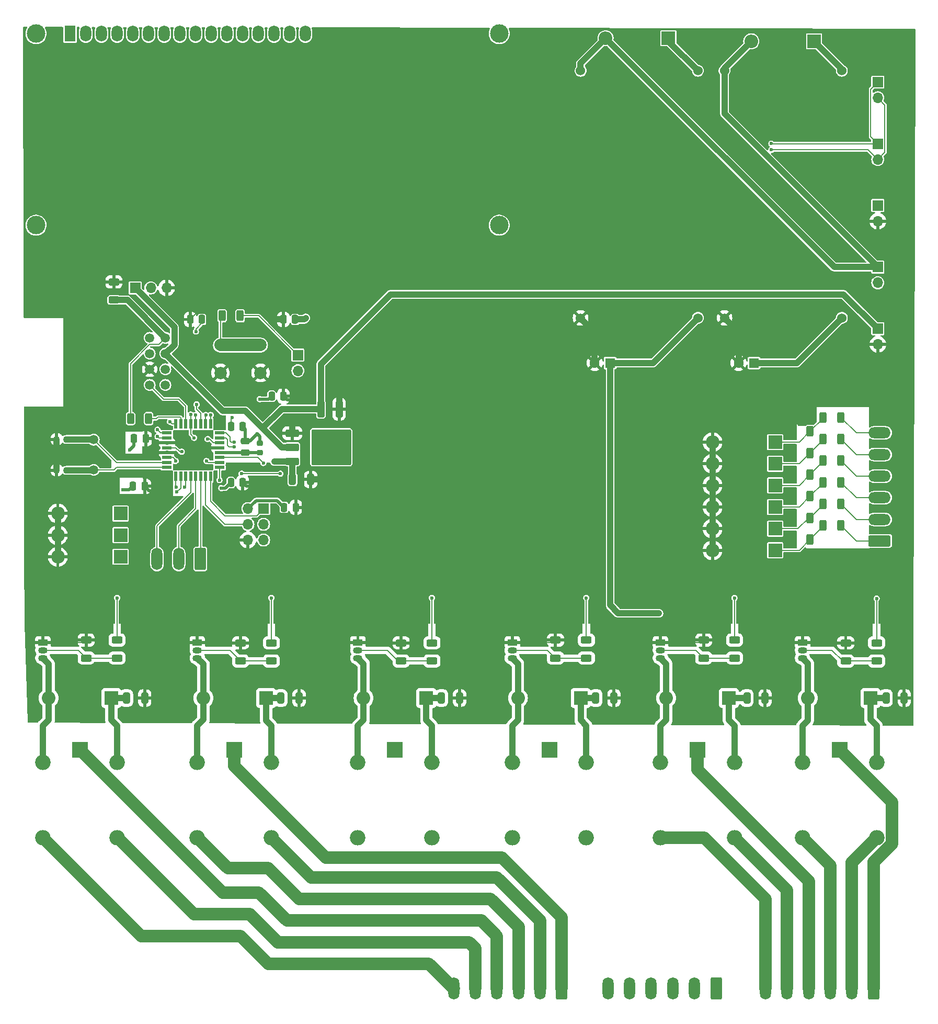
<source format=gbr>
%TF.GenerationSoftware,KiCad,Pcbnew,8.0.7*%
%TF.CreationDate,2025-02-23T09:23:23-08:00*%
%TF.ProjectId,M56Controller,4d353643-6f6e-4747-926f-6c6c65722e6b,rev?*%
%TF.SameCoordinates,Original*%
%TF.FileFunction,Copper,L1,Top*%
%TF.FilePolarity,Positive*%
%FSLAX46Y46*%
G04 Gerber Fmt 4.6, Leading zero omitted, Abs format (unit mm)*
G04 Created by KiCad (PCBNEW 8.0.7) date 2025-02-23 09:23:23*
%MOMM*%
%LPD*%
G01*
G04 APERTURE LIST*
G04 Aperture macros list*
%AMRoundRect*
0 Rectangle with rounded corners*
0 $1 Rounding radius*
0 $2 $3 $4 $5 $6 $7 $8 $9 X,Y pos of 4 corners*
0 Add a 4 corners polygon primitive as box body*
4,1,4,$2,$3,$4,$5,$6,$7,$8,$9,$2,$3,0*
0 Add four circle primitives for the rounded corners*
1,1,$1+$1,$2,$3*
1,1,$1+$1,$4,$5*
1,1,$1+$1,$6,$7*
1,1,$1+$1,$8,$9*
0 Add four rect primitives between the rounded corners*
20,1,$1+$1,$2,$3,$4,$5,0*
20,1,$1+$1,$4,$5,$6,$7,0*
20,1,$1+$1,$6,$7,$8,$9,0*
20,1,$1+$1,$8,$9,$2,$3,0*%
G04 Aperture macros list end*
%TA.AperFunction,SMDPad,CuDef*%
%ADD10RoundRect,0.250000X-0.475000X0.250000X-0.475000X-0.250000X0.475000X-0.250000X0.475000X0.250000X0*%
%TD*%
%TA.AperFunction,SMDPad,CuDef*%
%ADD11RoundRect,0.250000X0.625000X-0.312500X0.625000X0.312500X-0.625000X0.312500X-0.625000X-0.312500X0*%
%TD*%
%TA.AperFunction,ComponentPad*%
%ADD12C,2.000000*%
%TD*%
%TA.AperFunction,ComponentPad*%
%ADD13R,1.500000X1.050000*%
%TD*%
%TA.AperFunction,ComponentPad*%
%ADD14O,1.500000X1.050000*%
%TD*%
%TA.AperFunction,ComponentPad*%
%ADD15R,2.200000X2.200000*%
%TD*%
%TA.AperFunction,ComponentPad*%
%ADD16O,2.200000X2.200000*%
%TD*%
%TA.AperFunction,SMDPad,CuDef*%
%ADD17RoundRect,0.250000X-0.250000X-0.475000X0.250000X-0.475000X0.250000X0.475000X-0.250000X0.475000X0*%
%TD*%
%TA.AperFunction,ComponentPad*%
%ADD18R,1.700000X1.700000*%
%TD*%
%TA.AperFunction,ComponentPad*%
%ADD19O,1.700000X1.700000*%
%TD*%
%TA.AperFunction,SMDPad,CuDef*%
%ADD20RoundRect,0.225000X0.225000X0.250000X-0.225000X0.250000X-0.225000X-0.250000X0.225000X-0.250000X0*%
%TD*%
%TA.AperFunction,SMDPad,CuDef*%
%ADD21RoundRect,0.250000X-0.325000X-0.650000X0.325000X-0.650000X0.325000X0.650000X-0.325000X0.650000X0*%
%TD*%
%TA.AperFunction,SMDPad,CuDef*%
%ADD22RoundRect,0.250000X-0.325000X-1.100000X0.325000X-1.100000X0.325000X1.100000X-0.325000X1.100000X0*%
%TD*%
%TA.AperFunction,SMDPad,CuDef*%
%ADD23RoundRect,0.250000X-0.625000X0.312500X-0.625000X-0.312500X0.625000X-0.312500X0.625000X0.312500X0*%
%TD*%
%TA.AperFunction,SMDPad,CuDef*%
%ADD24RoundRect,0.250000X0.250000X0.475000X-0.250000X0.475000X-0.250000X-0.475000X0.250000X-0.475000X0*%
%TD*%
%TA.AperFunction,ComponentPad*%
%ADD25C,1.524000*%
%TD*%
%TA.AperFunction,SMDPad,CuDef*%
%ADD26RoundRect,0.250000X0.312500X0.625000X-0.312500X0.625000X-0.312500X-0.625000X0.312500X-0.625000X0*%
%TD*%
%TA.AperFunction,ComponentPad*%
%ADD27R,1.600000X1.600000*%
%TD*%
%TA.AperFunction,ComponentPad*%
%ADD28C,1.600000*%
%TD*%
%TA.AperFunction,ComponentPad*%
%ADD29C,3.000000*%
%TD*%
%TA.AperFunction,ComponentPad*%
%ADD30R,1.800000X2.600000*%
%TD*%
%TA.AperFunction,ComponentPad*%
%ADD31O,1.800000X2.600000*%
%TD*%
%TA.AperFunction,ComponentPad*%
%ADD32R,2.500000X2.500000*%
%TD*%
%TA.AperFunction,ComponentPad*%
%ADD33O,2.500000X2.500000*%
%TD*%
%TA.AperFunction,ComponentPad*%
%ADD34RoundRect,0.250000X0.650000X1.550000X-0.650000X1.550000X-0.650000X-1.550000X0.650000X-1.550000X0*%
%TD*%
%TA.AperFunction,ComponentPad*%
%ADD35O,1.800000X3.600000*%
%TD*%
%TA.AperFunction,ComponentPad*%
%ADD36RoundRect,0.250000X1.550000X-0.650000X1.550000X0.650000X-1.550000X0.650000X-1.550000X-0.650000X0*%
%TD*%
%TA.AperFunction,ComponentPad*%
%ADD37O,3.600000X1.800000*%
%TD*%
%TA.AperFunction,ComponentPad*%
%ADD38C,1.500000*%
%TD*%
%TA.AperFunction,SMDPad,CuDef*%
%ADD39R,1.600000X0.550000*%
%TD*%
%TA.AperFunction,SMDPad,CuDef*%
%ADD40R,0.550000X1.600000*%
%TD*%
%TA.AperFunction,SMDPad,CuDef*%
%ADD41RoundRect,0.250000X-0.850000X-0.350000X0.850000X-0.350000X0.850000X0.350000X-0.850000X0.350000X0*%
%TD*%
%TA.AperFunction,SMDPad,CuDef*%
%ADD42RoundRect,0.250000X-1.275000X-1.125000X1.275000X-1.125000X1.275000X1.125000X-1.275000X1.125000X0*%
%TD*%
%TA.AperFunction,SMDPad,CuDef*%
%ADD43RoundRect,0.249997X-2.950003X-2.650003X2.950003X-2.650003X2.950003X2.650003X-2.950003X2.650003X0*%
%TD*%
%TA.AperFunction,SMDPad,CuDef*%
%ADD44RoundRect,0.225000X-0.250000X0.225000X-0.250000X-0.225000X0.250000X-0.225000X0.250000X0.225000X0*%
%TD*%
%TA.AperFunction,SMDPad,CuDef*%
%ADD45RoundRect,0.250000X-0.312500X-0.625000X0.312500X-0.625000X0.312500X0.625000X-0.312500X0.625000X0*%
%TD*%
%TA.AperFunction,ViaPad*%
%ADD46C,0.600000*%
%TD*%
%TA.AperFunction,ViaPad*%
%ADD47C,1.000000*%
%TD*%
%TA.AperFunction,Conductor*%
%ADD48C,0.500000*%
%TD*%
%TA.AperFunction,Conductor*%
%ADD49C,1.000000*%
%TD*%
%TA.AperFunction,Conductor*%
%ADD50C,0.200000*%
%TD*%
%TA.AperFunction,Conductor*%
%ADD51C,2.000000*%
%TD*%
G04 APERTURE END LIST*
D10*
%TO.P,C1,1*%
%TO.N,GND*%
X56420000Y-88500000D03*
%TO.P,C1,2*%
%TO.N,Net-(U1-AREF)*%
X56420000Y-90400000D03*
%TD*%
D11*
%TO.P,R13,1*%
%TO.N,Net-(U2-URXD)*%
X35120000Y-65712500D03*
%TO.P,R13,2*%
%TO.N,GND*%
X35120000Y-62787500D03*
%TD*%
D12*
%TO.P,SW1,1,1*%
%TO.N,/Controller/MCU_RESET*%
X52370000Y-73000000D03*
X58870000Y-73000000D03*
%TO.P,SW1,2,2*%
%TO.N,GND*%
X52370000Y-77500000D03*
X58870000Y-77500000D03*
%TD*%
D13*
%TO.P,Q5,1,E*%
%TO.N,GND*%
X99633250Y-121107500D03*
D14*
%TO.P,Q5,2,B*%
%TO.N,Net-(Q5-B)*%
X99633250Y-122377500D03*
%TO.P,Q5,3,C*%
%TO.N,Net-(D5-A)*%
X99633250Y-123647500D03*
%TD*%
D15*
%TO.P,D10,1,K*%
%TO.N,/Controller/VoltageDividers/AVOUT4*%
X142213250Y-95700000D03*
D16*
%TO.P,D10,2,A*%
%TO.N,GND*%
X132053250Y-95700000D03*
%TD*%
D17*
%TO.P,C13,1*%
%TO.N,+5V*%
X60670000Y-81250000D03*
%TO.P,C13,2*%
%TO.N,GND*%
X62570000Y-81250000D03*
%TD*%
D18*
%TO.P,J13,1,Pin_1*%
%TO.N,+3.3V*%
X158825000Y-70350000D03*
D19*
%TO.P,J13,2,Pin_2*%
%TO.N,GND*%
X158825000Y-72890000D03*
%TD*%
D20*
%TO.P,C4,1*%
%TO.N,Net-(U1-XTAL2{slash}PB7)*%
X27395000Y-93250000D03*
%TO.P,C4,2*%
%TO.N,GND*%
X25845000Y-93250000D03*
%TD*%
D21*
%TO.P,C25,1*%
%TO.N,+12V*%
X62158250Y-130110000D03*
%TO.P,C25,2*%
%TO.N,GND*%
X65108250Y-130110000D03*
%TD*%
D22*
%TO.P,C6,1*%
%TO.N,+3.3V*%
X68645000Y-83350000D03*
%TO.P,C6,2*%
%TO.N,GND*%
X71595000Y-83350000D03*
%TD*%
D23*
%TO.P,R9,1*%
%TO.N,/Controller/RELAY3*%
X111633250Y-120722500D03*
%TO.P,R9,2*%
%TO.N,Net-(Q5-B)*%
X111633250Y-123647500D03*
%TD*%
D24*
%TO.P,C19,1*%
%TO.N,+5V*%
X64470000Y-68850000D03*
%TO.P,C19,2*%
%TO.N,GND*%
X62570000Y-68850000D03*
%TD*%
D25*
%TO.P,U5,1,V+*%
%TO.N,/Power Supply/VIN*%
X129700000Y-28600000D03*
%TO.P,U5,2,V-*%
%TO.N,Net-(D19-A)*%
X110700000Y-28600000D03*
%TO.P,U5,3,Vout+*%
%TO.N,+12V*%
X129700000Y-68600000D03*
%TO.P,U5,4,Vout-*%
%TO.N,GND*%
X110700000Y-68600000D03*
%TD*%
D26*
%TO.P,R18,1*%
%TO.N,/Controller/VoltageDividers/AVIN2*%
X152845750Y-98700000D03*
%TO.P,R18,2*%
%TO.N,/Controller/VoltageDividers/AVOUT2*%
X149920750Y-98700000D03*
%TD*%
D15*
%TO.P,D5,1,K*%
%TO.N,+12V*%
X110713250Y-130110000D03*
D16*
%TO.P,D5,2,A*%
%TO.N,Net-(D5-A)*%
X100553250Y-130110000D03*
%TD*%
D26*
%TO.P,R17,1*%
%TO.N,/Controller/VoltageDividers/AVOUT1*%
X147845750Y-104450000D03*
%TO.P,R17,2*%
%TO.N,GND*%
X144920750Y-104450000D03*
%TD*%
D27*
%TO.P,C9,1*%
%TO.N,+12V*%
X115475000Y-75900000D03*
D28*
%TO.P,C9,2*%
%TO.N,GND*%
X112975000Y-75900000D03*
%TD*%
D21*
%TO.P,C26,1*%
%TO.N,+12V*%
X88158250Y-130110000D03*
%TO.P,C26,2*%
%TO.N,GND*%
X91108250Y-130110000D03*
%TD*%
D15*
%TO.P,D6,1,K*%
%TO.N,+12V*%
X34713250Y-130110000D03*
D16*
%TO.P,D6,2,A*%
%TO.N,Net-(D6-A)*%
X24553250Y-130110000D03*
%TD*%
D13*
%TO.P,Q3,1,E*%
%TO.N,GND*%
X123633250Y-121107500D03*
D14*
%TO.P,Q3,2,B*%
%TO.N,Net-(Q3-B)*%
X123633250Y-122377500D03*
%TO.P,Q3,3,C*%
%TO.N,Net-(D3-A)*%
X123633250Y-123647500D03*
%TD*%
D29*
%TO.P,DS1,*%
%TO.N,*%
X22520900Y-22600000D03*
X22520900Y-53600700D03*
X97519480Y-53600700D03*
X97520000Y-22600000D03*
D30*
%TO.P,DS1,1,VSS*%
%TO.N,unconnected-(DS1-VSS-Pad1)*%
X28020000Y-22600000D03*
D31*
%TO.P,DS1,2,VDD*%
%TO.N,unconnected-(DS1-VDD-Pad2)*%
X30560000Y-22600000D03*
%TO.P,DS1,3,VO*%
%TO.N,unconnected-(DS1-VO-Pad3)*%
X33100000Y-22600000D03*
%TO.P,DS1,4,RS*%
%TO.N,unconnected-(DS1-RS-Pad4)*%
X35640000Y-22600000D03*
%TO.P,DS1,5,R/W*%
%TO.N,unconnected-(DS1-R{slash}W-Pad5)*%
X38180000Y-22600000D03*
%TO.P,DS1,6,E*%
%TO.N,unconnected-(DS1-E-Pad6)*%
X40720000Y-22600000D03*
%TO.P,DS1,7,D0*%
%TO.N,unconnected-(DS1-D0-Pad7)*%
X43260000Y-22600000D03*
%TO.P,DS1,8,D1*%
%TO.N,unconnected-(DS1-D1-Pad8)*%
X45800000Y-22600000D03*
%TO.P,DS1,9,D2*%
%TO.N,unconnected-(DS1-D2-Pad9)*%
X48340000Y-22600000D03*
%TO.P,DS1,10,D3*%
%TO.N,unconnected-(DS1-D3-Pad10)*%
X50880000Y-22600000D03*
%TO.P,DS1,11,D4*%
%TO.N,unconnected-(DS1-D4-Pad11)*%
X53420000Y-22600000D03*
%TO.P,DS1,12,D5*%
%TO.N,unconnected-(DS1-D5-Pad12)*%
X55960000Y-22600000D03*
%TO.P,DS1,13,D6*%
%TO.N,unconnected-(DS1-D6-Pad13)*%
X58500000Y-22600000D03*
%TO.P,DS1,14,D7*%
%TO.N,unconnected-(DS1-D7-Pad14)*%
X61040000Y-22600000D03*
%TO.P,DS1,15,LED(+)*%
%TO.N,unconnected-(DS1-LED(+)-Pad15)*%
X63580000Y-22600000D03*
%TO.P,DS1,16,LED(-)*%
%TO.N,unconnected-(DS1-LED(-)-Pad16)*%
X66120000Y-22600000D03*
%TD*%
D15*
%TO.P,D3,1,K*%
%TO.N,+12V*%
X134713250Y-130110000D03*
D16*
%TO.P,D3,2,A*%
%TO.N,Net-(D3-A)*%
X124553250Y-130110000D03*
%TD*%
D15*
%TO.P,D20,1,K*%
%TO.N,/Power Supply/VIN*%
X148500000Y-23850000D03*
D16*
%TO.P,D20,2,A*%
%TO.N,Net-(D19-A)*%
X138340000Y-23850000D03*
%TD*%
D32*
%TO.P,K6,1*%
%TO.N,/RelayDriver/RELAY6IN*%
X29633250Y-138482500D03*
D33*
%TO.P,K6,2*%
%TO.N,Net-(D6-A)*%
X23633250Y-140482500D03*
%TO.P,K6,3*%
%TO.N,/RelayDriver/RELAY6OUT_NO*%
X23633250Y-152682500D03*
%TO.P,K6,4*%
%TO.N,/RelayDriver/RELAY6OUT_NC*%
X35633250Y-152682500D03*
%TO.P,K6,5*%
%TO.N,+12V*%
X35633250Y-140482500D03*
%TD*%
D21*
%TO.P,C24,1*%
%TO.N,+12V*%
X37158250Y-130110000D03*
%TO.P,C24,2*%
%TO.N,GND*%
X40108250Y-130110000D03*
%TD*%
D17*
%TO.P,C16,1*%
%TO.N,+5V*%
X62670000Y-99250000D03*
%TO.P,C16,2*%
%TO.N,GND*%
X64570000Y-99250000D03*
%TD*%
D18*
%TO.P,J2,1,MISO*%
%TO.N,/Controller/MCU_MISO*%
X59370000Y-99460000D03*
D19*
%TO.P,J2,2,VCC*%
%TO.N,+5V*%
X56830000Y-99460000D03*
%TO.P,J2,3,SCK*%
%TO.N,/Controller/MCU_SCK*%
X59370000Y-102000000D03*
%TO.P,J2,4,MOSI*%
%TO.N,/Controller/MCU_MOSI*%
X56830000Y-102000000D03*
%TO.P,J2,5,~{RST}*%
%TO.N,/Controller/MCU_RESET*%
X59370000Y-104540000D03*
%TO.P,J2,6,GND*%
%TO.N,GND*%
X56830000Y-104540000D03*
%TD*%
D24*
%TO.P,C14,1*%
%TO.N,+5V*%
X49370000Y-68850000D03*
%TO.P,C14,2*%
%TO.N,GND*%
X47470000Y-68850000D03*
%TD*%
D17*
%TO.P,C15,1*%
%TO.N,+5V*%
X38220000Y-95850000D03*
%TO.P,C15,2*%
%TO.N,GND*%
X40120000Y-95850000D03*
%TD*%
D15*
%TO.P,D16,1,K*%
%TO.N,/Controller/AUXIO1*%
X36200000Y-107250000D03*
D16*
%TO.P,D16,2,A*%
%TO.N,GND*%
X26040000Y-107250000D03*
%TD*%
D20*
%TO.P,C3,1*%
%TO.N,Net-(U1-XTAL1{slash}PB6)*%
X27395000Y-88250000D03*
%TO.P,C3,2*%
%TO.N,GND*%
X25845000Y-88250000D03*
%TD*%
D34*
%TO.P,J14,1,Pin_1*%
%TO.N,/RelayDriver/RELAY5IN*%
X107633250Y-177110000D03*
D35*
%TO.P,J14,2,Pin_2*%
%TO.N,/RelayDriver/RELAY5OUT_NC*%
X104133250Y-177110000D03*
%TO.P,J14,3,Pin_3*%
%TO.N,/RelayDriver/RELAY5OUT_NO*%
X100633250Y-177110000D03*
%TO.P,J14,4,Pin_4*%
%TO.N,/RelayDriver/RELAY6IN*%
X97133250Y-177110000D03*
%TO.P,J14,5,Pin_5*%
%TO.N,/RelayDriver/RELAY6OUT_NC*%
X93633250Y-177110000D03*
%TO.P,J14,6,Pin_6*%
%TO.N,/RelayDriver/RELAY6OUT_NO*%
X90133250Y-177110000D03*
%TD*%
D34*
%TO.P,J8,1,Pin_1*%
%TO.N,/RelayDriver/RELAY3IN*%
X132633250Y-177110000D03*
D35*
%TO.P,J8,2,Pin_2*%
%TO.N,/RelayDriver/RELAY3OUT_NC*%
X129133250Y-177110000D03*
%TO.P,J8,3,Pin_3*%
%TO.N,/RelayDriver/RELAY3OUT_NO*%
X125633250Y-177110000D03*
%TO.P,J8,4,Pin_4*%
%TO.N,/RelayDriver/RELAY4IN*%
X122133250Y-177110000D03*
%TO.P,J8,5,Pin_5*%
%TO.N,/RelayDriver/RELAY4OUT_NC*%
X118633250Y-177110000D03*
%TO.P,J8,6,Pin_6*%
%TO.N,/RelayDriver/RELAY4OUT_NO*%
X115133250Y-177110000D03*
%TD*%
D26*
%TO.P,R19,1*%
%TO.N,/Controller/VoltageDividers/AVOUT2*%
X147845750Y-100950000D03*
%TO.P,R19,2*%
%TO.N,GND*%
X144920750Y-100950000D03*
%TD*%
D11*
%TO.P,R11,1*%
%TO.N,Net-(Q5-B)*%
X106633250Y-123647500D03*
%TO.P,R11,2*%
%TO.N,GND*%
X106633250Y-120722500D03*
%TD*%
D15*
%TO.P,D7,1,K*%
%TO.N,/Controller/VoltageDividers/AVOUT1*%
X142213250Y-106200000D03*
D16*
%TO.P,D7,2,A*%
%TO.N,GND*%
X132053250Y-106200000D03*
%TD*%
D23*
%TO.P,R10,1*%
%TO.N,/Controller/RELAY6*%
X35633250Y-120722500D03*
%TO.P,R10,2*%
%TO.N,Net-(Q6-B)*%
X35633250Y-123647500D03*
%TD*%
D21*
%TO.P,C5,1*%
%TO.N,+5V*%
X64045000Y-94742500D03*
%TO.P,C5,2*%
%TO.N,GND*%
X66995000Y-94742500D03*
%TD*%
D32*
%TO.P,K1,1*%
%TO.N,/RelayDriver/RELAY1IN*%
X152633250Y-138482500D03*
D33*
%TO.P,K1,2*%
%TO.N,Net-(D1-A)*%
X146633250Y-140482500D03*
%TO.P,K1,3*%
%TO.N,/RelayDriver/RELAY1OUT_NO*%
X146633250Y-152682500D03*
%TO.P,K1,4*%
%TO.N,/RelayDriver/RELAY1OUT_NC*%
X158633250Y-152682500D03*
%TO.P,K1,5*%
%TO.N,+12V*%
X158633250Y-140482500D03*
%TD*%
D26*
%TO.P,R20,1*%
%TO.N,/Controller/VoltageDividers/AVIN3*%
X152845750Y-95200000D03*
%TO.P,R20,2*%
%TO.N,/Controller/VoltageDividers/AVOUT3*%
X149920750Y-95200000D03*
%TD*%
D18*
%TO.P,J10,1,Pin_1*%
%TO.N,Net-(D19-A)*%
X158825000Y-60375000D03*
D19*
%TO.P,J10,2,Pin_2*%
%TO.N,/Power Supply/VIN*%
X158825000Y-62915000D03*
%TD*%
D11*
%TO.P,R8,1*%
%TO.N,Net-(Q4-B)*%
X55633250Y-124110000D03*
%TO.P,R8,2*%
%TO.N,GND*%
X55633250Y-121185000D03*
%TD*%
D26*
%TO.P,R24,1*%
%TO.N,/Controller/VoltageDividers/AVIN5*%
X152845750Y-88200000D03*
%TO.P,R24,2*%
%TO.N,/Controller/ANALOG6*%
X149920750Y-88200000D03*
%TD*%
D15*
%TO.P,D1,1,K*%
%TO.N,+12V*%
X157633250Y-130110000D03*
D16*
%TO.P,D1,2,A*%
%TO.N,Net-(D1-A)*%
X147473250Y-130110000D03*
%TD*%
D23*
%TO.P,R6,1*%
%TO.N,/Controller/RELAY5*%
X60633250Y-121185000D03*
%TO.P,R6,2*%
%TO.N,Net-(Q4-B)*%
X60633250Y-124110000D03*
%TD*%
D18*
%TO.P,J12,1,Pin_1*%
%TO.N,+5V*%
X158825000Y-50400000D03*
D19*
%TO.P,J12,2,Pin_2*%
%TO.N,GND*%
X158825000Y-52940000D03*
%TD*%
D11*
%TO.P,R3,1*%
%TO.N,Net-(Q1-B)*%
X153633250Y-124110000D03*
%TO.P,R3,2*%
%TO.N,GND*%
X153633250Y-121185000D03*
%TD*%
D13*
%TO.P,Q1,1,E*%
%TO.N,GND*%
X146633250Y-121107500D03*
D14*
%TO.P,Q1,2,B*%
%TO.N,Net-(Q1-B)*%
X146633250Y-122377500D03*
%TO.P,Q1,3,C*%
%TO.N,Net-(D1-A)*%
X146633250Y-123647500D03*
%TD*%
D15*
%TO.P,D19,1,K*%
%TO.N,/Power Supply/VIN*%
X124910000Y-23350000D03*
D16*
%TO.P,D19,2,A*%
%TO.N,Net-(D19-A)*%
X114750000Y-23350000D03*
%TD*%
D15*
%TO.P,D9,1,K*%
%TO.N,/Controller/VoltageDividers/AVOUT3*%
X142213250Y-99200000D03*
D16*
%TO.P,D9,2,A*%
%TO.N,GND*%
X132053250Y-99200000D03*
%TD*%
D26*
%TO.P,R22,1*%
%TO.N,/Controller/VoltageDividers/AVIN4*%
X152845750Y-91700000D03*
%TO.P,R22,2*%
%TO.N,/Controller/VoltageDividers/AVOUT4*%
X149920750Y-91700000D03*
%TD*%
D21*
%TO.P,C22,1*%
%TO.N,+12V*%
X137633250Y-130110000D03*
%TO.P,C22,2*%
%TO.N,GND*%
X140583250Y-130110000D03*
%TD*%
D34*
%TO.P,J9,1,Pin_1*%
%TO.N,/Controller/AUXIO3*%
X49120000Y-107607500D03*
D35*
%TO.P,J9,2,Pin_2*%
%TO.N,/Controller/AUXIO2*%
X45620000Y-107607500D03*
%TO.P,J9,3,Pin_3*%
%TO.N,/Controller/AUXIO1*%
X42120000Y-107607500D03*
%TD*%
D36*
%TO.P,J6,1,Pin_1*%
%TO.N,/Controller/VoltageDividers/AVIN1*%
X159133250Y-104700000D03*
D37*
%TO.P,J6,2,Pin_2*%
%TO.N,/Controller/VoltageDividers/AVIN2*%
X159133250Y-101200000D03*
%TO.P,J6,3,Pin_3*%
%TO.N,/Controller/VoltageDividers/AVIN3*%
X159133250Y-97700000D03*
%TO.P,J6,4,Pin_4*%
%TO.N,/Controller/VoltageDividers/AVIN4*%
X159133250Y-94200000D03*
%TO.P,J6,5,Pin_5*%
%TO.N,/Controller/VoltageDividers/AVIN5*%
X159133250Y-90700000D03*
%TO.P,J6,6,Pin_6*%
%TO.N,/Controller/VoltageDividers/AVIN6*%
X159133250Y-87200000D03*
%TD*%
D15*
%TO.P,D17,1,K*%
%TO.N,/Controller/AUXIO2*%
X36200000Y-103750000D03*
D16*
%TO.P,D17,2,A*%
%TO.N,GND*%
X26040000Y-103750000D03*
%TD*%
D38*
%TO.P,Y1,1,1*%
%TO.N,Net-(U1-XTAL2{slash}PB7)*%
X31870000Y-93200000D03*
%TO.P,Y1,2,2*%
%TO.N,Net-(U1-XTAL1{slash}PB6)*%
X31870000Y-88320000D03*
%TD*%
D11*
%TO.P,R7,1*%
%TO.N,Net-(Q3-B)*%
X130633250Y-123647500D03*
%TO.P,R7,2*%
%TO.N,GND*%
X130633250Y-120722500D03*
%TD*%
D15*
%TO.P,D8,1,K*%
%TO.N,/Controller/VoltageDividers/AVOUT2*%
X142213250Y-102700000D03*
D16*
%TO.P,D8,2,A*%
%TO.N,GND*%
X132053250Y-102700000D03*
%TD*%
D23*
%TO.P,R2,1*%
%TO.N,/Controller/RELAY4*%
X86633250Y-121185000D03*
%TO.P,R2,2*%
%TO.N,Net-(Q2-B)*%
X86633250Y-124110000D03*
%TD*%
%TO.P,R1,1*%
%TO.N,/Controller/RELAY1*%
X158633250Y-121185000D03*
%TO.P,R1,2*%
%TO.N,Net-(Q1-B)*%
X158633250Y-124110000D03*
%TD*%
D11*
%TO.P,R12,1*%
%TO.N,Net-(Q6-B)*%
X30633250Y-123647500D03*
%TO.P,R12,2*%
%TO.N,GND*%
X30633250Y-120722500D03*
%TD*%
D26*
%TO.P,R23,1*%
%TO.N,/Controller/VoltageDividers/AVOUT4*%
X147845750Y-93950000D03*
%TO.P,R23,2*%
%TO.N,GND*%
X144920750Y-93950000D03*
%TD*%
D32*
%TO.P,K3,1*%
%TO.N,/RelayDriver/RELAY3IN*%
X105633250Y-138482500D03*
D33*
%TO.P,K3,2*%
%TO.N,Net-(D5-A)*%
X99633250Y-140482500D03*
%TO.P,K3,3*%
%TO.N,/RelayDriver/RELAY3OUT_NO*%
X99633250Y-152682500D03*
%TO.P,K3,4*%
%TO.N,/RelayDriver/RELAY3OUT_NC*%
X111633250Y-152682500D03*
%TO.P,K3,5*%
%TO.N,+12V*%
X111633250Y-140482500D03*
%TD*%
D26*
%TO.P,R27,1*%
%TO.N,/Controller/ANALOG7*%
X147845750Y-86950000D03*
%TO.P,R27,2*%
%TO.N,GND*%
X144920750Y-86950000D03*
%TD*%
D32*
%TO.P,K2,1*%
%TO.N,/RelayDriver/RELAY2IN*%
X129633250Y-138482500D03*
D33*
%TO.P,K2,2*%
%TO.N,Net-(D3-A)*%
X123633250Y-140482500D03*
%TO.P,K2,3*%
%TO.N,/RelayDriver/RELAY2OUT_NO*%
X123633250Y-152682500D03*
%TO.P,K2,4*%
%TO.N,/RelayDriver/RELAY2OUT_NC*%
X135633250Y-152682500D03*
%TO.P,K2,5*%
%TO.N,+12V*%
X135633250Y-140482500D03*
%TD*%
D39*
%TO.P,U1,1,PD3*%
%TO.N,/Controller/RELAY2*%
X43720000Y-87200000D03*
%TO.P,U1,2,PD4*%
%TO.N,/Controller/RELAY3*%
X43720000Y-88000000D03*
%TO.P,U1,3,GND*%
%TO.N,GND*%
X43720000Y-88800000D03*
%TO.P,U1,4,VCC*%
%TO.N,+5V*%
X43720000Y-89600000D03*
%TO.P,U1,5,GND*%
%TO.N,GND*%
X43720000Y-90400000D03*
%TO.P,U1,6,VCC*%
%TO.N,+5V*%
X43720000Y-91200000D03*
%TO.P,U1,7,XTAL1/PB6*%
%TO.N,Net-(U1-XTAL1{slash}PB6)*%
X43720000Y-92000000D03*
%TO.P,U1,8,XTAL2/PB7*%
%TO.N,Net-(U1-XTAL2{slash}PB7)*%
X43720000Y-92800000D03*
D40*
%TO.P,U1,9,PD5*%
%TO.N,/Controller/RELAY4*%
X45170000Y-94250000D03*
%TO.P,U1,10,PD6*%
%TO.N,/Controller/RELAY5*%
X45970000Y-94250000D03*
%TO.P,U1,11,PD7*%
%TO.N,/Controller/RELAY6*%
X46770000Y-94250000D03*
%TO.P,U1,12,PB0*%
%TO.N,/Controller/AUXIO1*%
X47570000Y-94250000D03*
%TO.P,U1,13,PB1*%
%TO.N,/Controller/AUXIO2*%
X48370000Y-94250000D03*
%TO.P,U1,14,PB2*%
%TO.N,/Controller/AUXIO3*%
X49170000Y-94250000D03*
%TO.P,U1,15,PB3*%
%TO.N,/Controller/MCU_MOSI*%
X49970000Y-94250000D03*
%TO.P,U1,16,PB4*%
%TO.N,/Controller/MCU_MISO*%
X50770000Y-94250000D03*
D39*
%TO.P,U1,17,PB5*%
%TO.N,/Controller/MCU_SCK*%
X52220000Y-92800000D03*
%TO.P,U1,18,AVCC*%
%TO.N,+5V*%
X52220000Y-92000000D03*
%TO.P,U1,19,ADC6*%
%TO.N,/Controller/ANALOG6*%
X52220000Y-91200000D03*
%TO.P,U1,20,AREF*%
%TO.N,Net-(U1-AREF)*%
X52220000Y-90400000D03*
%TO.P,U1,21,GND*%
%TO.N,GND*%
X52220000Y-89600000D03*
%TO.P,U1,22,ADC7*%
%TO.N,/Controller/ANALOG7*%
X52220000Y-88800000D03*
%TO.P,U1,23,PC0*%
%TO.N,/Controller/VoltageDividers/AVOUT1*%
X52220000Y-88000000D03*
%TO.P,U1,24,PC1*%
%TO.N,/Controller/VoltageDividers/AVOUT2*%
X52220000Y-87200000D03*
D40*
%TO.P,U1,25,PC2*%
%TO.N,/Controller/VoltageDividers/AVOUT3*%
X50770000Y-85750000D03*
%TO.P,U1,26,PC3*%
%TO.N,/Controller/VoltageDividers/AVOUT4*%
X49970000Y-85750000D03*
%TO.P,U1,27,PC4*%
%TO.N,/Controller/MCU_SDA*%
X49170000Y-85750000D03*
%TO.P,U1,28,PC5*%
%TO.N,/Controller/MCU_SCL*%
X48370000Y-85750000D03*
%TO.P,U1,29,~{RESET}/PC6*%
%TO.N,/Controller/MCU_RESET*%
X47570000Y-85750000D03*
%TO.P,U1,30,PD0*%
%TO.N,/Controller/ESP_TX*%
X46770000Y-85750000D03*
%TO.P,U1,31,PD1*%
%TO.N,/Controller/ESP_RX*%
X45970000Y-85750000D03*
%TO.P,U1,32,PD2*%
%TO.N,/Controller/RELAY1*%
X45170000Y-85750000D03*
%TD*%
D13*
%TO.P,Q2,1,E*%
%TO.N,GND*%
X74633250Y-121107500D03*
D14*
%TO.P,Q2,2,B*%
%TO.N,Net-(Q2-B)*%
X74633250Y-122377500D03*
%TO.P,Q2,3,C*%
%TO.N,Net-(D2-A)*%
X74633250Y-123647500D03*
%TD*%
D21*
%TO.P,C21,1*%
%TO.N,+12V*%
X160158250Y-130110000D03*
%TO.P,C21,2*%
%TO.N,GND*%
X163108250Y-130110000D03*
%TD*%
D11*
%TO.P,R4,1*%
%TO.N,Net-(Q2-B)*%
X81633250Y-124110000D03*
%TO.P,R4,2*%
%TO.N,GND*%
X81633250Y-121185000D03*
%TD*%
D17*
%TO.P,C20,1*%
%TO.N,+5V*%
X54070000Y-86150000D03*
%TO.P,C20,2*%
%TO.N,GND*%
X55970000Y-86150000D03*
%TD*%
D41*
%TO.P,U3,1,GND*%
%TO.N,GND*%
X64020000Y-87242500D03*
%TO.P,U3,2,VO*%
%TO.N,+3.3V*%
X64020000Y-89522500D03*
D42*
X68645000Y-87997500D03*
X68645000Y-91047500D03*
D43*
X70320000Y-89522500D03*
D42*
X71995000Y-87997500D03*
X71995000Y-91047500D03*
D41*
%TO.P,U3,3,VI*%
%TO.N,+5V*%
X64020000Y-91802500D03*
%TD*%
D38*
%TO.P,U2,1,UTXD*%
%TO.N,/Controller/ESP_TX*%
X40930000Y-79450000D03*
%TO.P,U2,2,GND*%
%TO.N,GND*%
X40930000Y-76910000D03*
%TO.P,U2,3,CH_PD*%
%TO.N,unconnected-(U2-CH_PD-Pad3)*%
X40930000Y-74370000D03*
%TO.P,U2,4,GPIO2*%
%TO.N,unconnected-(U2-GPIO2-Pad4)*%
X40930000Y-71830000D03*
%TO.P,U2,5,RST*%
%TO.N,/Controller/ESP_RST*%
X43470000Y-79450000D03*
%TO.P,U2,6,GPIO0*%
%TO.N,unconnected-(U2-GPIO0-Pad6)*%
X43470000Y-76910000D03*
%TO.P,U2,7,VCC*%
%TO.N,+3.3V*%
X43470000Y-74370000D03*
%TO.P,U2,8,URXD*%
%TO.N,Net-(U2-URXD)*%
X43470000Y-71830000D03*
%TD*%
D18*
%TO.P,J5,1,Pin_1*%
%TO.N,/Controller/MCU_SDA*%
X158825000Y-30450000D03*
D19*
%TO.P,J5,2,Pin_2*%
%TO.N,/Controller/MCU_SCL*%
X158825000Y-32990000D03*
%TD*%
D27*
%TO.P,C11,1*%
%TO.N,+5V*%
X138775000Y-75900000D03*
D28*
%TO.P,C11,2*%
%TO.N,GND*%
X136275000Y-75900000D03*
%TD*%
D44*
%TO.P,C2,1*%
%TO.N,GND*%
X58720000Y-88875000D03*
%TO.P,C2,2*%
%TO.N,Net-(U1-AREF)*%
X58720000Y-90425000D03*
%TD*%
D15*
%TO.P,D2,1,K*%
%TO.N,+12V*%
X85713250Y-130110000D03*
D16*
%TO.P,D2,2,A*%
%TO.N,Net-(D2-A)*%
X75553250Y-130110000D03*
%TD*%
D13*
%TO.P,Q6,1,E*%
%TO.N,GND*%
X23633250Y-121107500D03*
D14*
%TO.P,Q6,2,B*%
%TO.N,Net-(Q6-B)*%
X23633250Y-122377500D03*
%TO.P,Q6,3,C*%
%TO.N,Net-(D6-A)*%
X23633250Y-123647500D03*
%TD*%
D23*
%TO.P,R5,1*%
%TO.N,/Controller/RELAY2*%
X135633250Y-120722500D03*
%TO.P,R5,2*%
%TO.N,Net-(Q3-B)*%
X135633250Y-123647500D03*
%TD*%
D18*
%TO.P,J4,1,Pin_1*%
%TO.N,/Controller/MCU_SDA*%
X158825000Y-40425000D03*
D19*
%TO.P,J4,2,Pin_2*%
%TO.N,/Controller/MCU_SCL*%
X158825000Y-42965000D03*
%TD*%
D15*
%TO.P,D12,1,K*%
%TO.N,/Controller/ANALOG7*%
X142213250Y-88700000D03*
D16*
%TO.P,D12,2,A*%
%TO.N,GND*%
X132053250Y-88700000D03*
%TD*%
D18*
%TO.P,J1,1,Pin_1*%
%TO.N,+3.3V*%
X38580000Y-63750000D03*
D19*
%TO.P,J1,2,Pin_2*%
%TO.N,/Controller/ESP_RST*%
X41120000Y-63750000D03*
%TO.P,J1,3,Pin_3*%
%TO.N,GND*%
X43660000Y-63750000D03*
%TD*%
D26*
%TO.P,R16,1*%
%TO.N,/Controller/VoltageDividers/AVIN1*%
X152845750Y-102200000D03*
%TO.P,R16,2*%
%TO.N,/Controller/VoltageDividers/AVOUT1*%
X149920750Y-102200000D03*
%TD*%
D17*
%TO.P,C18,1*%
%TO.N,+5V*%
X38370000Y-88150000D03*
%TO.P,C18,2*%
%TO.N,GND*%
X40270000Y-88150000D03*
%TD*%
D32*
%TO.P,K4,1*%
%TO.N,/RelayDriver/RELAY4IN*%
X80633250Y-138482500D03*
D33*
%TO.P,K4,2*%
%TO.N,Net-(D2-A)*%
X74633250Y-140482500D03*
%TO.P,K4,3*%
%TO.N,/RelayDriver/RELAY4OUT_NO*%
X74633250Y-152682500D03*
%TO.P,K4,4*%
%TO.N,/RelayDriver/RELAY4OUT_NC*%
X86633250Y-152682500D03*
%TO.P,K4,5*%
%TO.N,+12V*%
X86633250Y-140482500D03*
%TD*%
D34*
%TO.P,J7,1,Pin_1*%
%TO.N,/RelayDriver/RELAY1IN*%
X158133250Y-177110000D03*
D35*
%TO.P,J7,2,Pin_2*%
%TO.N,/RelayDriver/RELAY1OUT_NC*%
X154633250Y-177110000D03*
%TO.P,J7,3,Pin_3*%
%TO.N,/RelayDriver/RELAY1OUT_NO*%
X151133250Y-177110000D03*
%TO.P,J7,4,Pin_4*%
%TO.N,/RelayDriver/RELAY2IN*%
X147633250Y-177110000D03*
%TO.P,J7,5,Pin_5*%
%TO.N,/RelayDriver/RELAY2OUT_NC*%
X144133250Y-177110000D03*
%TO.P,J7,6,Pin_6*%
%TO.N,/RelayDriver/RELAY2OUT_NO*%
X140633250Y-177110000D03*
%TD*%
D13*
%TO.P,Q4,1,E*%
%TO.N,GND*%
X48633250Y-121107500D03*
D14*
%TO.P,Q4,2,B*%
%TO.N,Net-(Q4-B)*%
X48633250Y-122377500D03*
%TO.P,Q4,3,C*%
%TO.N,Net-(D4-A)*%
X48633250Y-123647500D03*
%TD*%
D26*
%TO.P,R26,1*%
%TO.N,/Controller/VoltageDividers/AVIN6*%
X152845750Y-84700000D03*
%TO.P,R26,2*%
%TO.N,/Controller/ANALOG7*%
X149920750Y-84700000D03*
%TD*%
D21*
%TO.P,C23,1*%
%TO.N,+12V*%
X113158250Y-130110000D03*
%TO.P,C23,2*%
%TO.N,GND*%
X116108250Y-130110000D03*
%TD*%
D45*
%TO.P,R14,1*%
%TO.N,Net-(U2-URXD)*%
X37837500Y-84900000D03*
%TO.P,R14,2*%
%TO.N,/Controller/ESP_RX*%
X40762500Y-84900000D03*
%TD*%
D15*
%TO.P,D18,1,K*%
%TO.N,/Controller/AUXIO3*%
X36200000Y-100250000D03*
D16*
%TO.P,D18,2,A*%
%TO.N,GND*%
X26040000Y-100250000D03*
%TD*%
D15*
%TO.P,D4,1,K*%
%TO.N,+12V*%
X59793250Y-130110000D03*
D16*
%TO.P,D4,2,A*%
%TO.N,Net-(D4-A)*%
X49633250Y-130110000D03*
%TD*%
D45*
%TO.P,R15,1*%
%TO.N,/Controller/MCU_RESET*%
X52657500Y-68250000D03*
%TO.P,R15,2*%
%TO.N,Net-(J3-Pin_1)*%
X55582500Y-68250000D03*
%TD*%
D32*
%TO.P,K5,1*%
%TO.N,/RelayDriver/RELAY5IN*%
X54633250Y-138482500D03*
D33*
%TO.P,K5,2*%
%TO.N,Net-(D4-A)*%
X48633250Y-140482500D03*
%TO.P,K5,3*%
%TO.N,/RelayDriver/RELAY5OUT_NO*%
X48633250Y-152682500D03*
%TO.P,K5,4*%
%TO.N,/RelayDriver/RELAY5OUT_NC*%
X60633250Y-152682500D03*
%TO.P,K5,5*%
%TO.N,+12V*%
X60633250Y-140482500D03*
%TD*%
D17*
%TO.P,C17,1*%
%TO.N,+5V*%
X54070000Y-95250000D03*
%TO.P,C17,2*%
%TO.N,GND*%
X55970000Y-95250000D03*
%TD*%
D15*
%TO.P,D11,1,K*%
%TO.N,/Controller/ANALOG6*%
X142213250Y-92200000D03*
D16*
%TO.P,D11,2,A*%
%TO.N,GND*%
X132053250Y-92200000D03*
%TD*%
D26*
%TO.P,R25,1*%
%TO.N,/Controller/ANALOG6*%
X147845750Y-90450000D03*
%TO.P,R25,2*%
%TO.N,GND*%
X144920750Y-90450000D03*
%TD*%
D25*
%TO.P,U4,1,V+*%
%TO.N,/Power Supply/VIN*%
X153000000Y-28600000D03*
%TO.P,U4,2,V-*%
%TO.N,Net-(D19-A)*%
X134000000Y-28600000D03*
%TO.P,U4,3,Vout+*%
%TO.N,+5V*%
X153000000Y-68600000D03*
%TO.P,U4,4,Vout-*%
%TO.N,GND*%
X134000000Y-68600000D03*
%TD*%
D18*
%TO.P,J3,1,Pin_1*%
%TO.N,Net-(J3-Pin_1)*%
X64920000Y-74610000D03*
D19*
%TO.P,J3,2,Pin_2*%
%TO.N,+5V*%
X64920000Y-77150000D03*
%TD*%
D26*
%TO.P,R21,1*%
%TO.N,/Controller/VoltageDividers/AVOUT3*%
X147845750Y-97450000D03*
%TO.P,R21,2*%
%TO.N,GND*%
X144920750Y-97450000D03*
%TD*%
D46*
%TO.N,GND*%
X31800000Y-110600000D03*
X60400000Y-68500000D03*
X26200000Y-111300000D03*
X24800000Y-110600000D03*
X30400000Y-111300000D03*
D47*
X136883250Y-102700000D03*
X136883250Y-92200000D03*
D46*
X31100000Y-111600000D03*
X32400000Y-111600000D03*
X46000000Y-80800000D03*
X31800000Y-111300000D03*
X64020000Y-85242500D03*
X25845000Y-91750000D03*
X41820000Y-96550000D03*
X28300000Y-110900000D03*
X57520000Y-95850000D03*
X26900000Y-111600000D03*
X24100000Y-111600000D03*
X29700000Y-110200000D03*
X24800000Y-111300000D03*
X29000000Y-109900000D03*
X50120000Y-89750000D03*
X29700000Y-110900000D03*
X30400000Y-109900000D03*
X23400000Y-109900000D03*
X26900000Y-110900000D03*
X45120000Y-90750000D03*
X33100000Y-109900000D03*
D47*
X136883250Y-88700000D03*
D46*
X24100000Y-110200000D03*
X40620000Y-89950000D03*
X64120000Y-81850000D03*
X30400000Y-110600000D03*
X66320000Y-99650000D03*
X25845000Y-89750000D03*
X26900000Y-110200000D03*
X23400000Y-110600000D03*
X29700000Y-111600000D03*
X29000000Y-111300000D03*
D47*
X136883250Y-95700000D03*
D46*
X28300000Y-111600000D03*
X69020000Y-94742500D03*
D47*
X136883250Y-106200000D03*
D46*
X25845000Y-90750000D03*
X45620000Y-89250000D03*
X31100000Y-110200000D03*
X32400000Y-110200000D03*
X71595000Y-80900000D03*
X25500000Y-110900000D03*
X29000000Y-110600000D03*
X27600000Y-109900000D03*
X26200000Y-110600000D03*
X24800000Y-109900000D03*
X32400000Y-110900000D03*
X33100000Y-110600000D03*
X27600000Y-110600000D03*
D47*
X136883250Y-99200000D03*
D46*
X33100000Y-111300000D03*
X28300000Y-110200000D03*
X23400000Y-111300000D03*
X25500000Y-111600000D03*
X25500000Y-110200000D03*
X71600000Y-80100000D03*
X48400000Y-67400000D03*
X27600000Y-111300000D03*
X58320000Y-87350000D03*
X26200000Y-109900000D03*
X24100000Y-110900000D03*
X31800000Y-109900000D03*
X31100000Y-110900000D03*
%TO.N,+5V*%
X66200000Y-68600000D03*
X61200000Y-91802500D03*
X37720000Y-89950000D03*
X45120000Y-91750000D03*
X54300000Y-84700000D03*
X46120000Y-90250000D03*
X48400000Y-70800000D03*
X50120000Y-91750000D03*
X52520000Y-96150000D03*
X36620000Y-96450000D03*
X61900000Y-91802500D03*
X58720000Y-81750000D03*
%TO.N,+3.3V*%
X59223750Y-86446250D03*
%TO.N,+12V*%
X117800000Y-116400000D03*
X121300000Y-116400000D03*
X120600000Y-116400000D03*
X122000000Y-116400000D03*
X119200000Y-116400000D03*
X123400000Y-116400000D03*
X117100000Y-116400000D03*
X122700000Y-116400000D03*
X118500000Y-116400000D03*
X119900000Y-116400000D03*
%TO.N,/Controller/VoltageDividers/AVOUT1*%
X54600000Y-89500000D03*
%TO.N,/Controller/VoltageDividers/AVOUT2*%
X54600000Y-88700000D03*
%TO.N,/Controller/VoltageDividers/AVOUT3*%
X50800000Y-84300000D03*
%TO.N,/Controller/VoltageDividers/AVOUT4*%
X50000000Y-84300000D03*
%TO.N,/Controller/ANALOG6*%
X59321323Y-92078677D03*
%TO.N,/Controller/ANALOG7*%
X50300000Y-88200000D03*
X55800000Y-93800000D03*
X62100000Y-93800000D03*
%TO.N,/Controller/MCU_RESET*%
X48120000Y-88000000D03*
X47570000Y-84250000D03*
%TO.N,/Controller/MCU_SCK*%
X52220000Y-94850000D03*
%TO.N,/Controller/MCU_SCL*%
X48370000Y-84300000D03*
X141600000Y-41400000D03*
%TO.N,/Controller/MCU_SDA*%
X141600000Y-40400000D03*
X48500000Y-82600000D03*
%TO.N,/Controller/RELAY1*%
X158633250Y-114000000D03*
X44200000Y-85400000D03*
%TO.N,/Controller/RELAY4*%
X86633250Y-113900000D03*
X45200000Y-96000000D03*
%TO.N,/Controller/RELAY2*%
X135600000Y-113900000D03*
X42200000Y-86700000D03*
%TO.N,/Controller/RELAY5*%
X45313137Y-96791962D03*
X60633250Y-113900000D03*
%TO.N,/Controller/RELAY3*%
X111633250Y-113900000D03*
X42200000Y-87800000D03*
%TO.N,/Controller/RELAY6*%
X46600000Y-96000000D03*
X35633250Y-113900000D03*
%TD*%
D48*
%TO.N,Net-(U1-AREF)*%
X56420000Y-90400000D02*
X58695000Y-90400000D01*
X58695000Y-90400000D02*
X58720000Y-90425000D01*
X56420000Y-90400000D02*
X52220000Y-90400000D01*
D49*
%TO.N,GND*%
X26040000Y-107250000D02*
X26040000Y-100250000D01*
X66995000Y-94742500D02*
X69020000Y-94742500D01*
D50*
X48633250Y-121107500D02*
X55555750Y-121107500D01*
D49*
X62570000Y-68850000D02*
X60750000Y-68850000D01*
D50*
X52220000Y-89600000D02*
X50270000Y-89600000D01*
D48*
X56420000Y-88500000D02*
X57170000Y-88500000D01*
D49*
X25845000Y-93250000D02*
X25845000Y-91750000D01*
D50*
X50270000Y-89600000D02*
X50120000Y-89750000D01*
X74633250Y-121107500D02*
X81555750Y-121107500D01*
D48*
X40270000Y-89600000D02*
X40620000Y-89950000D01*
D50*
X153555750Y-121107500D02*
X153633250Y-121185000D01*
D49*
X64020000Y-87242500D02*
X64020000Y-85242500D01*
D48*
X58720000Y-88875000D02*
X58720000Y-87750000D01*
X62570000Y-81250000D02*
X63170000Y-81850000D01*
D49*
X112975000Y-70875000D02*
X110700000Y-68600000D01*
D50*
X123633250Y-121107500D02*
X123635750Y-121110000D01*
D49*
X71595000Y-80900000D02*
X71595000Y-80105000D01*
D50*
X23633250Y-121107500D02*
X30248250Y-121107500D01*
D49*
X136275000Y-70875000D02*
X134000000Y-68600000D01*
D50*
X146633250Y-121107500D02*
X153555750Y-121107500D01*
D48*
X65920000Y-99250000D02*
X66320000Y-99650000D01*
D50*
X44770000Y-90400000D02*
X45120000Y-90750000D01*
D48*
X56420000Y-88500000D02*
X56420000Y-86600000D01*
D50*
X106248250Y-121107500D02*
X106633250Y-120722500D01*
D48*
X40120000Y-95850000D02*
X40820000Y-96550000D01*
D49*
X136275000Y-75900000D02*
X136275000Y-70875000D01*
D50*
X130245750Y-121110000D02*
X130633250Y-120722500D01*
D49*
X25845000Y-89750000D02*
X25845000Y-88250000D01*
D48*
X57170000Y-88500000D02*
X58320000Y-87350000D01*
X56420000Y-86600000D02*
X55970000Y-86150000D01*
D49*
X71595000Y-83350000D02*
X71595000Y-80900000D01*
D48*
X64570000Y-99250000D02*
X65920000Y-99250000D01*
X56570000Y-95850000D02*
X57520000Y-95850000D01*
X58720000Y-87750000D02*
X58320000Y-87350000D01*
D49*
X71595000Y-80105000D02*
X71600000Y-80100000D01*
D48*
X40270000Y-88150000D02*
X40270000Y-89600000D01*
D50*
X55555750Y-121107500D02*
X55633250Y-121185000D01*
X43720000Y-90400000D02*
X44770000Y-90400000D01*
X45170000Y-88800000D02*
X45620000Y-89250000D01*
D49*
X112975000Y-75900000D02*
X112975000Y-70875000D01*
X25845000Y-90750000D02*
X25845000Y-89750000D01*
D50*
X48400000Y-67920000D02*
X47470000Y-68850000D01*
D49*
X132053250Y-106200000D02*
X132053250Y-88700000D01*
D50*
X99633250Y-121107500D02*
X106248250Y-121107500D01*
D48*
X40820000Y-96550000D02*
X41820000Y-96550000D01*
D50*
X123635750Y-121110000D02*
X130245750Y-121110000D01*
X48400000Y-67400000D02*
X48400000Y-67920000D01*
X30248250Y-121107500D02*
X30633250Y-120722500D01*
X43720000Y-88800000D02*
X45170000Y-88800000D01*
D49*
X25845000Y-91750000D02*
X25845000Y-90750000D01*
D50*
X81555750Y-121107500D02*
X81633250Y-121185000D01*
D48*
X55970000Y-95250000D02*
X56570000Y-95850000D01*
D49*
X60750000Y-68850000D02*
X60400000Y-68500000D01*
D48*
X63170000Y-81850000D02*
X64120000Y-81850000D01*
D49*
%TO.N,Net-(U1-XTAL1{slash}PB6)*%
X27395000Y-88250000D02*
X31800000Y-88250000D01*
D50*
X35550000Y-92000000D02*
X43720000Y-92000000D01*
X31870000Y-88320000D02*
X35550000Y-92000000D01*
D49*
X31800000Y-88250000D02*
X31870000Y-88320000D01*
D50*
%TO.N,Net-(U1-XTAL2{slash}PB7)*%
X31870000Y-93200000D02*
X35170000Y-93200000D01*
X35170000Y-93200000D02*
X35570000Y-92800000D01*
D49*
X27395000Y-93250000D02*
X31820000Y-93250000D01*
X31820000Y-93250000D02*
X31870000Y-93200000D01*
D50*
X35570000Y-92800000D02*
X43720000Y-92800000D01*
D49*
%TO.N,+5V*%
X61102500Y-91802500D02*
X61100000Y-91800000D01*
D48*
X62670000Y-99250000D02*
X61580000Y-98160000D01*
D49*
X145700000Y-75900000D02*
X153000000Y-68600000D01*
X64020000Y-91802500D02*
X64020000Y-94717500D01*
D50*
X49370000Y-69430000D02*
X49370000Y-68850000D01*
X52220000Y-92000000D02*
X50370000Y-92000000D01*
D49*
X64020000Y-91802500D02*
X61900000Y-91802500D01*
D50*
X54070000Y-84930000D02*
X54300000Y-84700000D01*
D48*
X37620000Y-96450000D02*
X36620000Y-96450000D01*
X60170000Y-81750000D02*
X58720000Y-81750000D01*
X58130000Y-98160000D02*
X56830000Y-99460000D01*
X60670000Y-81250000D02*
X60170000Y-81750000D01*
D49*
X138775000Y-75900000D02*
X145700000Y-75900000D01*
X61200000Y-91802500D02*
X61102500Y-91802500D01*
X64020000Y-94717500D02*
X64045000Y-94742500D01*
D50*
X45121471Y-89600000D02*
X45771471Y-90250000D01*
X43720000Y-89600000D02*
X45121471Y-89600000D01*
D49*
X65950000Y-68850000D02*
X66200000Y-68600000D01*
D50*
X43720000Y-91200000D02*
X44720000Y-91200000D01*
X54070000Y-86150000D02*
X54070000Y-84930000D01*
X44720000Y-91200000D02*
X45120000Y-91600000D01*
D48*
X54070000Y-95250000D02*
X53170000Y-96150000D01*
D49*
X61900000Y-91802500D02*
X61200000Y-91802500D01*
D50*
X45771471Y-90250000D02*
X46120000Y-90250000D01*
D49*
X64470000Y-68850000D02*
X65950000Y-68850000D01*
D48*
X53170000Y-96150000D02*
X52520000Y-96150000D01*
D50*
X48400000Y-70800000D02*
X48400000Y-70400000D01*
D48*
X38220000Y-95850000D02*
X37620000Y-96450000D01*
X61580000Y-98160000D02*
X58130000Y-98160000D01*
X38370000Y-88150000D02*
X38370000Y-89300000D01*
D50*
X48400000Y-70400000D02*
X49370000Y-69430000D01*
X45120000Y-91750000D02*
X45120000Y-91600000D01*
D48*
X38370000Y-89300000D02*
X37720000Y-89950000D01*
D50*
X50370000Y-92000000D02*
X50120000Y-91750000D01*
D49*
%TO.N,+3.3V*%
X43470000Y-74370000D02*
X52750000Y-83650000D01*
X79900000Y-64800000D02*
X153275000Y-64800000D01*
X68645000Y-83350000D02*
X68645000Y-76055000D01*
X62320000Y-83350000D02*
X68645000Y-83350000D01*
X44920000Y-72920000D02*
X43470000Y-74370000D01*
X153275000Y-64800000D02*
X158825000Y-70350000D01*
X52750000Y-83650000D02*
X56427500Y-83650000D01*
X44920000Y-70090000D02*
X44920000Y-72920000D01*
X59223750Y-86446250D02*
X62320000Y-83350000D01*
X68645000Y-76055000D02*
X79900000Y-64800000D01*
X38580000Y-63750000D02*
X44920000Y-70090000D01*
X56427500Y-83650000D02*
X59223750Y-86446250D01*
X59223750Y-86446250D02*
X62300000Y-89522500D01*
X62300000Y-89522500D02*
X64020000Y-89522500D01*
%TO.N,/Power Supply/VIN*%
X153000000Y-28350000D02*
X148500000Y-23850000D01*
X124910000Y-23810000D02*
X129700000Y-28600000D01*
X153000000Y-28600000D02*
X153000000Y-28350000D01*
X124910000Y-23350000D02*
X124910000Y-23810000D01*
%TO.N,Net-(D19-A)*%
X134000000Y-35550000D02*
X158825000Y-60375000D01*
X134000000Y-28600000D02*
X134000000Y-35550000D01*
X110700000Y-27400000D02*
X114750000Y-23350000D01*
X134000000Y-28600000D02*
X134000000Y-28190000D01*
X151775000Y-60375000D02*
X158825000Y-60375000D01*
X110700000Y-28600000D02*
X110700000Y-27400000D01*
X134000000Y-28190000D02*
X138340000Y-23850000D01*
X114750000Y-23350000D02*
X151775000Y-60375000D01*
%TO.N,+12V*%
X115475000Y-115075000D02*
X116800000Y-116400000D01*
X115475000Y-75900000D02*
X122400000Y-75900000D01*
X59793250Y-133770000D02*
X60633250Y-134610000D01*
X115475000Y-75900000D02*
X115475000Y-115075000D01*
X110713250Y-130110000D02*
X110713250Y-133690000D01*
X119200000Y-116400000D02*
X119900000Y-116400000D01*
X158633250Y-134610000D02*
X158633250Y-140482500D01*
X34713250Y-130110000D02*
X37158250Y-130110000D01*
X60633250Y-134610000D02*
X60633250Y-140482500D01*
X110713250Y-133690000D02*
X111633250Y-134610000D01*
X34713250Y-130110000D02*
X34713250Y-133690000D01*
X116800000Y-116400000D02*
X117100000Y-116400000D01*
X122400000Y-75900000D02*
X129700000Y-68600000D01*
X117800000Y-116400000D02*
X118500000Y-116400000D01*
X35633250Y-134610000D02*
X35633250Y-140482500D01*
X134713250Y-130110000D02*
X137633250Y-130110000D01*
X120600000Y-116400000D02*
X121300000Y-116400000D01*
X134713250Y-130110000D02*
X134713250Y-133690000D01*
X157633250Y-130110000D02*
X160158250Y-130110000D01*
X118500000Y-116400000D02*
X119200000Y-116400000D01*
X86633250Y-134610000D02*
X86633250Y-140482500D01*
X85713250Y-130110000D02*
X85713250Y-133690000D01*
X134713250Y-133690000D02*
X135633250Y-134610000D01*
X122000000Y-116400000D02*
X122700000Y-116400000D01*
X85713250Y-130110000D02*
X88158250Y-130110000D01*
X85713250Y-133690000D02*
X86633250Y-134610000D01*
X157633250Y-130110000D02*
X157633250Y-133610000D01*
X157633250Y-133610000D02*
X158633250Y-134610000D01*
X34713250Y-133690000D02*
X35633250Y-134610000D01*
X59793250Y-130110000D02*
X62158250Y-130110000D01*
X111633250Y-134610000D02*
X111633250Y-140482500D01*
X110713250Y-130110000D02*
X113158250Y-130110000D01*
X122700000Y-116400000D02*
X123400000Y-116400000D01*
X121300000Y-116400000D02*
X122000000Y-116400000D01*
X117100000Y-116400000D02*
X117800000Y-116400000D01*
X59793250Y-130110000D02*
X59793250Y-133770000D01*
X135633250Y-134610000D02*
X135633250Y-140482500D01*
X119900000Y-116400000D02*
X120600000Y-116400000D01*
%TO.N,Net-(D1-A)*%
X147473250Y-130110000D02*
X147473250Y-124487500D01*
X147473250Y-133770000D02*
X146633250Y-134610000D01*
X147473250Y-124487500D02*
X146633250Y-123647500D01*
X146633250Y-134610000D02*
X146633250Y-140482500D01*
X147473250Y-130110000D02*
X147473250Y-133770000D01*
%TO.N,Net-(D2-A)*%
X75553250Y-124567500D02*
X74633250Y-123647500D01*
X75553250Y-130110000D02*
X75553250Y-133690000D01*
X75553250Y-133690000D02*
X74633250Y-134610000D01*
X75553250Y-130110000D02*
X75553250Y-124567500D01*
X74633250Y-134610000D02*
X74633250Y-140482500D01*
%TO.N,Net-(D3-A)*%
X124553250Y-133690000D02*
X123633250Y-134610000D01*
X123633250Y-134610000D02*
X123633250Y-140482500D01*
X124553250Y-130110000D02*
X124553250Y-124567500D01*
X124553250Y-130110000D02*
X124553250Y-133690000D01*
X124553250Y-124567500D02*
X123633250Y-123647500D01*
%TO.N,Net-(D4-A)*%
X49633250Y-133610000D02*
X48633250Y-134610000D01*
X48633250Y-134610000D02*
X48633250Y-140482500D01*
X49633250Y-130110000D02*
X49633250Y-133610000D01*
X49633250Y-124647500D02*
X48633250Y-123647500D01*
X49633250Y-130110000D02*
X49633250Y-124647500D01*
%TO.N,Net-(D5-A)*%
X100553250Y-133690000D02*
X99633250Y-134610000D01*
X100553250Y-124567500D02*
X99633250Y-123647500D01*
X100553250Y-130110000D02*
X100553250Y-124567500D01*
X100553250Y-130110000D02*
X100553250Y-133690000D01*
X99633250Y-134610000D02*
X99633250Y-140482500D01*
%TO.N,Net-(D6-A)*%
X24553250Y-133690000D02*
X23633250Y-134610000D01*
X23633250Y-134610000D02*
X23633250Y-140482500D01*
X24553250Y-124567500D02*
X23633250Y-123647500D01*
X24553250Y-130110000D02*
X24553250Y-124567500D01*
X24553250Y-130110000D02*
X24553250Y-133690000D01*
D50*
%TO.N,/Controller/VoltageDividers/AVOUT1*%
X53220000Y-88000000D02*
X53500000Y-88280000D01*
X53500000Y-88280000D02*
X53500000Y-89200000D01*
X147845750Y-104450000D02*
X146095750Y-106200000D01*
X146095750Y-106200000D02*
X142213250Y-106200000D01*
X53800000Y-89500000D02*
X54600000Y-89500000D01*
X52220000Y-88000000D02*
X53220000Y-88000000D01*
X149920750Y-102375000D02*
X149920750Y-102200000D01*
X147845750Y-104450000D02*
X149920750Y-102375000D01*
X53500000Y-89200000D02*
X53800000Y-89500000D01*
%TO.N,/Controller/VoltageDividers/AVOUT2*%
X53900000Y-88500000D02*
X54100000Y-88700000D01*
X145883250Y-102700000D02*
X142213250Y-102700000D01*
X54100000Y-88700000D02*
X54600000Y-88700000D01*
X147633250Y-100950000D02*
X145883250Y-102700000D01*
X147845750Y-100950000D02*
X149920750Y-98875000D01*
X147845750Y-100950000D02*
X147633250Y-100950000D01*
X53220000Y-87200000D02*
X53900000Y-87880000D01*
X52220000Y-87200000D02*
X53220000Y-87200000D01*
X53900000Y-87880000D02*
X53900000Y-88500000D01*
X149920750Y-98875000D02*
X149920750Y-98700000D01*
%TO.N,/Controller/VoltageDividers/AVOUT3*%
X149920750Y-95375000D02*
X149920750Y-95200000D01*
X147845750Y-97450000D02*
X149920750Y-95375000D01*
X50800000Y-84300000D02*
X50770000Y-84330000D01*
X147845750Y-97450000D02*
X146095750Y-99200000D01*
X50770000Y-84330000D02*
X50770000Y-85750000D01*
X146095750Y-99200000D02*
X142213250Y-99200000D01*
%TO.N,/Controller/VoltageDividers/AVOUT4*%
X146095750Y-95700000D02*
X142213250Y-95700000D01*
X49970000Y-84330000D02*
X50000000Y-84300000D01*
X147845750Y-93950000D02*
X146095750Y-95700000D01*
X149920750Y-91875000D02*
X149920750Y-91700000D01*
X147845750Y-93950000D02*
X149920750Y-91875000D01*
X49970000Y-85750000D02*
X49970000Y-84330000D01*
%TO.N,/Controller/ANALOG6*%
X58442646Y-91200000D02*
X52220000Y-91200000D01*
X146095750Y-92200000D02*
X142213250Y-92200000D01*
X59321323Y-92078677D02*
X58442646Y-91200000D01*
X147845750Y-90450000D02*
X146095750Y-92200000D01*
X147845750Y-90450000D02*
X149920750Y-88375000D01*
X149920750Y-88375000D02*
X149920750Y-88200000D01*
%TO.N,/Controller/ANALOG7*%
X55800000Y-93800000D02*
X62100000Y-93800000D01*
X146095750Y-88700000D02*
X142213250Y-88700000D01*
X50620000Y-88200000D02*
X50300000Y-88200000D01*
X52220000Y-88800000D02*
X51220000Y-88800000D01*
X147845750Y-86950000D02*
X149920750Y-84875000D01*
X149920750Y-84875000D02*
X149920750Y-84700000D01*
X147845750Y-86950000D02*
X146095750Y-88700000D01*
X51220000Y-88800000D02*
X50620000Y-88200000D01*
%TO.N,/Controller/AUXIO1*%
X47570000Y-94250000D02*
X47570000Y-96800000D01*
X47570000Y-96800000D02*
X42120000Y-102250000D01*
X42120000Y-102250000D02*
X42120000Y-107607500D01*
%TO.N,/Controller/AUXIO2*%
X45620000Y-102250000D02*
X45620000Y-107607500D01*
X48370000Y-94250000D02*
X48370000Y-99500000D01*
X48370000Y-99500000D02*
X45620000Y-102250000D01*
%TO.N,/Controller/AUXIO3*%
X49120000Y-107607500D02*
X49170000Y-107557500D01*
X49170000Y-107557500D02*
X49170000Y-94250000D01*
%TO.N,/Controller/MCU_RESET*%
X47570000Y-85750000D02*
X47570000Y-87450000D01*
D51*
X58870000Y-73000000D02*
X52370000Y-73000000D01*
D50*
X52370000Y-73000000D02*
X52370000Y-68537500D01*
X47570000Y-84250000D02*
X47570000Y-85750000D01*
X52370000Y-68537500D02*
X52657500Y-68250000D01*
X47570000Y-87450000D02*
X48120000Y-88000000D01*
%TO.N,/Controller/MCU_MISO*%
X50770000Y-94250000D02*
X50770000Y-98300000D01*
X50770000Y-98300000D02*
X53080000Y-100610000D01*
X53080000Y-100610000D02*
X58220000Y-100610000D01*
X58220000Y-100610000D02*
X59370000Y-99460000D01*
%TO.N,/Controller/MCU_SCK*%
X52220000Y-92800000D02*
X52220000Y-94850000D01*
%TO.N,/Controller/MCU_MOSI*%
X53070000Y-102000000D02*
X56830000Y-102000000D01*
X49970000Y-98900000D02*
X53070000Y-102000000D01*
X49970000Y-94250000D02*
X49970000Y-98900000D01*
%TO.N,Net-(J3-Pin_1)*%
X58560000Y-68250000D02*
X55582500Y-68250000D01*
X64920000Y-74610000D02*
X58560000Y-68250000D01*
%TO.N,/Controller/MCU_SCL*%
X48370000Y-84300000D02*
X48370000Y-85750000D01*
X159975000Y-41815000D02*
X159975000Y-34140000D01*
X159975000Y-34140000D02*
X158825000Y-32990000D01*
X158825000Y-42965000D02*
X159975000Y-41815000D01*
X157260000Y-41400000D02*
X158825000Y-42965000D01*
X141600000Y-41400000D02*
X157260000Y-41400000D01*
%TO.N,/Controller/MCU_SDA*%
X48500000Y-83400000D02*
X49170000Y-84070000D01*
X141600000Y-40400000D02*
X141625000Y-40425000D01*
X157675000Y-31600000D02*
X158825000Y-30450000D01*
X158825000Y-40425000D02*
X157675000Y-39275000D01*
X157675000Y-39275000D02*
X157675000Y-31600000D01*
X49170000Y-84070000D02*
X49170000Y-85750000D01*
X48500000Y-82600000D02*
X48500000Y-83400000D01*
X141625000Y-40425000D02*
X158825000Y-40425000D01*
%TO.N,/Controller/VoltageDividers/AVIN4*%
X155345750Y-94200000D02*
X152845750Y-91700000D01*
X159133250Y-94200000D02*
X155345750Y-94200000D01*
%TO.N,/Controller/VoltageDividers/AVIN5*%
X155345750Y-90700000D02*
X152845750Y-88200000D01*
X159133250Y-90700000D02*
X155345750Y-90700000D01*
%TO.N,/Controller/VoltageDividers/AVIN1*%
X159133250Y-104700000D02*
X155345750Y-104700000D01*
X155345750Y-104700000D02*
X152845750Y-102200000D01*
%TO.N,/Controller/VoltageDividers/AVIN3*%
X155345750Y-97700000D02*
X152845750Y-95200000D01*
X159133250Y-97700000D02*
X155345750Y-97700000D01*
%TO.N,/Controller/VoltageDividers/AVIN2*%
X155345750Y-101200000D02*
X152845750Y-98700000D01*
X159133250Y-101200000D02*
X155345750Y-101200000D01*
%TO.N,/Controller/VoltageDividers/AVIN6*%
X155345750Y-87200000D02*
X152845750Y-84700000D01*
X159133250Y-87200000D02*
X155345750Y-87200000D01*
D51*
%TO.N,/RelayDriver/RELAY1IN*%
X158133250Y-177110000D02*
X158133250Y-156647324D01*
X161083250Y-146932500D02*
X152633250Y-138482500D01*
X158133250Y-156647324D02*
X161083250Y-153697324D01*
X161083250Y-153697324D02*
X161083250Y-146932500D01*
%TO.N,/RelayDriver/RELAY2IN*%
X147633250Y-177110000D02*
X147633250Y-159732500D01*
X147633250Y-159732500D02*
X129633250Y-141732500D01*
X129633250Y-141732500D02*
X129633250Y-138482500D01*
%TO.N,/RelayDriver/RELAY1OUT_NO*%
X151133250Y-157182500D02*
X146633250Y-152682500D01*
X151133250Y-177110000D02*
X151133250Y-157182500D01*
%TO.N,/RelayDriver/RELAY2OUT_NC*%
X144133250Y-177110000D02*
X144133250Y-161182500D01*
X144133250Y-161182500D02*
X135633250Y-152682500D01*
%TO.N,/RelayDriver/RELAY1OUT_NC*%
X154633250Y-177110000D02*
X154633250Y-156682500D01*
X154633250Y-156682500D02*
X158633250Y-152682500D01*
%TO.N,/RelayDriver/RELAY2OUT_NO*%
X140633250Y-162610000D02*
X130705750Y-152682500D01*
X130705750Y-152682500D02*
X123633250Y-152682500D01*
X140633250Y-177110000D02*
X140633250Y-162610000D01*
%TO.N,/RelayDriver/RELAY5OUT_NO*%
X100633250Y-167110000D02*
X96133250Y-162610000D01*
X65133250Y-162610000D02*
X60133250Y-157610000D01*
X53560750Y-157610000D02*
X48633250Y-152682500D01*
X100633250Y-177110000D02*
X100633250Y-167110000D01*
X60133250Y-157610000D02*
X53560750Y-157610000D01*
X96133250Y-162610000D02*
X65133250Y-162610000D01*
%TO.N,/RelayDriver/RELAY6OUT_NC*%
X35705750Y-152682500D02*
X35633250Y-152682500D01*
X48133250Y-165110000D02*
X35705750Y-152682500D01*
X93633250Y-170610000D02*
X92633250Y-169610000D01*
X61633250Y-169610000D02*
X57133250Y-165110000D01*
X93633250Y-177110000D02*
X93633250Y-170610000D01*
X57133250Y-165110000D02*
X48133250Y-165110000D01*
X92633250Y-169610000D02*
X61633250Y-169610000D01*
%TO.N,/RelayDriver/RELAY5IN*%
X54633250Y-141110000D02*
X54633250Y-138482500D01*
X97933250Y-155910000D02*
X69433250Y-155910000D01*
X107633250Y-165610000D02*
X97933250Y-155910000D01*
X69433250Y-155910000D02*
X54633250Y-141110000D01*
X107633250Y-177110000D02*
X107633250Y-165610000D01*
%TO.N,/RelayDriver/RELAY6OUT_NO*%
X55633250Y-168610000D02*
X39560750Y-168610000D01*
X86133250Y-173110000D02*
X60133250Y-173110000D01*
X90133250Y-177110000D02*
X86133250Y-173110000D01*
X39560750Y-168610000D02*
X23633250Y-152682500D01*
X60133250Y-173110000D02*
X55633250Y-168610000D01*
%TO.N,/RelayDriver/RELAY5OUT_NC*%
X104133250Y-166110000D02*
X97133250Y-159110000D01*
X104133250Y-177110000D02*
X104133250Y-166110000D01*
X67060750Y-159110000D02*
X60633250Y-152682500D01*
X97133250Y-159110000D02*
X67060750Y-159110000D01*
%TO.N,/RelayDriver/RELAY6IN*%
X58633250Y-161610000D02*
X52760750Y-161610000D01*
X94633250Y-166110000D02*
X63133250Y-166110000D01*
X52760750Y-161610000D02*
X29633250Y-138482500D01*
X97133250Y-177110000D02*
X97133250Y-168610000D01*
X63133250Y-166110000D02*
X58633250Y-161610000D01*
X97133250Y-168610000D02*
X94633250Y-166110000D01*
D50*
%TO.N,Net-(Q1-B)*%
X153133250Y-124110000D02*
X151400750Y-122377500D01*
X151400750Y-122377500D02*
X146633250Y-122377500D01*
X158633250Y-124110000D02*
X153633250Y-124110000D01*
X153633250Y-124110000D02*
X153133250Y-124110000D01*
%TO.N,Net-(Q2-B)*%
X79400750Y-122377500D02*
X74633250Y-122377500D01*
X86633250Y-124110000D02*
X81633250Y-124110000D01*
X81133250Y-124110000D02*
X79400750Y-122377500D01*
X81633250Y-124110000D02*
X81133250Y-124110000D01*
%TO.N,Net-(Q3-B)*%
X130633250Y-123647500D02*
X129363250Y-122377500D01*
X129363250Y-122377500D02*
X123633250Y-122377500D01*
X130633250Y-123647500D02*
X135633250Y-123647500D01*
%TO.N,Net-(Q4-B)*%
X60633250Y-124110000D02*
X55633250Y-124110000D01*
X48633250Y-122377500D02*
X53900750Y-122377500D01*
X53900750Y-122377500D02*
X55633250Y-124110000D01*
%TO.N,Net-(Q5-B)*%
X105363250Y-122377500D02*
X99633250Y-122377500D01*
X106633250Y-123647500D02*
X111633250Y-123647500D01*
X106633250Y-123647500D02*
X105363250Y-122377500D01*
%TO.N,Net-(Q6-B)*%
X29363250Y-122377500D02*
X30633250Y-123647500D01*
X23633250Y-122377500D02*
X29363250Y-122377500D01*
X30633250Y-123647500D02*
X35633250Y-123647500D01*
%TO.N,/Controller/RELAY1*%
X44550000Y-85750000D02*
X44200000Y-85400000D01*
X45170000Y-85750000D02*
X44550000Y-85750000D01*
X158633250Y-114033250D02*
X158633250Y-121185000D01*
X158600000Y-114000000D02*
X158633250Y-114033250D01*
%TO.N,/Controller/RELAY4*%
X45170000Y-95970000D02*
X45200000Y-96000000D01*
X45170000Y-94250000D02*
X45170000Y-95970000D01*
X86633250Y-113900000D02*
X86633250Y-121185000D01*
%TO.N,/Controller/RELAY2*%
X42700000Y-87200000D02*
X42200000Y-86700000D01*
X135633250Y-113933250D02*
X135633250Y-120722500D01*
X43720000Y-87200000D02*
X42700000Y-87200000D01*
X135600000Y-113900000D02*
X135633250Y-113933250D01*
%TO.N,/Controller/RELAY5*%
X45970000Y-96135099D02*
X45970000Y-94250000D01*
X45313137Y-96791962D02*
X45970000Y-96135099D01*
X60633250Y-113900000D02*
X60633250Y-121185000D01*
%TO.N,/Controller/RELAY3*%
X42400000Y-88000000D02*
X42200000Y-87800000D01*
X111633250Y-113900000D02*
X111633250Y-120722500D01*
X43720000Y-88000000D02*
X42400000Y-88000000D01*
%TO.N,/Controller/RELAY6*%
X35700000Y-113900000D02*
X35633250Y-113966750D01*
X46770000Y-95830000D02*
X46600000Y-96000000D01*
X46770000Y-94250000D02*
X46770000Y-95830000D01*
X35633250Y-113966750D02*
X35633250Y-120722500D01*
%TO.N,Net-(U2-URXD)*%
X40935075Y-72880000D02*
X42420000Y-72880000D01*
X37837500Y-84900000D02*
X37837500Y-75977575D01*
X42420000Y-72880000D02*
X43470000Y-71830000D01*
D49*
X43470000Y-71830000D02*
X37352500Y-65712500D01*
X37352500Y-65712500D02*
X35120000Y-65712500D01*
D50*
X37837500Y-75977575D02*
X40935075Y-72880000D01*
%TO.N,/Controller/ESP_RX*%
X45970000Y-84770000D02*
X45970000Y-85750000D01*
X45850000Y-84650000D02*
X45970000Y-84770000D01*
X42250000Y-84650000D02*
X45850000Y-84650000D01*
X40762500Y-84900000D02*
X42000000Y-84900000D01*
X42000000Y-84900000D02*
X42250000Y-84650000D01*
%TO.N,/Controller/ESP_TX*%
X43195000Y-81750000D02*
X45620000Y-81750000D01*
X40930000Y-79450000D02*
X40930000Y-79485000D01*
X45620000Y-81750000D02*
X46770000Y-82900000D01*
X40930000Y-79485000D02*
X43195000Y-81750000D01*
X46770000Y-82900000D02*
X46770000Y-85750000D01*
%TD*%
%TA.AperFunction,Conductor*%
%TO.N,GND*%
G36*
X35032750Y-119539911D02*
G01*
X35013065Y-119606950D01*
X34960261Y-119652705D01*
X34921352Y-119663269D01*
X34855452Y-119670001D01*
X34855450Y-119670001D01*
X34688918Y-119725185D01*
X34688913Y-119725187D01*
X34539592Y-119817289D01*
X34415539Y-119941342D01*
X34323437Y-120090663D01*
X34323435Y-120090668D01*
X34307370Y-120139149D01*
X34268251Y-120257203D01*
X34268251Y-120257204D01*
X34268250Y-120257204D01*
X34257750Y-120359983D01*
X34257750Y-121085001D01*
X34257751Y-121085019D01*
X34268250Y-121187796D01*
X34268251Y-121187799D01*
X34289607Y-121252245D01*
X34323436Y-121354334D01*
X34415538Y-121503656D01*
X34539594Y-121627712D01*
X34688916Y-121719814D01*
X34855453Y-121774999D01*
X34958241Y-121785500D01*
X36308258Y-121785499D01*
X36411047Y-121774999D01*
X36577584Y-121719814D01*
X36726906Y-121627712D01*
X36850962Y-121503656D01*
X36943064Y-121354334D01*
X36998249Y-121187797D01*
X37008750Y-121085009D01*
X37008749Y-120359992D01*
X36998249Y-120257203D01*
X36943064Y-120090666D01*
X36850962Y-119941344D01*
X36726906Y-119817288D01*
X36577584Y-119725186D01*
X36411047Y-119670001D01*
X36411044Y-119670000D01*
X36345147Y-119663268D01*
X36280455Y-119636871D01*
X36240304Y-119579690D01*
X36233750Y-119539910D01*
X36233750Y-118110000D01*
X60032750Y-118110000D01*
X60032750Y-120002411D01*
X60013065Y-120069450D01*
X59960261Y-120115205D01*
X59921352Y-120125769D01*
X59855452Y-120132501D01*
X59855450Y-120132501D01*
X59688918Y-120187685D01*
X59688913Y-120187687D01*
X59539592Y-120279789D01*
X59415539Y-120403842D01*
X59323437Y-120553163D01*
X59323435Y-120553168D01*
X59323365Y-120553380D01*
X59268251Y-120719703D01*
X59268251Y-120719704D01*
X59268250Y-120719704D01*
X59257750Y-120822483D01*
X59257750Y-121547501D01*
X59257751Y-121547519D01*
X59268250Y-121650296D01*
X59268251Y-121650299D01*
X59323435Y-121816831D01*
X59323437Y-121816836D01*
X59341955Y-121846858D01*
X59415538Y-121966156D01*
X59539594Y-122090212D01*
X59688916Y-122182314D01*
X59855453Y-122237499D01*
X59958241Y-122248000D01*
X61308258Y-122247999D01*
X61411047Y-122237499D01*
X61577584Y-122182314D01*
X61726906Y-122090212D01*
X61850962Y-121966156D01*
X61943064Y-121816834D01*
X61998249Y-121650297D01*
X62008750Y-121547509D01*
X62008749Y-120822492D01*
X61998249Y-120719703D01*
X61943064Y-120553166D01*
X61850962Y-120403844D01*
X61726906Y-120279788D01*
X61577584Y-120187686D01*
X61411047Y-120132501D01*
X61411044Y-120132500D01*
X61345147Y-120125768D01*
X61280455Y-120099371D01*
X61240304Y-120042190D01*
X61233750Y-120002410D01*
X61233750Y-118110000D01*
X86032750Y-118110000D01*
X86032750Y-120002411D01*
X86013065Y-120069450D01*
X85960261Y-120115205D01*
X85921352Y-120125769D01*
X85855452Y-120132501D01*
X85855450Y-120132501D01*
X85688918Y-120187685D01*
X85688913Y-120187687D01*
X85539592Y-120279789D01*
X85415539Y-120403842D01*
X85323437Y-120553163D01*
X85323435Y-120553168D01*
X85323365Y-120553380D01*
X85268251Y-120719703D01*
X85268251Y-120719704D01*
X85268250Y-120719704D01*
X85257750Y-120822483D01*
X85257750Y-121547501D01*
X85257751Y-121547519D01*
X85268250Y-121650296D01*
X85268251Y-121650299D01*
X85323435Y-121816831D01*
X85323437Y-121816836D01*
X85341955Y-121846858D01*
X85415538Y-121966156D01*
X85539594Y-122090212D01*
X85688916Y-122182314D01*
X85855453Y-122237499D01*
X85958241Y-122248000D01*
X87308258Y-122247999D01*
X87411047Y-122237499D01*
X87577584Y-122182314D01*
X87726906Y-122090212D01*
X87850962Y-121966156D01*
X87943064Y-121816834D01*
X87998249Y-121650297D01*
X88008750Y-121547509D01*
X88008749Y-120822492D01*
X87998249Y-120719703D01*
X87943064Y-120553166D01*
X87850962Y-120403844D01*
X87726906Y-120279788D01*
X87577584Y-120187686D01*
X87411047Y-120132501D01*
X87411044Y-120132500D01*
X87345147Y-120125768D01*
X87280455Y-120099371D01*
X87240304Y-120042190D01*
X87233750Y-120002410D01*
X87233750Y-118110000D01*
X111032750Y-118110000D01*
X111032750Y-119539911D01*
X111013065Y-119606950D01*
X110960261Y-119652705D01*
X110921352Y-119663269D01*
X110855452Y-119670001D01*
X110855450Y-119670001D01*
X110688918Y-119725185D01*
X110688913Y-119725187D01*
X110539592Y-119817289D01*
X110415539Y-119941342D01*
X110323437Y-120090663D01*
X110323435Y-120090668D01*
X110307370Y-120139149D01*
X110268251Y-120257203D01*
X110268251Y-120257204D01*
X110268250Y-120257204D01*
X110257750Y-120359983D01*
X110257750Y-121085001D01*
X110257751Y-121085019D01*
X110268250Y-121187796D01*
X110268251Y-121187799D01*
X110289607Y-121252245D01*
X110323436Y-121354334D01*
X110415538Y-121503656D01*
X110539594Y-121627712D01*
X110688916Y-121719814D01*
X110855453Y-121774999D01*
X110958241Y-121785500D01*
X112308258Y-121785499D01*
X112411047Y-121774999D01*
X112577584Y-121719814D01*
X112726906Y-121627712D01*
X112850962Y-121503656D01*
X112943064Y-121354334D01*
X112998249Y-121187797D01*
X113008750Y-121085009D01*
X113008749Y-120359992D01*
X112998249Y-120257203D01*
X112943064Y-120090666D01*
X112850962Y-119941344D01*
X112726906Y-119817288D01*
X112577584Y-119725186D01*
X112411047Y-119670001D01*
X112411044Y-119670000D01*
X112345147Y-119663268D01*
X112280455Y-119636871D01*
X112240304Y-119579690D01*
X112233750Y-119539910D01*
X112233750Y-118110000D01*
X135032750Y-118110000D01*
X135032750Y-119539911D01*
X135013065Y-119606950D01*
X134960261Y-119652705D01*
X134921352Y-119663269D01*
X134855452Y-119670001D01*
X134855450Y-119670001D01*
X134688918Y-119725185D01*
X134688913Y-119725187D01*
X134539592Y-119817289D01*
X134415539Y-119941342D01*
X134323437Y-120090663D01*
X134323435Y-120090668D01*
X134307370Y-120139149D01*
X134268251Y-120257203D01*
X134268251Y-120257204D01*
X134268250Y-120257204D01*
X134257750Y-120359983D01*
X134257750Y-121085001D01*
X134257751Y-121085019D01*
X134268250Y-121187796D01*
X134268251Y-121187799D01*
X134289607Y-121252245D01*
X134323436Y-121354334D01*
X134415538Y-121503656D01*
X134539594Y-121627712D01*
X134688916Y-121719814D01*
X134855453Y-121774999D01*
X134958241Y-121785500D01*
X136308258Y-121785499D01*
X136411047Y-121774999D01*
X136577584Y-121719814D01*
X136726906Y-121627712D01*
X136850962Y-121503656D01*
X136943064Y-121354334D01*
X136998249Y-121187797D01*
X137008750Y-121085009D01*
X137008749Y-120359992D01*
X136998249Y-120257203D01*
X136943064Y-120090666D01*
X136850962Y-119941344D01*
X136726906Y-119817288D01*
X136577584Y-119725186D01*
X136411047Y-119670001D01*
X136411044Y-119670000D01*
X136345147Y-119663268D01*
X136280455Y-119636871D01*
X136240304Y-119579690D01*
X136233750Y-119539910D01*
X136233750Y-118110000D01*
X158032750Y-118110000D01*
X158032750Y-120002411D01*
X158013065Y-120069450D01*
X157960261Y-120115205D01*
X157921352Y-120125769D01*
X157855452Y-120132501D01*
X157855450Y-120132501D01*
X157688918Y-120187685D01*
X157688913Y-120187687D01*
X157539592Y-120279789D01*
X157415539Y-120403842D01*
X157323437Y-120553163D01*
X157323435Y-120553168D01*
X157323365Y-120553380D01*
X157268251Y-120719703D01*
X157268251Y-120719704D01*
X157268250Y-120719704D01*
X157257750Y-120822483D01*
X157257750Y-121547501D01*
X157257751Y-121547519D01*
X157268250Y-121650296D01*
X157268251Y-121650299D01*
X157323435Y-121816831D01*
X157323437Y-121816836D01*
X157341955Y-121846858D01*
X157415538Y-121966156D01*
X157539594Y-122090212D01*
X157688916Y-122182314D01*
X157855453Y-122237499D01*
X157958241Y-122248000D01*
X159308258Y-122247999D01*
X159411047Y-122237499D01*
X159577584Y-122182314D01*
X159726906Y-122090212D01*
X159850962Y-121966156D01*
X159943064Y-121816834D01*
X159998249Y-121650297D01*
X160008750Y-121547509D01*
X160008749Y-120822492D01*
X159998249Y-120719703D01*
X159943064Y-120553166D01*
X159850962Y-120403844D01*
X159726906Y-120279788D01*
X159577584Y-120187686D01*
X159411047Y-120132501D01*
X159411044Y-120132500D01*
X159345147Y-120125768D01*
X159280455Y-120099371D01*
X159240304Y-120042190D01*
X159233750Y-120002410D01*
X159233750Y-118110000D01*
X164633250Y-118110000D01*
X164633250Y-118110171D01*
X164633250Y-134485567D01*
X164613565Y-134552606D01*
X164560761Y-134598361D01*
X164508818Y-134609566D01*
X159751300Y-134592989D01*
X159684329Y-134573071D01*
X159638759Y-134520108D01*
X159630115Y-134493181D01*
X159629581Y-134490496D01*
X159595302Y-134318165D01*
X159531411Y-134163920D01*
X159519883Y-134136088D01*
X159519878Y-134136079D01*
X159410390Y-133972219D01*
X159410387Y-133972215D01*
X158670069Y-133231897D01*
X158636584Y-133170574D01*
X158633750Y-133144216D01*
X158633750Y-131834499D01*
X158653435Y-131767460D01*
X158706239Y-131721705D01*
X158757750Y-131710499D01*
X158781121Y-131710499D01*
X158781122Y-131710499D01*
X158840733Y-131704091D01*
X158975581Y-131653796D01*
X159090796Y-131567546D01*
X159177046Y-131452331D01*
X159179850Y-131444814D01*
X159189563Y-131418772D01*
X159231433Y-131362838D01*
X159296897Y-131338420D01*
X159365170Y-131353271D01*
X159370820Y-131356552D01*
X159513916Y-131444814D01*
X159680453Y-131499999D01*
X159783241Y-131510500D01*
X160533258Y-131510499D01*
X160533266Y-131510498D01*
X160533269Y-131510498D01*
X160589552Y-131504748D01*
X160636047Y-131499999D01*
X160802584Y-131444814D01*
X160951906Y-131352712D01*
X161075962Y-131228656D01*
X161168064Y-131079334D01*
X161223249Y-130912797D01*
X161233750Y-130810009D01*
X161233750Y-130809986D01*
X162033251Y-130809986D01*
X162043744Y-130912697D01*
X162098891Y-131079119D01*
X162098893Y-131079124D01*
X162190934Y-131228345D01*
X162314904Y-131352315D01*
X162464125Y-131444356D01*
X162464130Y-131444358D01*
X162630552Y-131499505D01*
X162630559Y-131499506D01*
X162733269Y-131509999D01*
X162858249Y-131509999D01*
X163358250Y-131509999D01*
X163483222Y-131509999D01*
X163483236Y-131509998D01*
X163585947Y-131499505D01*
X163752369Y-131444358D01*
X163752374Y-131444356D01*
X163901595Y-131352315D01*
X164025565Y-131228345D01*
X164117606Y-131079124D01*
X164117608Y-131079119D01*
X164172755Y-130912697D01*
X164172756Y-130912690D01*
X164183249Y-130809986D01*
X164183250Y-130809973D01*
X164183250Y-130360000D01*
X163358250Y-130360000D01*
X163358250Y-131509999D01*
X162858249Y-131509999D01*
X162858250Y-131509998D01*
X162858250Y-130360000D01*
X162033251Y-130360000D01*
X162033251Y-130809986D01*
X161233750Y-130809986D01*
X161233749Y-129410013D01*
X162033250Y-129410013D01*
X162033250Y-129860000D01*
X162858250Y-129860000D01*
X163358250Y-129860000D01*
X164183249Y-129860000D01*
X164183249Y-129410028D01*
X164183248Y-129410013D01*
X164172755Y-129307302D01*
X164117608Y-129140880D01*
X164117606Y-129140875D01*
X164025565Y-128991654D01*
X163901595Y-128867684D01*
X163752374Y-128775643D01*
X163752369Y-128775641D01*
X163585947Y-128720494D01*
X163585940Y-128720493D01*
X163483236Y-128710000D01*
X163358250Y-128710000D01*
X163358250Y-129860000D01*
X162858250Y-129860000D01*
X162858250Y-128710000D01*
X162733277Y-128710000D01*
X162733262Y-128710001D01*
X162630552Y-128720494D01*
X162464130Y-128775641D01*
X162464125Y-128775643D01*
X162314904Y-128867684D01*
X162190934Y-128991654D01*
X162098893Y-129140875D01*
X162098891Y-129140880D01*
X162043744Y-129307302D01*
X162043743Y-129307309D01*
X162033250Y-129410013D01*
X161233749Y-129410013D01*
X161233749Y-129409992D01*
X161223249Y-129307203D01*
X161168064Y-129140666D01*
X161075962Y-128991344D01*
X160951906Y-128867288D01*
X160803322Y-128775641D01*
X160802586Y-128775187D01*
X160802581Y-128775185D01*
X160746872Y-128756725D01*
X160636047Y-128720001D01*
X160636045Y-128720000D01*
X160533260Y-128709500D01*
X159783248Y-128709500D01*
X159783230Y-128709501D01*
X159680453Y-128720000D01*
X159680450Y-128720001D01*
X159513918Y-128775185D01*
X159513909Y-128775189D01*
X159370841Y-128863434D01*
X159303449Y-128881874D01*
X159236785Y-128860951D01*
X159192016Y-128807309D01*
X159189563Y-128801228D01*
X159177047Y-128767671D01*
X159177043Y-128767664D01*
X159090797Y-128652455D01*
X159090794Y-128652452D01*
X158975585Y-128566206D01*
X158975578Y-128566202D01*
X158840732Y-128515908D01*
X158840733Y-128515908D01*
X158781133Y-128509501D01*
X158781131Y-128509500D01*
X158781123Y-128509500D01*
X158781114Y-128509500D01*
X156485379Y-128509500D01*
X156485373Y-128509501D01*
X156425766Y-128515908D01*
X156290921Y-128566202D01*
X156290914Y-128566206D01*
X156175705Y-128652452D01*
X156175702Y-128652455D01*
X156089456Y-128767664D01*
X156089452Y-128767671D01*
X156039158Y-128902517D01*
X156032751Y-128962116D01*
X156032751Y-128962123D01*
X156032750Y-128962135D01*
X156032750Y-131257870D01*
X156032751Y-131257876D01*
X156039158Y-131317483D01*
X156089452Y-131452328D01*
X156089456Y-131452335D01*
X156175702Y-131567544D01*
X156175705Y-131567547D01*
X156290914Y-131653793D01*
X156290921Y-131653797D01*
X156335868Y-131670561D01*
X156425767Y-131704091D01*
X156485377Y-131710500D01*
X156508747Y-131710499D01*
X156575786Y-131730181D01*
X156621542Y-131782983D01*
X156632750Y-131834499D01*
X156632750Y-133708541D01*
X156632750Y-133708543D01*
X156632749Y-133708543D01*
X156671197Y-133901829D01*
X156671200Y-133901839D01*
X156746614Y-134083907D01*
X156746621Y-134083920D01*
X156856109Y-134247780D01*
X156856110Y-134247781D01*
X156856111Y-134247782D01*
X156979674Y-134371345D01*
X157013158Y-134432666D01*
X157008174Y-134502358D01*
X156966303Y-134558292D01*
X156900839Y-134582709D01*
X156891560Y-134583024D01*
X148384656Y-134553383D01*
X148317685Y-134533465D01*
X148272115Y-134480502D01*
X148262412Y-134411309D01*
X148281986Y-134360493D01*
X148301394Y-134331448D01*
X148357298Y-134247781D01*
X148359884Y-134243911D01*
X148426153Y-134083920D01*
X148435301Y-134061835D01*
X148451126Y-133982279D01*
X148473750Y-133868543D01*
X148473750Y-131417453D01*
X148493435Y-131350414D01*
X148517215Y-131323166D01*
X148608474Y-131245224D01*
X148772086Y-131053659D01*
X148903716Y-130838859D01*
X149000123Y-130606111D01*
X149058933Y-130361148D01*
X149078699Y-130110000D01*
X149058933Y-129858852D01*
X149000123Y-129613889D01*
X148903716Y-129381140D01*
X148772089Y-129166346D01*
X148772088Y-129166343D01*
X148713137Y-129097321D01*
X148608474Y-128974776D01*
X148547154Y-128922403D01*
X148517218Y-128896835D01*
X148479025Y-128838327D01*
X148473750Y-128802545D01*
X148473750Y-124388956D01*
X148435302Y-124195670D01*
X148435301Y-124195669D01*
X148435301Y-124195665D01*
X148435299Y-124195660D01*
X148359885Y-124013592D01*
X148359878Y-124013579D01*
X148250390Y-123849719D01*
X148191031Y-123790360D01*
X148111032Y-123710361D01*
X148111031Y-123710360D01*
X147894600Y-123493929D01*
X147861115Y-123432606D01*
X147860690Y-123430569D01*
X147844341Y-123348373D01*
X147767036Y-123161744D01*
X147767035Y-123161742D01*
X147766350Y-123160460D01*
X147766193Y-123159710D01*
X147764705Y-123156116D01*
X147765386Y-123155833D01*
X147752103Y-123092058D01*
X147777099Y-123026813D01*
X147833402Y-122985439D01*
X147875704Y-122978000D01*
X151100653Y-122978000D01*
X151167692Y-122997685D01*
X151188334Y-123014319D01*
X152221431Y-124047416D01*
X152254916Y-124108739D01*
X152257750Y-124135097D01*
X152257750Y-124472500D01*
X152257751Y-124472519D01*
X152268250Y-124575296D01*
X152268251Y-124575299D01*
X152323435Y-124741831D01*
X152323437Y-124741836D01*
X152358319Y-124798388D01*
X152415538Y-124891156D01*
X152539594Y-125015212D01*
X152688916Y-125107314D01*
X152855453Y-125162499D01*
X152958241Y-125173000D01*
X154308258Y-125172999D01*
X154411047Y-125162499D01*
X154577584Y-125107314D01*
X154726906Y-125015212D01*
X154850962Y-124891156D01*
X154926059Y-124769402D01*
X154978007Y-124722679D01*
X155031598Y-124710500D01*
X157234902Y-124710500D01*
X157301941Y-124730185D01*
X157340439Y-124769401D01*
X157415538Y-124891156D01*
X157539594Y-125015212D01*
X157688916Y-125107314D01*
X157855453Y-125162499D01*
X157958241Y-125173000D01*
X159308258Y-125172999D01*
X159411047Y-125162499D01*
X159577584Y-125107314D01*
X159726906Y-125015212D01*
X159850962Y-124891156D01*
X159943064Y-124741834D01*
X159998249Y-124575297D01*
X160008750Y-124472509D01*
X160008749Y-123747492D01*
X159998249Y-123644703D01*
X159943064Y-123478166D01*
X159850962Y-123328844D01*
X159726906Y-123204788D01*
X159577584Y-123112686D01*
X159411047Y-123057501D01*
X159411045Y-123057500D01*
X159308260Y-123047000D01*
X157958248Y-123047000D01*
X157958231Y-123047001D01*
X157855453Y-123057500D01*
X157855450Y-123057501D01*
X157688918Y-123112685D01*
X157688913Y-123112687D01*
X157539592Y-123204789D01*
X157415539Y-123328842D01*
X157415538Y-123328844D01*
X157351538Y-123432606D01*
X157340441Y-123450597D01*
X157288493Y-123497321D01*
X157234902Y-123509500D01*
X155031598Y-123509500D01*
X154964559Y-123489815D01*
X154926059Y-123450597D01*
X154850962Y-123328844D01*
X154726906Y-123204788D01*
X154577584Y-123112686D01*
X154411047Y-123057501D01*
X154411045Y-123057500D01*
X154308266Y-123047000D01*
X152970847Y-123047000D01*
X152903808Y-123027315D01*
X152883166Y-123010681D01*
X151888340Y-122015855D01*
X151888338Y-122015852D01*
X151769467Y-121896981D01*
X151769466Y-121896980D01*
X151682654Y-121846860D01*
X151682654Y-121846859D01*
X151682650Y-121846858D01*
X151632535Y-121817923D01*
X151479807Y-121776999D01*
X151321693Y-121776999D01*
X151314097Y-121776999D01*
X151314081Y-121777000D01*
X148007250Y-121777000D01*
X147940211Y-121757315D01*
X147894456Y-121704511D01*
X147883250Y-121653000D01*
X147883250Y-121547486D01*
X152258251Y-121547486D01*
X152268744Y-121650197D01*
X152323891Y-121816619D01*
X152323893Y-121816624D01*
X152415934Y-121965845D01*
X152539904Y-122089815D01*
X152689125Y-122181856D01*
X152689130Y-122181858D01*
X152855552Y-122237005D01*
X152855559Y-122237006D01*
X152958269Y-122247499D01*
X153383249Y-122247499D01*
X153883250Y-122247499D01*
X154308222Y-122247499D01*
X154308236Y-122247498D01*
X154410947Y-122237005D01*
X154577369Y-122181858D01*
X154577374Y-122181856D01*
X154726595Y-122089815D01*
X154850565Y-121965845D01*
X154942606Y-121816624D01*
X154942608Y-121816619D01*
X154997755Y-121650197D01*
X154997756Y-121650190D01*
X155008249Y-121547486D01*
X155008250Y-121547473D01*
X155008250Y-121435000D01*
X153883250Y-121435000D01*
X153883250Y-122247499D01*
X153383249Y-122247499D01*
X153383250Y-122247498D01*
X153383250Y-121435000D01*
X152258251Y-121435000D01*
X152258251Y-121547486D01*
X147883250Y-121547486D01*
X147883250Y-121357500D01*
X146999116Y-121357500D01*
X146974924Y-121355117D01*
X146959254Y-121352000D01*
X146959253Y-121352000D01*
X146919080Y-121352000D01*
X146933325Y-121337755D01*
X146982694Y-121252245D01*
X147008250Y-121156870D01*
X147008250Y-121058130D01*
X146982694Y-120962755D01*
X146933325Y-120877245D01*
X146913580Y-120857500D01*
X147883250Y-120857500D01*
X147883250Y-120822513D01*
X152258250Y-120822513D01*
X152258250Y-120935000D01*
X153383250Y-120935000D01*
X153883250Y-120935000D01*
X155008249Y-120935000D01*
X155008249Y-120822528D01*
X155008248Y-120822513D01*
X154997755Y-120719802D01*
X154942608Y-120553380D01*
X154942606Y-120553375D01*
X154850565Y-120404154D01*
X154726595Y-120280184D01*
X154577374Y-120188143D01*
X154577369Y-120188141D01*
X154410947Y-120132994D01*
X154410940Y-120132993D01*
X154308236Y-120122500D01*
X153883250Y-120122500D01*
X153883250Y-120935000D01*
X153383250Y-120935000D01*
X153383250Y-120122500D01*
X152958278Y-120122500D01*
X152958262Y-120122501D01*
X152855552Y-120132994D01*
X152689130Y-120188141D01*
X152689125Y-120188143D01*
X152539904Y-120280184D01*
X152415934Y-120404154D01*
X152323893Y-120553375D01*
X152323891Y-120553380D01*
X152268744Y-120719802D01*
X152268743Y-120719809D01*
X152258250Y-120822513D01*
X147883250Y-120822513D01*
X147883250Y-120534672D01*
X147883249Y-120534655D01*
X147876848Y-120475127D01*
X147876846Y-120475120D01*
X147826604Y-120340413D01*
X147826600Y-120340406D01*
X147740440Y-120225312D01*
X147740437Y-120225309D01*
X147625343Y-120139149D01*
X147625336Y-120139145D01*
X147490629Y-120088903D01*
X147490622Y-120088901D01*
X147431094Y-120082500D01*
X146883250Y-120082500D01*
X146883250Y-120827170D01*
X146863505Y-120807425D01*
X146777995Y-120758056D01*
X146682620Y-120732500D01*
X146583880Y-120732500D01*
X146488505Y-120758056D01*
X146402995Y-120807425D01*
X146383250Y-120827170D01*
X146383250Y-120082500D01*
X145835405Y-120082500D01*
X145775877Y-120088901D01*
X145775870Y-120088903D01*
X145641163Y-120139145D01*
X145641156Y-120139149D01*
X145526062Y-120225309D01*
X145526059Y-120225312D01*
X145439899Y-120340406D01*
X145439895Y-120340413D01*
X145389653Y-120475120D01*
X145389651Y-120475127D01*
X145383250Y-120534655D01*
X145383250Y-120857500D01*
X146352920Y-120857500D01*
X146333175Y-120877245D01*
X146283806Y-120962755D01*
X146258250Y-121058130D01*
X146258250Y-121156870D01*
X146283806Y-121252245D01*
X146333175Y-121337755D01*
X146347420Y-121352000D01*
X146307247Y-121352000D01*
X146307246Y-121352000D01*
X146291576Y-121355117D01*
X146267384Y-121357500D01*
X145383250Y-121357500D01*
X145383250Y-121680344D01*
X145389651Y-121739872D01*
X145389653Y-121739879D01*
X145439895Y-121874586D01*
X145440501Y-121875395D01*
X145440854Y-121876341D01*
X145444147Y-121882372D01*
X145443280Y-121882845D01*
X145464920Y-121940859D01*
X145455797Y-121997161D01*
X145422160Y-122078368D01*
X145422157Y-122078380D01*
X145382750Y-122276492D01*
X145382750Y-122478507D01*
X145422157Y-122676619D01*
X145422159Y-122676627D01*
X145499463Y-122863255D01*
X145553154Y-122943609D01*
X145574032Y-123010287D01*
X145555547Y-123077667D01*
X145553154Y-123081391D01*
X145499463Y-123161744D01*
X145422159Y-123348372D01*
X145422157Y-123348380D01*
X145382750Y-123546492D01*
X145382750Y-123748507D01*
X145422157Y-123946619D01*
X145422159Y-123946627D01*
X145499462Y-124133252D01*
X145499467Y-124133262D01*
X145611691Y-124301218D01*
X145754531Y-124444058D01*
X145922487Y-124556282D01*
X145922491Y-124556284D01*
X145922494Y-124556286D01*
X146109123Y-124633591D01*
X146191192Y-124649915D01*
X146253101Y-124682299D01*
X146254681Y-124683851D01*
X146436431Y-124865601D01*
X146469916Y-124926924D01*
X146472750Y-124953282D01*
X146472750Y-128802545D01*
X146453065Y-128869584D01*
X146429282Y-128896835D01*
X146338026Y-128974776D01*
X146174411Y-129166343D01*
X146174410Y-129166346D01*
X146042783Y-129381140D01*
X145946376Y-129613889D01*
X145887567Y-129858848D01*
X145867801Y-130110000D01*
X145887567Y-130361151D01*
X145946376Y-130606110D01*
X146042783Y-130838859D01*
X146174410Y-131053653D01*
X146174411Y-131053656D01*
X146323876Y-131228657D01*
X146338026Y-131245224D01*
X146429282Y-131323164D01*
X146467475Y-131381669D01*
X146472750Y-131417453D01*
X146472750Y-133304217D01*
X146453065Y-133371256D01*
X146436431Y-133391898D01*
X145995470Y-133832859D01*
X145995468Y-133832861D01*
X145959788Y-133868541D01*
X145856109Y-133972219D01*
X145746621Y-134136079D01*
X145746614Y-134136092D01*
X145671200Y-134318160D01*
X145671197Y-134318170D01*
X145646245Y-134443610D01*
X145613860Y-134505521D01*
X145553144Y-134540095D01*
X145524196Y-134543417D01*
X136735347Y-134512794D01*
X136668376Y-134492876D01*
X136622806Y-134439913D01*
X136614164Y-134412996D01*
X136595301Y-134318165D01*
X136580831Y-134283231D01*
X136519885Y-134136092D01*
X136519878Y-134136079D01*
X136410390Y-133972219D01*
X136410386Y-133972215D01*
X136271032Y-133832861D01*
X136271031Y-133832860D01*
X135750069Y-133311898D01*
X135716584Y-133250575D01*
X135713750Y-133224217D01*
X135713750Y-131834499D01*
X135733435Y-131767460D01*
X135786239Y-131721705D01*
X135837750Y-131710499D01*
X135861121Y-131710499D01*
X135861122Y-131710499D01*
X135920733Y-131704091D01*
X136055581Y-131653796D01*
X136170796Y-131567546D01*
X136257046Y-131452331D01*
X136307341Y-131317483D01*
X136313750Y-131257873D01*
X136313750Y-131234500D01*
X136333435Y-131167461D01*
X136386239Y-131121706D01*
X136437750Y-131110500D01*
X136573452Y-131110500D01*
X136640491Y-131130185D01*
X136678989Y-131169401D01*
X136715538Y-131228656D01*
X136839594Y-131352712D01*
X136988916Y-131444814D01*
X137155453Y-131499999D01*
X137258241Y-131510500D01*
X138008258Y-131510499D01*
X138008266Y-131510498D01*
X138008269Y-131510498D01*
X138064552Y-131504748D01*
X138111047Y-131499999D01*
X138277584Y-131444814D01*
X138426906Y-131352712D01*
X138550962Y-131228656D01*
X138643064Y-131079334D01*
X138698249Y-130912797D01*
X138708750Y-130810009D01*
X138708750Y-130809986D01*
X139508251Y-130809986D01*
X139518744Y-130912697D01*
X139573891Y-131079119D01*
X139573893Y-131079124D01*
X139665934Y-131228345D01*
X139789904Y-131352315D01*
X139939125Y-131444356D01*
X139939130Y-131444358D01*
X140105552Y-131499505D01*
X140105559Y-131499506D01*
X140208269Y-131509999D01*
X140333249Y-131509999D01*
X140833250Y-131509999D01*
X140958222Y-131509999D01*
X140958236Y-131509998D01*
X141060947Y-131499505D01*
X141227369Y-131444358D01*
X141227374Y-131444356D01*
X141376595Y-131352315D01*
X141500565Y-131228345D01*
X141592606Y-131079124D01*
X141592608Y-131079119D01*
X141647755Y-130912697D01*
X141647756Y-130912690D01*
X141658249Y-130809986D01*
X141658250Y-130809973D01*
X141658250Y-130360000D01*
X140833250Y-130360000D01*
X140833250Y-131509999D01*
X140333249Y-131509999D01*
X140333250Y-131509998D01*
X140333250Y-130360000D01*
X139508251Y-130360000D01*
X139508251Y-130809986D01*
X138708750Y-130809986D01*
X138708749Y-129410013D01*
X139508250Y-129410013D01*
X139508250Y-129860000D01*
X140333250Y-129860000D01*
X140833250Y-129860000D01*
X141658249Y-129860000D01*
X141658249Y-129410028D01*
X141658248Y-129410013D01*
X141647755Y-129307302D01*
X141592608Y-129140880D01*
X141592606Y-129140875D01*
X141500565Y-128991654D01*
X141376595Y-128867684D01*
X141227374Y-128775643D01*
X141227369Y-128775641D01*
X141060947Y-128720494D01*
X141060940Y-128720493D01*
X140958236Y-128710000D01*
X140833250Y-128710000D01*
X140833250Y-129860000D01*
X140333250Y-129860000D01*
X140333250Y-128710000D01*
X140208277Y-128710000D01*
X140208262Y-128710001D01*
X140105552Y-128720494D01*
X139939130Y-128775641D01*
X139939125Y-128775643D01*
X139789904Y-128867684D01*
X139665934Y-128991654D01*
X139573893Y-129140875D01*
X139573891Y-129140880D01*
X139518744Y-129307302D01*
X139518743Y-129307309D01*
X139508250Y-129410013D01*
X138708749Y-129410013D01*
X138708749Y-129409992D01*
X138698249Y-129307203D01*
X138643064Y-129140666D01*
X138550962Y-128991344D01*
X138426906Y-128867288D01*
X138278322Y-128775641D01*
X138277586Y-128775187D01*
X138277581Y-128775185D01*
X138221872Y-128756725D01*
X138111047Y-128720001D01*
X138111045Y-128720000D01*
X138008260Y-128709500D01*
X137258248Y-128709500D01*
X137258230Y-128709501D01*
X137155453Y-128720000D01*
X137155450Y-128720001D01*
X136988918Y-128775185D01*
X136988913Y-128775187D01*
X136839592Y-128867289D01*
X136715539Y-128991342D01*
X136715538Y-128991344D01*
X136687371Y-129037011D01*
X136678991Y-129050597D01*
X136627043Y-129097321D01*
X136573452Y-129109500D01*
X136437749Y-129109500D01*
X136370710Y-129089815D01*
X136324955Y-129037011D01*
X136313749Y-128985500D01*
X136313749Y-128962129D01*
X136313748Y-128962123D01*
X136313747Y-128962116D01*
X136307341Y-128902517D01*
X136294201Y-128867288D01*
X136257047Y-128767671D01*
X136257043Y-128767664D01*
X136170797Y-128652455D01*
X136170794Y-128652452D01*
X136055585Y-128566206D01*
X136055578Y-128566202D01*
X135920732Y-128515908D01*
X135920733Y-128515908D01*
X135861133Y-128509501D01*
X135861131Y-128509500D01*
X135861123Y-128509500D01*
X135861114Y-128509500D01*
X133565379Y-128509500D01*
X133565373Y-128509501D01*
X133505766Y-128515908D01*
X133370921Y-128566202D01*
X133370914Y-128566206D01*
X133255705Y-128652452D01*
X133255702Y-128652455D01*
X133169456Y-128767664D01*
X133169452Y-128767671D01*
X133119158Y-128902517D01*
X133112751Y-128962116D01*
X133112751Y-128962123D01*
X133112750Y-128962135D01*
X133112750Y-131257870D01*
X133112751Y-131257876D01*
X133119158Y-131317483D01*
X133169452Y-131452328D01*
X133169456Y-131452335D01*
X133255702Y-131567544D01*
X133255705Y-131567547D01*
X133370914Y-131653793D01*
X133370921Y-131653797D01*
X133415868Y-131670561D01*
X133505767Y-131704091D01*
X133565377Y-131710500D01*
X133588747Y-131710499D01*
X133655786Y-131730181D01*
X133701542Y-131782983D01*
X133712750Y-131834499D01*
X133712750Y-133788541D01*
X133712750Y-133788543D01*
X133712749Y-133788543D01*
X133751197Y-133981829D01*
X133751200Y-133981839D01*
X133826614Y-134163907D01*
X133826621Y-134163920D01*
X133924061Y-134309748D01*
X133944939Y-134376425D01*
X133926455Y-134443806D01*
X133874476Y-134490496D01*
X133820527Y-134502638D01*
X125464563Y-134473522D01*
X125397592Y-134453604D01*
X125352022Y-134400641D01*
X125342319Y-134331448D01*
X125361893Y-134280632D01*
X125369656Y-134269015D01*
X125439881Y-134163915D01*
X125439882Y-134163914D01*
X125439883Y-134163911D01*
X125439885Y-134163908D01*
X125439887Y-134163905D01*
X125515299Y-133981839D01*
X125515300Y-133981837D01*
X125515301Y-133981835D01*
X125531216Y-133901827D01*
X125553750Y-133788543D01*
X125553750Y-131417453D01*
X125573435Y-131350414D01*
X125597215Y-131323166D01*
X125688474Y-131245224D01*
X125852086Y-131053659D01*
X125983716Y-130838859D01*
X126080123Y-130606111D01*
X126138933Y-130361148D01*
X126158699Y-130110000D01*
X126138933Y-129858852D01*
X126080123Y-129613889D01*
X125983716Y-129381140D01*
X125852089Y-129166346D01*
X125852088Y-129166343D01*
X125793137Y-129097321D01*
X125688474Y-128974776D01*
X125627154Y-128922403D01*
X125597218Y-128896835D01*
X125559025Y-128838327D01*
X125553750Y-128802545D01*
X125553750Y-124468956D01*
X125515302Y-124275670D01*
X125515301Y-124275669D01*
X125515301Y-124275665D01*
X125503842Y-124248000D01*
X125439885Y-124093592D01*
X125439878Y-124093579D01*
X125330390Y-123929719D01*
X125330389Y-123929718D01*
X125191032Y-123790361D01*
X125191031Y-123790360D01*
X124894600Y-123493929D01*
X124861115Y-123432606D01*
X124860690Y-123430569D01*
X124844341Y-123348373D01*
X124767036Y-123161744D01*
X124767035Y-123161742D01*
X124766350Y-123160460D01*
X124766193Y-123159710D01*
X124764705Y-123156116D01*
X124765386Y-123155833D01*
X124752103Y-123092058D01*
X124777099Y-123026813D01*
X124833402Y-122985439D01*
X124875704Y-122978000D01*
X129063153Y-122978000D01*
X129130192Y-122997685D01*
X129150834Y-123014319D01*
X129231263Y-123094748D01*
X129264748Y-123156071D01*
X129266940Y-123195031D01*
X129257750Y-123284981D01*
X129257750Y-124010001D01*
X129257751Y-124010019D01*
X129268250Y-124112796D01*
X129268251Y-124112799D01*
X129323435Y-124279331D01*
X129323437Y-124279336D01*
X129358319Y-124335888D01*
X129415538Y-124428656D01*
X129539594Y-124552712D01*
X129688916Y-124644814D01*
X129855453Y-124699999D01*
X129958241Y-124710500D01*
X131308258Y-124710499D01*
X131411047Y-124699999D01*
X131577584Y-124644814D01*
X131726906Y-124552712D01*
X131850962Y-124428656D01*
X131926059Y-124306902D01*
X131978007Y-124260179D01*
X132031598Y-124248000D01*
X134234902Y-124248000D01*
X134301941Y-124267685D01*
X134340439Y-124306901D01*
X134415538Y-124428656D01*
X134539594Y-124552712D01*
X134688916Y-124644814D01*
X134855453Y-124699999D01*
X134958241Y-124710500D01*
X136308258Y-124710499D01*
X136411047Y-124699999D01*
X136577584Y-124644814D01*
X136726906Y-124552712D01*
X136850962Y-124428656D01*
X136943064Y-124279334D01*
X136998249Y-124112797D01*
X137008750Y-124010009D01*
X137008749Y-123284992D01*
X136998249Y-123182203D01*
X136943064Y-123015666D01*
X136850962Y-122866344D01*
X136726906Y-122742288D01*
X136577584Y-122650186D01*
X136411047Y-122595001D01*
X136411045Y-122595000D01*
X136308260Y-122584500D01*
X134958248Y-122584500D01*
X134958231Y-122584501D01*
X134855453Y-122595000D01*
X134855450Y-122595001D01*
X134688918Y-122650185D01*
X134688913Y-122650187D01*
X134539592Y-122742289D01*
X134415539Y-122866342D01*
X134415538Y-122866344D01*
X134346669Y-122978000D01*
X134340441Y-122988097D01*
X134288493Y-123034821D01*
X134234902Y-123047000D01*
X132031598Y-123047000D01*
X131964559Y-123027315D01*
X131926059Y-122988097D01*
X131924420Y-122985439D01*
X131850962Y-122866344D01*
X131726906Y-122742288D01*
X131577584Y-122650186D01*
X131411047Y-122595001D01*
X131411045Y-122595000D01*
X131308266Y-122584500D01*
X131308259Y-122584500D01*
X130470847Y-122584500D01*
X130403808Y-122564815D01*
X130383166Y-122548181D01*
X129850840Y-122015855D01*
X129850838Y-122015852D01*
X129827957Y-121992971D01*
X129794472Y-121931648D01*
X129799456Y-121861956D01*
X129841328Y-121806023D01*
X129906792Y-121781606D01*
X129928241Y-121781932D01*
X129958270Y-121784999D01*
X130383249Y-121784999D01*
X130883250Y-121784999D01*
X131308222Y-121784999D01*
X131308236Y-121784998D01*
X131410947Y-121774505D01*
X131577369Y-121719358D01*
X131577374Y-121719356D01*
X131726595Y-121627315D01*
X131850565Y-121503345D01*
X131942606Y-121354124D01*
X131942608Y-121354119D01*
X131997755Y-121187697D01*
X131997756Y-121187690D01*
X132008249Y-121084986D01*
X132008250Y-121084973D01*
X132008250Y-120972500D01*
X130883250Y-120972500D01*
X130883250Y-121784999D01*
X130383249Y-121784999D01*
X130383250Y-121784998D01*
X130383250Y-120972500D01*
X129258251Y-120972500D01*
X129258251Y-121084986D01*
X129268744Y-121187697D01*
X129323891Y-121354119D01*
X129323893Y-121354124D01*
X129415934Y-121503345D01*
X129477907Y-121565318D01*
X129511392Y-121626641D01*
X129506408Y-121696333D01*
X129464536Y-121752266D01*
X129399072Y-121776683D01*
X129390226Y-121776999D01*
X129276597Y-121776999D01*
X129276581Y-121777000D01*
X125007250Y-121777000D01*
X124940211Y-121757315D01*
X124894456Y-121704511D01*
X124883250Y-121653000D01*
X124883250Y-121357500D01*
X123999116Y-121357500D01*
X123974924Y-121355117D01*
X123959254Y-121352000D01*
X123959253Y-121352000D01*
X123919080Y-121352000D01*
X123933325Y-121337755D01*
X123982694Y-121252245D01*
X124008250Y-121156870D01*
X124008250Y-121058130D01*
X123982694Y-120962755D01*
X123933325Y-120877245D01*
X123913580Y-120857500D01*
X124883250Y-120857500D01*
X124883250Y-120534672D01*
X124883249Y-120534655D01*
X124876848Y-120475127D01*
X124876846Y-120475120D01*
X124833914Y-120360013D01*
X129258250Y-120360013D01*
X129258250Y-120472500D01*
X130383250Y-120472500D01*
X130883250Y-120472500D01*
X132008249Y-120472500D01*
X132008249Y-120360028D01*
X132008248Y-120360013D01*
X131997755Y-120257302D01*
X131942608Y-120090880D01*
X131942606Y-120090875D01*
X131850565Y-119941654D01*
X131726595Y-119817684D01*
X131577374Y-119725643D01*
X131577369Y-119725641D01*
X131410947Y-119670494D01*
X131410940Y-119670493D01*
X131308236Y-119660000D01*
X130883250Y-119660000D01*
X130883250Y-120472500D01*
X130383250Y-120472500D01*
X130383250Y-119660000D01*
X129958278Y-119660000D01*
X129958262Y-119660001D01*
X129855552Y-119670494D01*
X129689130Y-119725641D01*
X129689125Y-119725643D01*
X129539904Y-119817684D01*
X129415934Y-119941654D01*
X129323893Y-120090875D01*
X129323891Y-120090880D01*
X129268744Y-120257302D01*
X129268743Y-120257309D01*
X129258250Y-120360013D01*
X124833914Y-120360013D01*
X124826604Y-120340413D01*
X124826600Y-120340406D01*
X124740440Y-120225312D01*
X124740437Y-120225309D01*
X124625343Y-120139149D01*
X124625336Y-120139145D01*
X124490629Y-120088903D01*
X124490622Y-120088901D01*
X124431094Y-120082500D01*
X123883250Y-120082500D01*
X123883250Y-120827170D01*
X123863505Y-120807425D01*
X123777995Y-120758056D01*
X123682620Y-120732500D01*
X123583880Y-120732500D01*
X123488505Y-120758056D01*
X123402995Y-120807425D01*
X123383250Y-120827170D01*
X123383250Y-120082500D01*
X122835405Y-120082500D01*
X122775877Y-120088901D01*
X122775870Y-120088903D01*
X122641163Y-120139145D01*
X122641156Y-120139149D01*
X122526062Y-120225309D01*
X122526059Y-120225312D01*
X122439899Y-120340406D01*
X122439895Y-120340413D01*
X122389653Y-120475120D01*
X122389651Y-120475127D01*
X122383250Y-120534655D01*
X122383250Y-120857500D01*
X123352920Y-120857500D01*
X123333175Y-120877245D01*
X123283806Y-120962755D01*
X123258250Y-121058130D01*
X123258250Y-121156870D01*
X123283806Y-121252245D01*
X123333175Y-121337755D01*
X123347420Y-121352000D01*
X123307247Y-121352000D01*
X123307246Y-121352000D01*
X123291576Y-121355117D01*
X123267384Y-121357500D01*
X122383250Y-121357500D01*
X122383250Y-121680344D01*
X122389651Y-121739872D01*
X122389653Y-121739879D01*
X122439895Y-121874586D01*
X122440501Y-121875395D01*
X122440854Y-121876341D01*
X122444147Y-121882372D01*
X122443280Y-121882845D01*
X122464920Y-121940859D01*
X122455797Y-121997161D01*
X122422160Y-122078368D01*
X122422157Y-122078380D01*
X122382750Y-122276492D01*
X122382750Y-122478507D01*
X122422157Y-122676619D01*
X122422159Y-122676627D01*
X122499463Y-122863255D01*
X122553154Y-122943609D01*
X122574032Y-123010287D01*
X122555547Y-123077667D01*
X122553154Y-123081391D01*
X122499463Y-123161744D01*
X122422159Y-123348372D01*
X122422157Y-123348380D01*
X122382750Y-123546492D01*
X122382750Y-123748507D01*
X122422157Y-123946619D01*
X122422159Y-123946627D01*
X122499462Y-124133252D01*
X122499467Y-124133262D01*
X122611691Y-124301218D01*
X122754531Y-124444058D01*
X122922487Y-124556282D01*
X122922491Y-124556284D01*
X122922494Y-124556286D01*
X123109123Y-124633591D01*
X123191192Y-124649915D01*
X123253101Y-124682299D01*
X123254681Y-124683851D01*
X123516431Y-124945601D01*
X123549916Y-125006924D01*
X123552750Y-125033282D01*
X123552750Y-128802545D01*
X123533065Y-128869584D01*
X123509282Y-128896835D01*
X123418026Y-128974776D01*
X123254411Y-129166343D01*
X123254410Y-129166346D01*
X123122783Y-129381140D01*
X123026376Y-129613889D01*
X122967567Y-129858848D01*
X122947801Y-130110000D01*
X122967567Y-130361151D01*
X123026376Y-130606110D01*
X123122783Y-130838859D01*
X123254410Y-131053653D01*
X123254411Y-131053656D01*
X123403876Y-131228657D01*
X123418026Y-131245224D01*
X123509282Y-131323164D01*
X123547475Y-131381669D01*
X123552750Y-131417453D01*
X123552750Y-133224217D01*
X123533065Y-133291256D01*
X123516431Y-133311898D01*
X122995470Y-133832859D01*
X122995468Y-133832861D01*
X122959788Y-133868541D01*
X122856109Y-133972219D01*
X122746621Y-134136079D01*
X122746614Y-134136092D01*
X122671199Y-134318162D01*
X122671197Y-134318168D01*
X122662175Y-134363527D01*
X122629789Y-134425437D01*
X122569073Y-134460011D01*
X122540126Y-134463333D01*
X112718701Y-134429112D01*
X112651730Y-134409194D01*
X112606160Y-134356231D01*
X112597517Y-134329307D01*
X112595301Y-134318165D01*
X112557096Y-134225930D01*
X112519885Y-134136092D01*
X112519878Y-134136079D01*
X112410390Y-133972219D01*
X112410386Y-133972215D01*
X112271032Y-133832861D01*
X112271031Y-133832860D01*
X111750069Y-133311898D01*
X111716584Y-133250575D01*
X111713750Y-133224217D01*
X111713750Y-131834499D01*
X111733435Y-131767460D01*
X111786239Y-131721705D01*
X111837750Y-131710499D01*
X111861121Y-131710499D01*
X111861122Y-131710499D01*
X111920733Y-131704091D01*
X112055581Y-131653796D01*
X112170796Y-131567546D01*
X112257046Y-131452331D01*
X112257047Y-131452326D01*
X112261297Y-131444546D01*
X112264168Y-131446114D01*
X112296444Y-131402973D01*
X112361901Y-131378538D01*
X112430178Y-131393370D01*
X112435880Y-131396681D01*
X112513907Y-131444809D01*
X112513910Y-131444810D01*
X112513916Y-131444814D01*
X112680453Y-131499999D01*
X112783241Y-131510500D01*
X113533258Y-131510499D01*
X113533266Y-131510498D01*
X113533269Y-131510498D01*
X113589552Y-131504748D01*
X113636047Y-131499999D01*
X113802584Y-131444814D01*
X113951906Y-131352712D01*
X114075962Y-131228656D01*
X114168064Y-131079334D01*
X114223249Y-130912797D01*
X114233750Y-130810009D01*
X114233750Y-130809986D01*
X115033251Y-130809986D01*
X115043744Y-130912697D01*
X115098891Y-131079119D01*
X115098893Y-131079124D01*
X115190934Y-131228345D01*
X115314904Y-131352315D01*
X115464125Y-131444356D01*
X115464130Y-131444358D01*
X115630552Y-131499505D01*
X115630559Y-131499506D01*
X115733269Y-131509999D01*
X115858249Y-131509999D01*
X116358250Y-131509999D01*
X116483222Y-131509999D01*
X116483236Y-131509998D01*
X116585947Y-131499505D01*
X116752369Y-131444358D01*
X116752374Y-131444356D01*
X116901595Y-131352315D01*
X117025565Y-131228345D01*
X117117606Y-131079124D01*
X117117608Y-131079119D01*
X117172755Y-130912697D01*
X117172756Y-130912690D01*
X117183249Y-130809986D01*
X117183250Y-130809973D01*
X117183250Y-130360000D01*
X116358250Y-130360000D01*
X116358250Y-131509999D01*
X115858249Y-131509999D01*
X115858250Y-131509998D01*
X115858250Y-130360000D01*
X115033251Y-130360000D01*
X115033251Y-130809986D01*
X114233750Y-130809986D01*
X114233749Y-129410013D01*
X115033250Y-129410013D01*
X115033250Y-129860000D01*
X115858250Y-129860000D01*
X116358250Y-129860000D01*
X117183249Y-129860000D01*
X117183249Y-129410028D01*
X117183248Y-129410013D01*
X117172755Y-129307302D01*
X117117608Y-129140880D01*
X117117606Y-129140875D01*
X117025565Y-128991654D01*
X116901595Y-128867684D01*
X116752374Y-128775643D01*
X116752369Y-128775641D01*
X116585947Y-128720494D01*
X116585940Y-128720493D01*
X116483236Y-128710000D01*
X116358250Y-128710000D01*
X116358250Y-129860000D01*
X115858250Y-129860000D01*
X115858250Y-128710000D01*
X115733277Y-128710000D01*
X115733262Y-128710001D01*
X115630552Y-128720494D01*
X115464130Y-128775641D01*
X115464125Y-128775643D01*
X115314904Y-128867684D01*
X115190934Y-128991654D01*
X115098893Y-129140875D01*
X115098891Y-129140880D01*
X115043744Y-129307302D01*
X115043743Y-129307309D01*
X115033250Y-129410013D01*
X114233749Y-129410013D01*
X114233749Y-129409992D01*
X114223249Y-129307203D01*
X114168064Y-129140666D01*
X114075962Y-128991344D01*
X113951906Y-128867288D01*
X113803322Y-128775641D01*
X113802586Y-128775187D01*
X113802581Y-128775185D01*
X113746872Y-128756725D01*
X113636047Y-128720001D01*
X113636045Y-128720000D01*
X113533260Y-128709500D01*
X112783248Y-128709500D01*
X112783230Y-128709501D01*
X112680453Y-128720000D01*
X112680450Y-128720001D01*
X112513918Y-128775185D01*
X112513909Y-128775189D01*
X112435879Y-128823319D01*
X112368487Y-128841759D01*
X112301823Y-128820836D01*
X112263117Y-128774459D01*
X112261297Y-128775454D01*
X112257043Y-128767664D01*
X112170797Y-128652455D01*
X112170794Y-128652452D01*
X112055585Y-128566206D01*
X112055578Y-128566202D01*
X111920732Y-128515908D01*
X111920733Y-128515908D01*
X111861133Y-128509501D01*
X111861131Y-128509500D01*
X111861123Y-128509500D01*
X111861114Y-128509500D01*
X109565379Y-128509500D01*
X109565373Y-128509501D01*
X109505766Y-128515908D01*
X109370921Y-128566202D01*
X109370914Y-128566206D01*
X109255705Y-128652452D01*
X109255702Y-128652455D01*
X109169456Y-128767664D01*
X109169452Y-128767671D01*
X109119158Y-128902517D01*
X109112751Y-128962116D01*
X109112751Y-128962123D01*
X109112750Y-128962135D01*
X109112750Y-131257870D01*
X109112751Y-131257876D01*
X109119158Y-131317483D01*
X109169452Y-131452328D01*
X109169456Y-131452335D01*
X109255702Y-131567544D01*
X109255705Y-131567547D01*
X109370914Y-131653793D01*
X109370921Y-131653797D01*
X109415868Y-131670561D01*
X109505767Y-131704091D01*
X109565377Y-131710500D01*
X109588747Y-131710499D01*
X109655786Y-131730181D01*
X109701542Y-131782983D01*
X109712750Y-131834499D01*
X109712750Y-133788541D01*
X109712750Y-133788543D01*
X109712749Y-133788543D01*
X109751197Y-133981829D01*
X109751200Y-133981839D01*
X109826614Y-134163907D01*
X109826620Y-134163918D01*
X109868055Y-134225930D01*
X109888932Y-134292607D01*
X109870447Y-134359987D01*
X109818468Y-134406677D01*
X109764520Y-134418819D01*
X101520308Y-134390093D01*
X101453337Y-134370175D01*
X101407767Y-134317212D01*
X101398064Y-134248019D01*
X101417639Y-134197202D01*
X101439882Y-134163914D01*
X101439885Y-134163908D01*
X101439887Y-134163905D01*
X101515299Y-133981839D01*
X101515300Y-133981837D01*
X101515301Y-133981835D01*
X101531216Y-133901827D01*
X101553750Y-133788543D01*
X101553750Y-131417453D01*
X101573435Y-131350414D01*
X101597215Y-131323166D01*
X101688474Y-131245224D01*
X101852086Y-131053659D01*
X101983716Y-130838859D01*
X102080123Y-130606111D01*
X102138933Y-130361148D01*
X102158699Y-130110000D01*
X102138933Y-129858852D01*
X102080123Y-129613889D01*
X101983716Y-129381140D01*
X101852089Y-129166346D01*
X101852088Y-129166343D01*
X101793137Y-129097321D01*
X101688474Y-128974776D01*
X101627154Y-128922403D01*
X101597218Y-128896835D01*
X101559025Y-128838327D01*
X101553750Y-128802545D01*
X101553750Y-124468956D01*
X101515302Y-124275670D01*
X101515301Y-124275669D01*
X101515301Y-124275665D01*
X101503842Y-124248000D01*
X101439885Y-124093592D01*
X101439878Y-124093579D01*
X101330390Y-123929719D01*
X101330389Y-123929718D01*
X101191032Y-123790361D01*
X101191031Y-123790360D01*
X100894600Y-123493929D01*
X100861115Y-123432606D01*
X100860690Y-123430569D01*
X100844341Y-123348373D01*
X100767036Y-123161744D01*
X100767035Y-123161742D01*
X100766350Y-123160460D01*
X100766193Y-123159710D01*
X100764705Y-123156116D01*
X100765386Y-123155833D01*
X100752103Y-123092058D01*
X100777099Y-123026813D01*
X100833402Y-122985439D01*
X100875704Y-122978000D01*
X105063153Y-122978000D01*
X105130192Y-122997685D01*
X105150834Y-123014319D01*
X105231263Y-123094748D01*
X105264748Y-123156071D01*
X105266940Y-123195031D01*
X105257750Y-123284981D01*
X105257750Y-124010001D01*
X105257751Y-124010019D01*
X105268250Y-124112796D01*
X105268251Y-124112799D01*
X105323435Y-124279331D01*
X105323437Y-124279336D01*
X105358319Y-124335888D01*
X105415538Y-124428656D01*
X105539594Y-124552712D01*
X105688916Y-124644814D01*
X105855453Y-124699999D01*
X105958241Y-124710500D01*
X107308258Y-124710499D01*
X107411047Y-124699999D01*
X107577584Y-124644814D01*
X107726906Y-124552712D01*
X107850962Y-124428656D01*
X107926059Y-124306902D01*
X107978007Y-124260179D01*
X108031598Y-124248000D01*
X110234902Y-124248000D01*
X110301941Y-124267685D01*
X110340439Y-124306901D01*
X110415538Y-124428656D01*
X110539594Y-124552712D01*
X110688916Y-124644814D01*
X110855453Y-124699999D01*
X110958241Y-124710500D01*
X112308258Y-124710499D01*
X112411047Y-124699999D01*
X112577584Y-124644814D01*
X112726906Y-124552712D01*
X112850962Y-124428656D01*
X112943064Y-124279334D01*
X112998249Y-124112797D01*
X113008750Y-124010009D01*
X113008749Y-123284992D01*
X112998249Y-123182203D01*
X112943064Y-123015666D01*
X112850962Y-122866344D01*
X112726906Y-122742288D01*
X112577584Y-122650186D01*
X112411047Y-122595001D01*
X112411045Y-122595000D01*
X112308260Y-122584500D01*
X110958248Y-122584500D01*
X110958231Y-122584501D01*
X110855453Y-122595000D01*
X110855450Y-122595001D01*
X110688918Y-122650185D01*
X110688913Y-122650187D01*
X110539592Y-122742289D01*
X110415539Y-122866342D01*
X110415538Y-122866344D01*
X110346669Y-122978000D01*
X110340441Y-122988097D01*
X110288493Y-123034821D01*
X110234902Y-123047000D01*
X108031598Y-123047000D01*
X107964559Y-123027315D01*
X107926059Y-122988097D01*
X107924420Y-122985439D01*
X107850962Y-122866344D01*
X107726906Y-122742288D01*
X107577584Y-122650186D01*
X107411047Y-122595001D01*
X107411045Y-122595000D01*
X107308266Y-122584500D01*
X107308259Y-122584500D01*
X106470847Y-122584500D01*
X106403808Y-122564815D01*
X106383166Y-122548181D01*
X105850840Y-122015855D01*
X105850838Y-122015852D01*
X105827957Y-121992971D01*
X105794472Y-121931648D01*
X105799456Y-121861956D01*
X105841328Y-121806023D01*
X105906792Y-121781606D01*
X105928241Y-121781932D01*
X105958270Y-121784999D01*
X106383249Y-121784999D01*
X106883250Y-121784999D01*
X107308222Y-121784999D01*
X107308236Y-121784998D01*
X107410947Y-121774505D01*
X107577369Y-121719358D01*
X107577374Y-121719356D01*
X107726595Y-121627315D01*
X107850565Y-121503345D01*
X107942606Y-121354124D01*
X107942608Y-121354119D01*
X107997755Y-121187697D01*
X107997756Y-121187690D01*
X108008249Y-121084986D01*
X108008250Y-121084973D01*
X108008250Y-120972500D01*
X106883250Y-120972500D01*
X106883250Y-121784999D01*
X106383249Y-121784999D01*
X106383250Y-121784998D01*
X106383250Y-120972500D01*
X105258251Y-120972500D01*
X105258251Y-121084986D01*
X105268744Y-121187697D01*
X105323891Y-121354119D01*
X105323893Y-121354124D01*
X105415934Y-121503345D01*
X105477907Y-121565318D01*
X105511392Y-121626641D01*
X105506408Y-121696333D01*
X105464536Y-121752266D01*
X105399072Y-121776683D01*
X105390226Y-121776999D01*
X105276597Y-121776999D01*
X105276581Y-121777000D01*
X101007250Y-121777000D01*
X100940211Y-121757315D01*
X100894456Y-121704511D01*
X100883250Y-121653000D01*
X100883250Y-121357500D01*
X99999116Y-121357500D01*
X99974924Y-121355117D01*
X99959254Y-121352000D01*
X99959253Y-121352000D01*
X99919080Y-121352000D01*
X99933325Y-121337755D01*
X99982694Y-121252245D01*
X100008250Y-121156870D01*
X100008250Y-121058130D01*
X99982694Y-120962755D01*
X99933325Y-120877245D01*
X99913580Y-120857500D01*
X100883250Y-120857500D01*
X100883250Y-120534672D01*
X100883249Y-120534655D01*
X100876848Y-120475127D01*
X100876846Y-120475120D01*
X100833914Y-120360013D01*
X105258250Y-120360013D01*
X105258250Y-120472500D01*
X106383250Y-120472500D01*
X106883250Y-120472500D01*
X108008249Y-120472500D01*
X108008249Y-120360028D01*
X108008248Y-120360013D01*
X107997755Y-120257302D01*
X107942608Y-120090880D01*
X107942606Y-120090875D01*
X107850565Y-119941654D01*
X107726595Y-119817684D01*
X107577374Y-119725643D01*
X107577369Y-119725641D01*
X107410947Y-119670494D01*
X107410940Y-119670493D01*
X107308236Y-119660000D01*
X106883250Y-119660000D01*
X106883250Y-120472500D01*
X106383250Y-120472500D01*
X106383250Y-119660000D01*
X105958278Y-119660000D01*
X105958262Y-119660001D01*
X105855552Y-119670494D01*
X105689130Y-119725641D01*
X105689125Y-119725643D01*
X105539904Y-119817684D01*
X105415934Y-119941654D01*
X105323893Y-120090875D01*
X105323891Y-120090880D01*
X105268744Y-120257302D01*
X105268743Y-120257309D01*
X105258250Y-120360013D01*
X100833914Y-120360013D01*
X100826604Y-120340413D01*
X100826600Y-120340406D01*
X100740440Y-120225312D01*
X100740437Y-120225309D01*
X100625343Y-120139149D01*
X100625336Y-120139145D01*
X100490629Y-120088903D01*
X100490622Y-120088901D01*
X100431094Y-120082500D01*
X99883250Y-120082500D01*
X99883250Y-120827170D01*
X99863505Y-120807425D01*
X99777995Y-120758056D01*
X99682620Y-120732500D01*
X99583880Y-120732500D01*
X99488505Y-120758056D01*
X99402995Y-120807425D01*
X99383250Y-120827170D01*
X99383250Y-120082500D01*
X98835405Y-120082500D01*
X98775877Y-120088901D01*
X98775870Y-120088903D01*
X98641163Y-120139145D01*
X98641156Y-120139149D01*
X98526062Y-120225309D01*
X98526059Y-120225312D01*
X98439899Y-120340406D01*
X98439895Y-120340413D01*
X98389653Y-120475120D01*
X98389651Y-120475127D01*
X98383250Y-120534655D01*
X98383250Y-120857500D01*
X99352920Y-120857500D01*
X99333175Y-120877245D01*
X99283806Y-120962755D01*
X99258250Y-121058130D01*
X99258250Y-121156870D01*
X99283806Y-121252245D01*
X99333175Y-121337755D01*
X99347420Y-121352000D01*
X99307247Y-121352000D01*
X99307246Y-121352000D01*
X99291576Y-121355117D01*
X99267384Y-121357500D01*
X98383250Y-121357500D01*
X98383250Y-121680344D01*
X98389651Y-121739872D01*
X98389653Y-121739879D01*
X98439895Y-121874586D01*
X98440501Y-121875395D01*
X98440854Y-121876341D01*
X98444147Y-121882372D01*
X98443280Y-121882845D01*
X98464920Y-121940859D01*
X98455797Y-121997161D01*
X98422160Y-122078368D01*
X98422157Y-122078380D01*
X98382750Y-122276492D01*
X98382750Y-122478507D01*
X98422157Y-122676619D01*
X98422159Y-122676627D01*
X98499463Y-122863255D01*
X98553154Y-122943609D01*
X98574032Y-123010287D01*
X98555547Y-123077667D01*
X98553154Y-123081391D01*
X98499463Y-123161744D01*
X98422159Y-123348372D01*
X98422157Y-123348380D01*
X98382750Y-123546492D01*
X98382750Y-123748507D01*
X98422157Y-123946619D01*
X98422159Y-123946627D01*
X98499462Y-124133252D01*
X98499467Y-124133262D01*
X98611691Y-124301218D01*
X98754531Y-124444058D01*
X98922487Y-124556282D01*
X98922491Y-124556284D01*
X98922494Y-124556286D01*
X99109123Y-124633591D01*
X99191192Y-124649915D01*
X99253101Y-124682299D01*
X99254681Y-124683851D01*
X99516431Y-124945601D01*
X99549916Y-125006924D01*
X99552750Y-125033282D01*
X99552750Y-128802545D01*
X99533065Y-128869584D01*
X99509282Y-128896835D01*
X99418026Y-128974776D01*
X99254411Y-129166343D01*
X99254410Y-129166346D01*
X99122783Y-129381140D01*
X99026376Y-129613889D01*
X98967567Y-129858848D01*
X98947801Y-130110000D01*
X98967567Y-130361151D01*
X99026376Y-130606110D01*
X99122783Y-130838859D01*
X99254410Y-131053653D01*
X99254411Y-131053656D01*
X99403876Y-131228657D01*
X99418026Y-131245224D01*
X99509282Y-131323164D01*
X99547475Y-131381669D01*
X99552750Y-131417453D01*
X99552750Y-133224217D01*
X99533065Y-133291256D01*
X99516431Y-133311898D01*
X98995470Y-133832859D01*
X98995468Y-133832861D01*
X98959788Y-133868541D01*
X98856109Y-133972219D01*
X98746621Y-134136079D01*
X98746616Y-134136088D01*
X98677380Y-134303241D01*
X98633539Y-134357644D01*
X98567245Y-134379709D01*
X98562387Y-134379787D01*
X87687553Y-134341896D01*
X87620582Y-134321978D01*
X87575012Y-134269015D01*
X87573424Y-134265349D01*
X87519885Y-134136092D01*
X87519878Y-134136079D01*
X87410390Y-133972219D01*
X87410386Y-133972215D01*
X87271032Y-133832861D01*
X87271031Y-133832860D01*
X86750069Y-133311898D01*
X86716584Y-133250575D01*
X86713750Y-133224217D01*
X86713750Y-131834499D01*
X86733435Y-131767460D01*
X86786239Y-131721705D01*
X86837750Y-131710499D01*
X86861121Y-131710499D01*
X86861122Y-131710499D01*
X86920733Y-131704091D01*
X87055581Y-131653796D01*
X87170796Y-131567546D01*
X87257046Y-131452331D01*
X87257047Y-131452326D01*
X87261297Y-131444546D01*
X87264168Y-131446114D01*
X87296444Y-131402973D01*
X87361901Y-131378538D01*
X87430178Y-131393370D01*
X87435880Y-131396681D01*
X87513907Y-131444809D01*
X87513910Y-131444810D01*
X87513916Y-131444814D01*
X87680453Y-131499999D01*
X87783241Y-131510500D01*
X88533258Y-131510499D01*
X88533266Y-131510498D01*
X88533269Y-131510498D01*
X88589552Y-131504748D01*
X88636047Y-131499999D01*
X88802584Y-131444814D01*
X88951906Y-131352712D01*
X89075962Y-131228656D01*
X89168064Y-131079334D01*
X89223249Y-130912797D01*
X89233750Y-130810009D01*
X89233750Y-130809986D01*
X90033251Y-130809986D01*
X90043744Y-130912697D01*
X90098891Y-131079119D01*
X90098893Y-131079124D01*
X90190934Y-131228345D01*
X90314904Y-131352315D01*
X90464125Y-131444356D01*
X90464130Y-131444358D01*
X90630552Y-131499505D01*
X90630559Y-131499506D01*
X90733269Y-131509999D01*
X90858249Y-131509999D01*
X91358250Y-131509999D01*
X91483222Y-131509999D01*
X91483236Y-131509998D01*
X91585947Y-131499505D01*
X91752369Y-131444358D01*
X91752374Y-131444356D01*
X91901595Y-131352315D01*
X92025565Y-131228345D01*
X92117606Y-131079124D01*
X92117608Y-131079119D01*
X92172755Y-130912697D01*
X92172756Y-130912690D01*
X92183249Y-130809986D01*
X92183250Y-130809973D01*
X92183250Y-130360000D01*
X91358250Y-130360000D01*
X91358250Y-131509999D01*
X90858249Y-131509999D01*
X90858250Y-131509998D01*
X90858250Y-130360000D01*
X90033251Y-130360000D01*
X90033251Y-130809986D01*
X89233750Y-130809986D01*
X89233749Y-129410013D01*
X90033250Y-129410013D01*
X90033250Y-129860000D01*
X90858250Y-129860000D01*
X91358250Y-129860000D01*
X92183249Y-129860000D01*
X92183249Y-129410028D01*
X92183248Y-129410013D01*
X92172755Y-129307302D01*
X92117608Y-129140880D01*
X92117606Y-129140875D01*
X92025565Y-128991654D01*
X91901595Y-128867684D01*
X91752374Y-128775643D01*
X91752369Y-128775641D01*
X91585947Y-128720494D01*
X91585940Y-128720493D01*
X91483236Y-128710000D01*
X91358250Y-128710000D01*
X91358250Y-129860000D01*
X90858250Y-129860000D01*
X90858250Y-128710000D01*
X90733277Y-128710000D01*
X90733262Y-128710001D01*
X90630552Y-128720494D01*
X90464130Y-128775641D01*
X90464125Y-128775643D01*
X90314904Y-128867684D01*
X90190934Y-128991654D01*
X90098893Y-129140875D01*
X90098891Y-129140880D01*
X90043744Y-129307302D01*
X90043743Y-129307309D01*
X90033250Y-129410013D01*
X89233749Y-129410013D01*
X89233749Y-129409992D01*
X89223249Y-129307203D01*
X89168064Y-129140666D01*
X89075962Y-128991344D01*
X88951906Y-128867288D01*
X88803322Y-128775641D01*
X88802586Y-128775187D01*
X88802581Y-128775185D01*
X88746872Y-128756725D01*
X88636047Y-128720001D01*
X88636045Y-128720000D01*
X88533260Y-128709500D01*
X87783248Y-128709500D01*
X87783230Y-128709501D01*
X87680453Y-128720000D01*
X87680450Y-128720001D01*
X87513918Y-128775185D01*
X87513909Y-128775189D01*
X87435879Y-128823319D01*
X87368487Y-128841759D01*
X87301823Y-128820836D01*
X87263117Y-128774459D01*
X87261297Y-128775454D01*
X87257043Y-128767664D01*
X87170797Y-128652455D01*
X87170794Y-128652452D01*
X87055585Y-128566206D01*
X87055578Y-128566202D01*
X86920732Y-128515908D01*
X86920733Y-128515908D01*
X86861133Y-128509501D01*
X86861131Y-128509500D01*
X86861123Y-128509500D01*
X86861114Y-128509500D01*
X84565379Y-128509500D01*
X84565373Y-128509501D01*
X84505766Y-128515908D01*
X84370921Y-128566202D01*
X84370914Y-128566206D01*
X84255705Y-128652452D01*
X84255702Y-128652455D01*
X84169456Y-128767664D01*
X84169452Y-128767671D01*
X84119158Y-128902517D01*
X84112751Y-128962116D01*
X84112751Y-128962123D01*
X84112750Y-128962135D01*
X84112750Y-131257870D01*
X84112751Y-131257876D01*
X84119158Y-131317483D01*
X84169452Y-131452328D01*
X84169456Y-131452335D01*
X84255702Y-131567544D01*
X84255705Y-131567547D01*
X84370914Y-131653793D01*
X84370921Y-131653797D01*
X84415868Y-131670561D01*
X84505767Y-131704091D01*
X84565377Y-131710500D01*
X84588747Y-131710499D01*
X84655786Y-131730181D01*
X84701542Y-131782983D01*
X84712750Y-131834499D01*
X84712750Y-133788541D01*
X84712750Y-133788543D01*
X84712749Y-133788543D01*
X84751197Y-133981829D01*
X84751200Y-133981839D01*
X84825025Y-134160070D01*
X84832494Y-134229539D01*
X84801218Y-134292018D01*
X84741129Y-134327670D01*
X84710032Y-134331521D01*
X76567355Y-134303149D01*
X76500384Y-134283231D01*
X76454814Y-134230268D01*
X76445111Y-134161075D01*
X76453224Y-134131701D01*
X76515301Y-133981835D01*
X76531216Y-133901827D01*
X76553750Y-133788543D01*
X76553750Y-131417453D01*
X76573435Y-131350414D01*
X76597215Y-131323166D01*
X76688474Y-131245224D01*
X76852086Y-131053659D01*
X76983716Y-130838859D01*
X77080123Y-130606111D01*
X77138933Y-130361148D01*
X77158699Y-130110000D01*
X77138933Y-129858852D01*
X77080123Y-129613889D01*
X76983716Y-129381140D01*
X76852089Y-129166346D01*
X76852088Y-129166343D01*
X76793137Y-129097321D01*
X76688474Y-128974776D01*
X76627154Y-128922403D01*
X76597218Y-128896835D01*
X76559025Y-128838327D01*
X76553750Y-128802545D01*
X76553750Y-124468956D01*
X76515302Y-124275670D01*
X76515301Y-124275669D01*
X76515301Y-124275665D01*
X76503842Y-124248000D01*
X76439885Y-124093592D01*
X76439878Y-124093579D01*
X76330390Y-123929719D01*
X76330389Y-123929718D01*
X76191032Y-123790361D01*
X76191031Y-123790360D01*
X75894600Y-123493929D01*
X75861115Y-123432606D01*
X75860690Y-123430569D01*
X75844341Y-123348373D01*
X75767036Y-123161744D01*
X75767035Y-123161742D01*
X75766350Y-123160460D01*
X75766193Y-123159710D01*
X75764705Y-123156116D01*
X75765386Y-123155833D01*
X75752103Y-123092058D01*
X75777099Y-123026813D01*
X75833402Y-122985439D01*
X75875704Y-122978000D01*
X79100653Y-122978000D01*
X79167692Y-122997685D01*
X79188334Y-123014319D01*
X80221431Y-124047416D01*
X80254916Y-124108739D01*
X80257750Y-124135097D01*
X80257750Y-124472500D01*
X80257751Y-124472519D01*
X80268250Y-124575296D01*
X80268251Y-124575299D01*
X80323435Y-124741831D01*
X80323437Y-124741836D01*
X80358319Y-124798388D01*
X80415538Y-124891156D01*
X80539594Y-125015212D01*
X80688916Y-125107314D01*
X80855453Y-125162499D01*
X80958241Y-125173000D01*
X82308258Y-125172999D01*
X82411047Y-125162499D01*
X82577584Y-125107314D01*
X82726906Y-125015212D01*
X82850962Y-124891156D01*
X82926059Y-124769402D01*
X82978007Y-124722679D01*
X83031598Y-124710500D01*
X85234902Y-124710500D01*
X85301941Y-124730185D01*
X85340439Y-124769401D01*
X85415538Y-124891156D01*
X85539594Y-125015212D01*
X85688916Y-125107314D01*
X85855453Y-125162499D01*
X85958241Y-125173000D01*
X87308258Y-125172999D01*
X87411047Y-125162499D01*
X87577584Y-125107314D01*
X87726906Y-125015212D01*
X87850962Y-124891156D01*
X87943064Y-124741834D01*
X87998249Y-124575297D01*
X88008750Y-124472509D01*
X88008749Y-123747492D01*
X87998249Y-123644703D01*
X87943064Y-123478166D01*
X87850962Y-123328844D01*
X87726906Y-123204788D01*
X87577584Y-123112686D01*
X87411047Y-123057501D01*
X87411045Y-123057500D01*
X87308260Y-123047000D01*
X85958248Y-123047000D01*
X85958231Y-123047001D01*
X85855453Y-123057500D01*
X85855450Y-123057501D01*
X85688918Y-123112685D01*
X85688913Y-123112687D01*
X85539592Y-123204789D01*
X85415539Y-123328842D01*
X85415538Y-123328844D01*
X85351538Y-123432606D01*
X85340441Y-123450597D01*
X85288493Y-123497321D01*
X85234902Y-123509500D01*
X83031598Y-123509500D01*
X82964559Y-123489815D01*
X82926059Y-123450597D01*
X82850962Y-123328844D01*
X82726906Y-123204788D01*
X82577584Y-123112686D01*
X82411047Y-123057501D01*
X82411045Y-123057500D01*
X82308266Y-123047000D01*
X80970847Y-123047000D01*
X80903808Y-123027315D01*
X80883166Y-123010681D01*
X79888340Y-122015855D01*
X79888338Y-122015852D01*
X79769467Y-121896981D01*
X79769466Y-121896980D01*
X79682654Y-121846860D01*
X79682654Y-121846859D01*
X79682650Y-121846858D01*
X79632535Y-121817923D01*
X79479807Y-121776999D01*
X79321693Y-121776999D01*
X79314097Y-121776999D01*
X79314081Y-121777000D01*
X76007250Y-121777000D01*
X75940211Y-121757315D01*
X75894456Y-121704511D01*
X75883250Y-121653000D01*
X75883250Y-121547486D01*
X80258251Y-121547486D01*
X80268744Y-121650197D01*
X80323891Y-121816619D01*
X80323893Y-121816624D01*
X80415934Y-121965845D01*
X80539904Y-122089815D01*
X80689125Y-122181856D01*
X80689130Y-122181858D01*
X80855552Y-122237005D01*
X80855559Y-122237006D01*
X80958269Y-122247499D01*
X81383249Y-122247499D01*
X81883250Y-122247499D01*
X82308222Y-122247499D01*
X82308236Y-122247498D01*
X82410947Y-122237005D01*
X82577369Y-122181858D01*
X82577374Y-122181856D01*
X82726595Y-122089815D01*
X82850565Y-121965845D01*
X82942606Y-121816624D01*
X82942608Y-121816619D01*
X82997755Y-121650197D01*
X82997756Y-121650190D01*
X83008249Y-121547486D01*
X83008250Y-121547473D01*
X83008250Y-121435000D01*
X81883250Y-121435000D01*
X81883250Y-122247499D01*
X81383249Y-122247499D01*
X81383250Y-122247498D01*
X81383250Y-121435000D01*
X80258251Y-121435000D01*
X80258251Y-121547486D01*
X75883250Y-121547486D01*
X75883250Y-121357500D01*
X74999116Y-121357500D01*
X74974924Y-121355117D01*
X74959254Y-121352000D01*
X74959253Y-121352000D01*
X74919080Y-121352000D01*
X74933325Y-121337755D01*
X74982694Y-121252245D01*
X75008250Y-121156870D01*
X75008250Y-121058130D01*
X74982694Y-120962755D01*
X74933325Y-120877245D01*
X74913580Y-120857500D01*
X75883250Y-120857500D01*
X75883250Y-120822513D01*
X80258250Y-120822513D01*
X80258250Y-120935000D01*
X81383250Y-120935000D01*
X81883250Y-120935000D01*
X83008249Y-120935000D01*
X83008249Y-120822528D01*
X83008248Y-120822513D01*
X82997755Y-120719802D01*
X82942608Y-120553380D01*
X82942606Y-120553375D01*
X82850565Y-120404154D01*
X82726595Y-120280184D01*
X82577374Y-120188143D01*
X82577369Y-120188141D01*
X82410947Y-120132994D01*
X82410940Y-120132993D01*
X82308236Y-120122500D01*
X81883250Y-120122500D01*
X81883250Y-120935000D01*
X81383250Y-120935000D01*
X81383250Y-120122500D01*
X80958278Y-120122500D01*
X80958262Y-120122501D01*
X80855552Y-120132994D01*
X80689130Y-120188141D01*
X80689125Y-120188143D01*
X80539904Y-120280184D01*
X80415934Y-120404154D01*
X80323893Y-120553375D01*
X80323891Y-120553380D01*
X80268744Y-120719802D01*
X80268743Y-120719809D01*
X80258250Y-120822513D01*
X75883250Y-120822513D01*
X75883250Y-120534672D01*
X75883249Y-120534655D01*
X75876848Y-120475127D01*
X75876846Y-120475120D01*
X75826604Y-120340413D01*
X75826600Y-120340406D01*
X75740440Y-120225312D01*
X75740437Y-120225309D01*
X75625343Y-120139149D01*
X75625336Y-120139145D01*
X75490629Y-120088903D01*
X75490622Y-120088901D01*
X75431094Y-120082500D01*
X74883250Y-120082500D01*
X74883250Y-120827170D01*
X74863505Y-120807425D01*
X74777995Y-120758056D01*
X74682620Y-120732500D01*
X74583880Y-120732500D01*
X74488505Y-120758056D01*
X74402995Y-120807425D01*
X74383250Y-120827170D01*
X74383250Y-120082500D01*
X73835405Y-120082500D01*
X73775877Y-120088901D01*
X73775870Y-120088903D01*
X73641163Y-120139145D01*
X73641156Y-120139149D01*
X73526062Y-120225309D01*
X73526059Y-120225312D01*
X73439899Y-120340406D01*
X73439895Y-120340413D01*
X73389653Y-120475120D01*
X73389651Y-120475127D01*
X73383250Y-120534655D01*
X73383250Y-120857500D01*
X74352920Y-120857500D01*
X74333175Y-120877245D01*
X74283806Y-120962755D01*
X74258250Y-121058130D01*
X74258250Y-121156870D01*
X74283806Y-121252245D01*
X74333175Y-121337755D01*
X74347420Y-121352000D01*
X74307247Y-121352000D01*
X74307246Y-121352000D01*
X74291576Y-121355117D01*
X74267384Y-121357500D01*
X73383250Y-121357500D01*
X73383250Y-121680344D01*
X73389651Y-121739872D01*
X73389653Y-121739879D01*
X73439895Y-121874586D01*
X73440501Y-121875395D01*
X73440854Y-121876341D01*
X73444147Y-121882372D01*
X73443280Y-121882845D01*
X73464920Y-121940859D01*
X73455797Y-121997161D01*
X73422160Y-122078368D01*
X73422157Y-122078380D01*
X73382750Y-122276492D01*
X73382750Y-122478507D01*
X73422157Y-122676619D01*
X73422159Y-122676627D01*
X73499463Y-122863255D01*
X73553154Y-122943609D01*
X73574032Y-123010287D01*
X73555547Y-123077667D01*
X73553154Y-123081391D01*
X73499463Y-123161744D01*
X73422159Y-123348372D01*
X73422157Y-123348380D01*
X73382750Y-123546492D01*
X73382750Y-123748507D01*
X73422157Y-123946619D01*
X73422159Y-123946627D01*
X73499462Y-124133252D01*
X73499467Y-124133262D01*
X73611691Y-124301218D01*
X73754531Y-124444058D01*
X73922487Y-124556282D01*
X73922491Y-124556284D01*
X73922494Y-124556286D01*
X74109123Y-124633591D01*
X74191192Y-124649915D01*
X74253101Y-124682299D01*
X74254681Y-124683851D01*
X74516431Y-124945601D01*
X74549916Y-125006924D01*
X74552750Y-125033282D01*
X74552750Y-128802545D01*
X74533065Y-128869584D01*
X74509282Y-128896835D01*
X74418026Y-128974776D01*
X74254411Y-129166343D01*
X74254410Y-129166346D01*
X74122783Y-129381140D01*
X74026376Y-129613889D01*
X73967567Y-129858848D01*
X73947801Y-130110000D01*
X73967567Y-130361151D01*
X74026376Y-130606110D01*
X74122783Y-130838859D01*
X74254410Y-131053653D01*
X74254411Y-131053656D01*
X74403876Y-131228657D01*
X74418026Y-131245224D01*
X74509282Y-131323164D01*
X74547475Y-131381669D01*
X74552750Y-131417453D01*
X74552750Y-133224217D01*
X74533065Y-133291256D01*
X74516431Y-133311898D01*
X73995470Y-133832859D01*
X73995468Y-133832861D01*
X73959788Y-133868541D01*
X73856109Y-133972219D01*
X73746621Y-134136079D01*
X73746616Y-134136089D01*
X73713409Y-134216259D01*
X73669568Y-134270662D01*
X73603274Y-134292727D01*
X73598416Y-134292805D01*
X61649974Y-134251172D01*
X61583003Y-134231254D01*
X61537433Y-134178291D01*
X61535862Y-134174667D01*
X61519882Y-134136086D01*
X61519878Y-134136079D01*
X61410390Y-133972219D01*
X61410386Y-133972215D01*
X61271032Y-133832861D01*
X61271031Y-133832860D01*
X60830069Y-133391898D01*
X60796584Y-133330575D01*
X60793750Y-133304217D01*
X60793750Y-131834499D01*
X60813435Y-131767460D01*
X60866239Y-131721705D01*
X60917750Y-131710499D01*
X60941121Y-131710499D01*
X60941122Y-131710499D01*
X61000733Y-131704091D01*
X61135581Y-131653796D01*
X61250796Y-131567546D01*
X61328855Y-131463272D01*
X61384787Y-131421403D01*
X61454479Y-131416419D01*
X61493217Y-131432047D01*
X61513907Y-131444809D01*
X61513910Y-131444810D01*
X61513916Y-131444814D01*
X61680453Y-131499999D01*
X61783241Y-131510500D01*
X62533258Y-131510499D01*
X62533266Y-131510498D01*
X62533269Y-131510498D01*
X62589552Y-131504748D01*
X62636047Y-131499999D01*
X62802584Y-131444814D01*
X62951906Y-131352712D01*
X63075962Y-131228656D01*
X63168064Y-131079334D01*
X63223249Y-130912797D01*
X63233750Y-130810009D01*
X63233750Y-130809986D01*
X64033251Y-130809986D01*
X64043744Y-130912697D01*
X64098891Y-131079119D01*
X64098893Y-131079124D01*
X64190934Y-131228345D01*
X64314904Y-131352315D01*
X64464125Y-131444356D01*
X64464130Y-131444358D01*
X64630552Y-131499505D01*
X64630559Y-131499506D01*
X64733269Y-131509999D01*
X64858249Y-131509999D01*
X65358250Y-131509999D01*
X65483222Y-131509999D01*
X65483236Y-131509998D01*
X65585947Y-131499505D01*
X65752369Y-131444358D01*
X65752374Y-131444356D01*
X65901595Y-131352315D01*
X66025565Y-131228345D01*
X66117606Y-131079124D01*
X66117608Y-131079119D01*
X66172755Y-130912697D01*
X66172756Y-130912690D01*
X66183249Y-130809986D01*
X66183250Y-130809973D01*
X66183250Y-130360000D01*
X65358250Y-130360000D01*
X65358250Y-131509999D01*
X64858249Y-131509999D01*
X64858250Y-131509998D01*
X64858250Y-130360000D01*
X64033251Y-130360000D01*
X64033251Y-130809986D01*
X63233750Y-130809986D01*
X63233749Y-129410013D01*
X64033250Y-129410013D01*
X64033250Y-129860000D01*
X64858250Y-129860000D01*
X65358250Y-129860000D01*
X66183249Y-129860000D01*
X66183249Y-129410028D01*
X66183248Y-129410013D01*
X66172755Y-129307302D01*
X66117608Y-129140880D01*
X66117606Y-129140875D01*
X66025565Y-128991654D01*
X65901595Y-128867684D01*
X65752374Y-128775643D01*
X65752369Y-128775641D01*
X65585947Y-128720494D01*
X65585940Y-128720493D01*
X65483236Y-128710000D01*
X65358250Y-128710000D01*
X65358250Y-129860000D01*
X64858250Y-129860000D01*
X64858250Y-128710000D01*
X64733277Y-128710000D01*
X64733262Y-128710001D01*
X64630552Y-128720494D01*
X64464130Y-128775641D01*
X64464125Y-128775643D01*
X64314904Y-128867684D01*
X64190934Y-128991654D01*
X64098893Y-129140875D01*
X64098891Y-129140880D01*
X64043744Y-129307302D01*
X64043743Y-129307309D01*
X64033250Y-129410013D01*
X63233749Y-129410013D01*
X63233749Y-129409992D01*
X63223249Y-129307203D01*
X63168064Y-129140666D01*
X63075962Y-128991344D01*
X62951906Y-128867288D01*
X62803322Y-128775641D01*
X62802586Y-128775187D01*
X62802581Y-128775185D01*
X62746872Y-128756725D01*
X62636047Y-128720001D01*
X62636045Y-128720000D01*
X62533260Y-128709500D01*
X61783248Y-128709500D01*
X61783230Y-128709501D01*
X61680453Y-128720000D01*
X61680450Y-128720001D01*
X61513916Y-128775186D01*
X61513915Y-128775186D01*
X61493213Y-128787955D01*
X61425820Y-128806393D01*
X61359157Y-128785468D01*
X61328854Y-128756725D01*
X61250797Y-128652455D01*
X61250794Y-128652452D01*
X61135585Y-128566206D01*
X61135578Y-128566202D01*
X61000732Y-128515908D01*
X61000733Y-128515908D01*
X60941133Y-128509501D01*
X60941131Y-128509500D01*
X60941123Y-128509500D01*
X60941114Y-128509500D01*
X58645379Y-128509500D01*
X58645373Y-128509501D01*
X58585766Y-128515908D01*
X58450921Y-128566202D01*
X58450914Y-128566206D01*
X58335705Y-128652452D01*
X58335702Y-128652455D01*
X58249456Y-128767664D01*
X58249452Y-128767671D01*
X58199158Y-128902517D01*
X58192751Y-128962116D01*
X58192751Y-128962123D01*
X58192750Y-128962135D01*
X58192750Y-131257870D01*
X58192751Y-131257876D01*
X58199158Y-131317483D01*
X58249452Y-131452328D01*
X58249456Y-131452335D01*
X58335702Y-131567544D01*
X58335705Y-131567547D01*
X58450914Y-131653793D01*
X58450921Y-131653797D01*
X58495868Y-131670561D01*
X58585767Y-131704091D01*
X58645377Y-131710500D01*
X58668747Y-131710499D01*
X58735786Y-131730181D01*
X58781542Y-131782983D01*
X58792750Y-131834499D01*
X58792750Y-133868541D01*
X58792750Y-133868543D01*
X58792749Y-133868543D01*
X58831197Y-134061829D01*
X58831198Y-134061831D01*
X58831199Y-134061835D01*
X58834378Y-134069510D01*
X58841847Y-134138978D01*
X58810573Y-134201457D01*
X58750484Y-134237110D01*
X58719385Y-134240961D01*
X50651621Y-134212851D01*
X50584650Y-134192933D01*
X50539080Y-134139970D01*
X50529377Y-134070777D01*
X50537492Y-134041399D01*
X50595302Y-133901835D01*
X50633751Y-133708540D01*
X50633751Y-133511459D01*
X50633751Y-133506349D01*
X50633750Y-133506323D01*
X50633750Y-131417453D01*
X50653435Y-131350414D01*
X50677215Y-131323166D01*
X50768474Y-131245224D01*
X50932086Y-131053659D01*
X51063716Y-130838859D01*
X51160123Y-130606111D01*
X51218933Y-130361148D01*
X51238699Y-130110000D01*
X51218933Y-129858852D01*
X51160123Y-129613889D01*
X51063716Y-129381140D01*
X50932089Y-129166346D01*
X50932088Y-129166343D01*
X50873137Y-129097321D01*
X50768474Y-128974776D01*
X50707154Y-128922403D01*
X50677218Y-128896835D01*
X50639025Y-128838327D01*
X50633750Y-128802545D01*
X50633750Y-124752175D01*
X50633751Y-124752154D01*
X50633751Y-124548957D01*
X50633750Y-124548955D01*
X50617837Y-124468956D01*
X50595302Y-124355665D01*
X50529030Y-124195670D01*
X50519883Y-124173588D01*
X50519878Y-124173579D01*
X50410390Y-124009719D01*
X50410387Y-124009715D01*
X49894600Y-123493929D01*
X49861115Y-123432606D01*
X49860690Y-123430569D01*
X49844341Y-123348373D01*
X49767036Y-123161744D01*
X49767035Y-123161742D01*
X49766350Y-123160460D01*
X49766193Y-123159710D01*
X49764705Y-123156116D01*
X49765386Y-123155833D01*
X49752103Y-123092058D01*
X49777099Y-123026813D01*
X49833402Y-122985439D01*
X49875704Y-122978000D01*
X53600653Y-122978000D01*
X53667692Y-122997685D01*
X53688334Y-123014319D01*
X54231263Y-123557248D01*
X54264748Y-123618571D01*
X54266940Y-123657531D01*
X54257750Y-123747481D01*
X54257750Y-124472501D01*
X54257751Y-124472519D01*
X54268250Y-124575296D01*
X54268251Y-124575299D01*
X54323435Y-124741831D01*
X54323437Y-124741836D01*
X54358319Y-124798388D01*
X54415538Y-124891156D01*
X54539594Y-125015212D01*
X54688916Y-125107314D01*
X54855453Y-125162499D01*
X54958241Y-125173000D01*
X56308258Y-125172999D01*
X56411047Y-125162499D01*
X56577584Y-125107314D01*
X56726906Y-125015212D01*
X56850962Y-124891156D01*
X56926059Y-124769402D01*
X56978007Y-124722679D01*
X57031598Y-124710500D01*
X59234902Y-124710500D01*
X59301941Y-124730185D01*
X59340439Y-124769401D01*
X59415538Y-124891156D01*
X59539594Y-125015212D01*
X59688916Y-125107314D01*
X59855453Y-125162499D01*
X59958241Y-125173000D01*
X61308258Y-125172999D01*
X61411047Y-125162499D01*
X61577584Y-125107314D01*
X61726906Y-125015212D01*
X61850962Y-124891156D01*
X61943064Y-124741834D01*
X61998249Y-124575297D01*
X62008750Y-124472509D01*
X62008749Y-123747492D01*
X61998249Y-123644703D01*
X61943064Y-123478166D01*
X61850962Y-123328844D01*
X61726906Y-123204788D01*
X61577584Y-123112686D01*
X61411047Y-123057501D01*
X61411045Y-123057500D01*
X61308260Y-123047000D01*
X59958248Y-123047000D01*
X59958231Y-123047001D01*
X59855453Y-123057500D01*
X59855450Y-123057501D01*
X59688918Y-123112685D01*
X59688913Y-123112687D01*
X59539592Y-123204789D01*
X59415539Y-123328842D01*
X59415538Y-123328844D01*
X59351538Y-123432606D01*
X59340441Y-123450597D01*
X59288493Y-123497321D01*
X59234902Y-123509500D01*
X57031598Y-123509500D01*
X56964559Y-123489815D01*
X56926059Y-123450597D01*
X56850962Y-123328844D01*
X56726906Y-123204788D01*
X56577584Y-123112686D01*
X56411047Y-123057501D01*
X56411045Y-123057500D01*
X56308266Y-123047000D01*
X56308259Y-123047000D01*
X55470847Y-123047000D01*
X55403808Y-123027315D01*
X55383166Y-123010681D01*
X54827956Y-122455471D01*
X54794471Y-122394148D01*
X54799455Y-122324456D01*
X54841327Y-122268523D01*
X54906791Y-122244106D01*
X54928240Y-122244432D01*
X54958269Y-122247499D01*
X55383249Y-122247499D01*
X55883250Y-122247499D01*
X56308222Y-122247499D01*
X56308236Y-122247498D01*
X56410947Y-122237005D01*
X56577369Y-122181858D01*
X56577374Y-122181856D01*
X56726595Y-122089815D01*
X56850565Y-121965845D01*
X56942606Y-121816624D01*
X56942608Y-121816619D01*
X56997755Y-121650197D01*
X56997756Y-121650190D01*
X57008249Y-121547486D01*
X57008250Y-121547473D01*
X57008250Y-121435000D01*
X55883250Y-121435000D01*
X55883250Y-122247499D01*
X55383249Y-122247499D01*
X55383250Y-122247498D01*
X55383250Y-121435000D01*
X54258251Y-121435000D01*
X54258251Y-121547486D01*
X54268744Y-121650196D01*
X54270674Y-121656021D01*
X54273074Y-121725850D01*
X54237341Y-121785891D01*
X54174820Y-121817082D01*
X54120874Y-121814798D01*
X54036874Y-121792290D01*
X53979807Y-121776999D01*
X53821693Y-121776999D01*
X53814097Y-121776999D01*
X53814081Y-121777000D01*
X50007250Y-121777000D01*
X49940211Y-121757315D01*
X49894456Y-121704511D01*
X49883250Y-121653000D01*
X49883250Y-121357500D01*
X48999116Y-121357500D01*
X48974924Y-121355117D01*
X48959254Y-121352000D01*
X48959253Y-121352000D01*
X48919080Y-121352000D01*
X48933325Y-121337755D01*
X48982694Y-121252245D01*
X49008250Y-121156870D01*
X49008250Y-121058130D01*
X48982694Y-120962755D01*
X48933325Y-120877245D01*
X48913580Y-120857500D01*
X49883250Y-120857500D01*
X49883250Y-120822513D01*
X54258250Y-120822513D01*
X54258250Y-120935000D01*
X55383250Y-120935000D01*
X55883250Y-120935000D01*
X57008249Y-120935000D01*
X57008249Y-120822528D01*
X57008248Y-120822513D01*
X56997755Y-120719802D01*
X56942608Y-120553380D01*
X56942606Y-120553375D01*
X56850565Y-120404154D01*
X56726595Y-120280184D01*
X56577374Y-120188143D01*
X56577369Y-120188141D01*
X56410947Y-120132994D01*
X56410940Y-120132993D01*
X56308236Y-120122500D01*
X55883250Y-120122500D01*
X55883250Y-120935000D01*
X55383250Y-120935000D01*
X55383250Y-120122500D01*
X54958278Y-120122500D01*
X54958262Y-120122501D01*
X54855552Y-120132994D01*
X54689130Y-120188141D01*
X54689125Y-120188143D01*
X54539904Y-120280184D01*
X54415934Y-120404154D01*
X54323893Y-120553375D01*
X54323891Y-120553380D01*
X54268744Y-120719802D01*
X54268743Y-120719809D01*
X54258250Y-120822513D01*
X49883250Y-120822513D01*
X49883250Y-120534672D01*
X49883249Y-120534655D01*
X49876848Y-120475127D01*
X49876846Y-120475120D01*
X49826604Y-120340413D01*
X49826600Y-120340406D01*
X49740440Y-120225312D01*
X49740437Y-120225309D01*
X49625343Y-120139149D01*
X49625336Y-120139145D01*
X49490629Y-120088903D01*
X49490622Y-120088901D01*
X49431094Y-120082500D01*
X48883250Y-120082500D01*
X48883250Y-120827170D01*
X48863505Y-120807425D01*
X48777995Y-120758056D01*
X48682620Y-120732500D01*
X48583880Y-120732500D01*
X48488505Y-120758056D01*
X48402995Y-120807425D01*
X48383250Y-120827170D01*
X48383250Y-120082500D01*
X47835405Y-120082500D01*
X47775877Y-120088901D01*
X47775870Y-120088903D01*
X47641163Y-120139145D01*
X47641156Y-120139149D01*
X47526062Y-120225309D01*
X47526059Y-120225312D01*
X47439899Y-120340406D01*
X47439895Y-120340413D01*
X47389653Y-120475120D01*
X47389651Y-120475127D01*
X47383250Y-120534655D01*
X47383250Y-120857500D01*
X48352920Y-120857500D01*
X48333175Y-120877245D01*
X48283806Y-120962755D01*
X48258250Y-121058130D01*
X48258250Y-121156870D01*
X48283806Y-121252245D01*
X48333175Y-121337755D01*
X48347420Y-121352000D01*
X48307247Y-121352000D01*
X48307246Y-121352000D01*
X48291576Y-121355117D01*
X48267384Y-121357500D01*
X47383250Y-121357500D01*
X47383250Y-121680344D01*
X47389651Y-121739872D01*
X47389653Y-121739879D01*
X47439895Y-121874586D01*
X47440501Y-121875395D01*
X47440854Y-121876341D01*
X47444147Y-121882372D01*
X47443280Y-121882845D01*
X47464920Y-121940859D01*
X47455797Y-121997161D01*
X47422160Y-122078368D01*
X47422157Y-122078380D01*
X47382750Y-122276492D01*
X47382750Y-122478507D01*
X47422157Y-122676619D01*
X47422159Y-122676627D01*
X47499463Y-122863255D01*
X47553154Y-122943609D01*
X47574032Y-123010287D01*
X47555547Y-123077667D01*
X47553154Y-123081391D01*
X47499463Y-123161744D01*
X47422159Y-123348372D01*
X47422157Y-123348380D01*
X47382750Y-123546492D01*
X47382750Y-123748507D01*
X47422157Y-123946619D01*
X47422159Y-123946627D01*
X47499462Y-124133252D01*
X47499467Y-124133262D01*
X47611691Y-124301218D01*
X47754531Y-124444058D01*
X47922487Y-124556282D01*
X47922491Y-124556284D01*
X47922494Y-124556286D01*
X48109123Y-124633591D01*
X48191192Y-124649915D01*
X48253101Y-124682299D01*
X48254681Y-124683851D01*
X48596431Y-125025601D01*
X48629916Y-125086924D01*
X48632750Y-125113282D01*
X48632750Y-128802545D01*
X48613065Y-128869584D01*
X48589282Y-128896835D01*
X48498026Y-128974776D01*
X48334411Y-129166343D01*
X48334410Y-129166346D01*
X48202783Y-129381140D01*
X48106376Y-129613889D01*
X48047567Y-129858848D01*
X48027801Y-130110000D01*
X48047567Y-130361151D01*
X48106376Y-130606110D01*
X48202783Y-130838859D01*
X48334410Y-131053653D01*
X48334411Y-131053656D01*
X48483876Y-131228657D01*
X48498026Y-131245224D01*
X48589282Y-131323164D01*
X48627475Y-131381669D01*
X48632750Y-131417453D01*
X48632750Y-133144217D01*
X48613065Y-133211256D01*
X48596432Y-133231897D01*
X47995470Y-133832859D01*
X47995468Y-133832861D01*
X47959788Y-133868541D01*
X47856109Y-133972219D01*
X47746616Y-134136087D01*
X47746236Y-134136799D01*
X47745938Y-134137101D01*
X47743233Y-134141151D01*
X47742465Y-134140637D01*
X47697274Y-134186643D01*
X47636446Y-134202345D01*
X36604318Y-134163905D01*
X36537347Y-134143987D01*
X36501648Y-134108796D01*
X36410392Y-133972222D01*
X36410390Y-133972219D01*
X36410386Y-133972215D01*
X36271032Y-133832861D01*
X36271031Y-133832860D01*
X35750069Y-133311898D01*
X35716584Y-133250575D01*
X35713750Y-133224217D01*
X35713750Y-131834499D01*
X35733435Y-131767460D01*
X35786239Y-131721705D01*
X35837750Y-131710499D01*
X35861121Y-131710499D01*
X35861122Y-131710499D01*
X35920733Y-131704091D01*
X36055581Y-131653796D01*
X36170796Y-131567546D01*
X36257046Y-131452331D01*
X36257047Y-131452326D01*
X36261297Y-131444546D01*
X36264168Y-131446114D01*
X36296444Y-131402973D01*
X36361901Y-131378538D01*
X36430178Y-131393370D01*
X36435880Y-131396681D01*
X36513907Y-131444809D01*
X36513910Y-131444810D01*
X36513916Y-131444814D01*
X36680453Y-131499999D01*
X36783241Y-131510500D01*
X37533258Y-131510499D01*
X37533266Y-131510498D01*
X37533269Y-131510498D01*
X37589552Y-131504748D01*
X37636047Y-131499999D01*
X37802584Y-131444814D01*
X37951906Y-131352712D01*
X38075962Y-131228656D01*
X38168064Y-131079334D01*
X38223249Y-130912797D01*
X38233750Y-130810009D01*
X38233750Y-130809986D01*
X39033251Y-130809986D01*
X39043744Y-130912697D01*
X39098891Y-131079119D01*
X39098893Y-131079124D01*
X39190934Y-131228345D01*
X39314904Y-131352315D01*
X39464125Y-131444356D01*
X39464130Y-131444358D01*
X39630552Y-131499505D01*
X39630559Y-131499506D01*
X39733269Y-131509999D01*
X39858249Y-131509999D01*
X40358250Y-131509999D01*
X40483222Y-131509999D01*
X40483236Y-131509998D01*
X40585947Y-131499505D01*
X40752369Y-131444358D01*
X40752374Y-131444356D01*
X40901595Y-131352315D01*
X41025565Y-131228345D01*
X41117606Y-131079124D01*
X41117608Y-131079119D01*
X41172755Y-130912697D01*
X41172756Y-130912690D01*
X41183249Y-130809986D01*
X41183250Y-130809973D01*
X41183250Y-130360000D01*
X40358250Y-130360000D01*
X40358250Y-131509999D01*
X39858249Y-131509999D01*
X39858250Y-131509998D01*
X39858250Y-130360000D01*
X39033251Y-130360000D01*
X39033251Y-130809986D01*
X38233750Y-130809986D01*
X38233749Y-129410013D01*
X39033250Y-129410013D01*
X39033250Y-129860000D01*
X39858250Y-129860000D01*
X40358250Y-129860000D01*
X41183249Y-129860000D01*
X41183249Y-129410028D01*
X41183248Y-129410013D01*
X41172755Y-129307302D01*
X41117608Y-129140880D01*
X41117606Y-129140875D01*
X41025565Y-128991654D01*
X40901595Y-128867684D01*
X40752374Y-128775643D01*
X40752369Y-128775641D01*
X40585947Y-128720494D01*
X40585940Y-128720493D01*
X40483236Y-128710000D01*
X40358250Y-128710000D01*
X40358250Y-129860000D01*
X39858250Y-129860000D01*
X39858250Y-128710000D01*
X39733277Y-128710000D01*
X39733262Y-128710001D01*
X39630552Y-128720494D01*
X39464130Y-128775641D01*
X39464125Y-128775643D01*
X39314904Y-128867684D01*
X39190934Y-128991654D01*
X39098893Y-129140875D01*
X39098891Y-129140880D01*
X39043744Y-129307302D01*
X39043743Y-129307309D01*
X39033250Y-129410013D01*
X38233749Y-129410013D01*
X38233749Y-129409992D01*
X38223249Y-129307203D01*
X38168064Y-129140666D01*
X38075962Y-128991344D01*
X37951906Y-128867288D01*
X37803322Y-128775641D01*
X37802586Y-128775187D01*
X37802581Y-128775185D01*
X37746872Y-128756725D01*
X37636047Y-128720001D01*
X37636045Y-128720000D01*
X37533260Y-128709500D01*
X36783248Y-128709500D01*
X36783230Y-128709501D01*
X36680453Y-128720000D01*
X36680450Y-128720001D01*
X36513918Y-128775185D01*
X36513909Y-128775189D01*
X36435879Y-128823319D01*
X36368487Y-128841759D01*
X36301823Y-128820836D01*
X36263117Y-128774459D01*
X36261297Y-128775454D01*
X36257043Y-128767664D01*
X36170797Y-128652455D01*
X36170794Y-128652452D01*
X36055585Y-128566206D01*
X36055578Y-128566202D01*
X35920732Y-128515908D01*
X35920733Y-128515908D01*
X35861133Y-128509501D01*
X35861131Y-128509500D01*
X35861123Y-128509500D01*
X35861114Y-128509500D01*
X33565379Y-128509500D01*
X33565373Y-128509501D01*
X33505766Y-128515908D01*
X33370921Y-128566202D01*
X33370914Y-128566206D01*
X33255705Y-128652452D01*
X33255702Y-128652455D01*
X33169456Y-128767664D01*
X33169452Y-128767671D01*
X33119158Y-128902517D01*
X33112751Y-128962116D01*
X33112751Y-128962123D01*
X33112750Y-128962135D01*
X33112750Y-131257870D01*
X33112751Y-131257876D01*
X33119158Y-131317483D01*
X33169452Y-131452328D01*
X33169456Y-131452335D01*
X33255702Y-131567544D01*
X33255705Y-131567547D01*
X33370914Y-131653793D01*
X33370921Y-131653797D01*
X33415868Y-131670561D01*
X33505767Y-131704091D01*
X33565377Y-131710500D01*
X33588747Y-131710499D01*
X33655786Y-131730181D01*
X33701542Y-131782983D01*
X33712750Y-131834499D01*
X33712750Y-133788541D01*
X33712750Y-133788543D01*
X33712749Y-133788543D01*
X33751197Y-133981829D01*
X33751200Y-133981837D01*
X33751317Y-133982120D01*
X33751334Y-133982279D01*
X33752967Y-133987662D01*
X33751945Y-133987971D01*
X33758780Y-134051590D01*
X33727501Y-134114067D01*
X33667409Y-134149715D01*
X33636320Y-134153563D01*
X25637348Y-134125692D01*
X25570377Y-134105774D01*
X25524807Y-134052811D01*
X25515104Y-133983618D01*
X25516163Y-133977501D01*
X25517215Y-133972215D01*
X25531216Y-133901827D01*
X25553750Y-133788543D01*
X25553750Y-131417453D01*
X25573435Y-131350414D01*
X25597215Y-131323166D01*
X25688474Y-131245224D01*
X25852086Y-131053659D01*
X25983716Y-130838859D01*
X26080123Y-130606111D01*
X26138933Y-130361148D01*
X26158699Y-130110000D01*
X26138933Y-129858852D01*
X26080123Y-129613889D01*
X25983716Y-129381140D01*
X25852089Y-129166346D01*
X25852088Y-129166343D01*
X25793137Y-129097321D01*
X25688474Y-128974776D01*
X25627154Y-128922403D01*
X25597218Y-128896835D01*
X25559025Y-128838327D01*
X25553750Y-128802545D01*
X25553750Y-124468956D01*
X25515302Y-124275670D01*
X25515301Y-124275669D01*
X25515301Y-124275665D01*
X25503842Y-124248000D01*
X25439885Y-124093592D01*
X25439878Y-124093579D01*
X25330390Y-123929719D01*
X25330389Y-123929718D01*
X25191032Y-123790361D01*
X25191031Y-123790360D01*
X24894600Y-123493929D01*
X24861115Y-123432606D01*
X24860690Y-123430569D01*
X24844341Y-123348373D01*
X24767036Y-123161744D01*
X24767035Y-123161742D01*
X24766350Y-123160460D01*
X24766193Y-123159710D01*
X24764705Y-123156116D01*
X24765386Y-123155833D01*
X24752103Y-123092058D01*
X24777099Y-123026813D01*
X24833402Y-122985439D01*
X24875704Y-122978000D01*
X29063153Y-122978000D01*
X29130192Y-122997685D01*
X29150834Y-123014319D01*
X29231263Y-123094748D01*
X29264748Y-123156071D01*
X29266940Y-123195031D01*
X29257750Y-123284981D01*
X29257750Y-124010001D01*
X29257751Y-124010019D01*
X29268250Y-124112796D01*
X29268251Y-124112799D01*
X29323435Y-124279331D01*
X29323437Y-124279336D01*
X29358319Y-124335888D01*
X29415538Y-124428656D01*
X29539594Y-124552712D01*
X29688916Y-124644814D01*
X29855453Y-124699999D01*
X29958241Y-124710500D01*
X31308258Y-124710499D01*
X31411047Y-124699999D01*
X31577584Y-124644814D01*
X31726906Y-124552712D01*
X31850962Y-124428656D01*
X31926059Y-124306902D01*
X31978007Y-124260179D01*
X32031598Y-124248000D01*
X34234902Y-124248000D01*
X34301941Y-124267685D01*
X34340439Y-124306901D01*
X34415538Y-124428656D01*
X34539594Y-124552712D01*
X34688916Y-124644814D01*
X34855453Y-124699999D01*
X34958241Y-124710500D01*
X36308258Y-124710499D01*
X36411047Y-124699999D01*
X36577584Y-124644814D01*
X36726906Y-124552712D01*
X36850962Y-124428656D01*
X36943064Y-124279334D01*
X36998249Y-124112797D01*
X37008750Y-124010009D01*
X37008749Y-123284992D01*
X36998249Y-123182203D01*
X36943064Y-123015666D01*
X36850962Y-122866344D01*
X36726906Y-122742288D01*
X36577584Y-122650186D01*
X36411047Y-122595001D01*
X36411045Y-122595000D01*
X36308260Y-122584500D01*
X34958248Y-122584500D01*
X34958231Y-122584501D01*
X34855453Y-122595000D01*
X34855450Y-122595001D01*
X34688918Y-122650185D01*
X34688913Y-122650187D01*
X34539592Y-122742289D01*
X34415539Y-122866342D01*
X34415538Y-122866344D01*
X34346669Y-122978000D01*
X34340441Y-122988097D01*
X34288493Y-123034821D01*
X34234902Y-123047000D01*
X32031598Y-123047000D01*
X31964559Y-123027315D01*
X31926059Y-122988097D01*
X31924420Y-122985439D01*
X31850962Y-122866344D01*
X31726906Y-122742288D01*
X31577584Y-122650186D01*
X31411047Y-122595001D01*
X31411045Y-122595000D01*
X31308266Y-122584500D01*
X31308259Y-122584500D01*
X30470847Y-122584500D01*
X30403808Y-122564815D01*
X30383166Y-122548181D01*
X29850840Y-122015855D01*
X29850838Y-122015852D01*
X29827957Y-121992971D01*
X29794472Y-121931648D01*
X29799456Y-121861956D01*
X29841328Y-121806023D01*
X29906792Y-121781606D01*
X29928241Y-121781932D01*
X29958270Y-121784999D01*
X30383249Y-121784999D01*
X30883250Y-121784999D01*
X31308222Y-121784999D01*
X31308236Y-121784998D01*
X31410947Y-121774505D01*
X31577369Y-121719358D01*
X31577374Y-121719356D01*
X31726595Y-121627315D01*
X31850565Y-121503345D01*
X31942606Y-121354124D01*
X31942608Y-121354119D01*
X31997755Y-121187697D01*
X31997756Y-121187690D01*
X32008249Y-121084986D01*
X32008250Y-121084973D01*
X32008250Y-120972500D01*
X30883250Y-120972500D01*
X30883250Y-121784999D01*
X30383249Y-121784999D01*
X30383250Y-121784998D01*
X30383250Y-120972500D01*
X29258251Y-120972500D01*
X29258251Y-121084986D01*
X29268744Y-121187697D01*
X29323891Y-121354119D01*
X29323893Y-121354124D01*
X29415934Y-121503345D01*
X29477907Y-121565318D01*
X29511392Y-121626641D01*
X29506408Y-121696333D01*
X29464536Y-121752266D01*
X29399072Y-121776683D01*
X29390226Y-121776999D01*
X29276597Y-121776999D01*
X29276581Y-121777000D01*
X25007250Y-121777000D01*
X24940211Y-121757315D01*
X24894456Y-121704511D01*
X24883250Y-121653000D01*
X24883250Y-121357500D01*
X23999116Y-121357500D01*
X23974924Y-121355117D01*
X23959254Y-121352000D01*
X23959253Y-121352000D01*
X23919080Y-121352000D01*
X23933325Y-121337755D01*
X23982694Y-121252245D01*
X24008250Y-121156870D01*
X24008250Y-121058130D01*
X23982694Y-120962755D01*
X23933325Y-120877245D01*
X23913580Y-120857500D01*
X24883250Y-120857500D01*
X24883250Y-120534672D01*
X24883249Y-120534655D01*
X24876848Y-120475127D01*
X24876846Y-120475120D01*
X24833914Y-120360013D01*
X29258250Y-120360013D01*
X29258250Y-120472500D01*
X30383250Y-120472500D01*
X30883250Y-120472500D01*
X32008249Y-120472500D01*
X32008249Y-120360028D01*
X32008248Y-120360013D01*
X31997755Y-120257302D01*
X31942608Y-120090880D01*
X31942606Y-120090875D01*
X31850565Y-119941654D01*
X31726595Y-119817684D01*
X31577374Y-119725643D01*
X31577369Y-119725641D01*
X31410947Y-119670494D01*
X31410940Y-119670493D01*
X31308236Y-119660000D01*
X30883250Y-119660000D01*
X30883250Y-120472500D01*
X30383250Y-120472500D01*
X30383250Y-119660000D01*
X29958278Y-119660000D01*
X29958262Y-119660001D01*
X29855552Y-119670494D01*
X29689130Y-119725641D01*
X29689125Y-119725643D01*
X29539904Y-119817684D01*
X29415934Y-119941654D01*
X29323893Y-120090875D01*
X29323891Y-120090880D01*
X29268744Y-120257302D01*
X29268743Y-120257309D01*
X29258250Y-120360013D01*
X24833914Y-120360013D01*
X24826604Y-120340413D01*
X24826600Y-120340406D01*
X24740440Y-120225312D01*
X24740437Y-120225309D01*
X24625343Y-120139149D01*
X24625336Y-120139145D01*
X24490629Y-120088903D01*
X24490622Y-120088901D01*
X24431094Y-120082500D01*
X23883250Y-120082500D01*
X23883250Y-120827170D01*
X23863505Y-120807425D01*
X23777995Y-120758056D01*
X23682620Y-120732500D01*
X23583880Y-120732500D01*
X23488505Y-120758056D01*
X23402995Y-120807425D01*
X23383250Y-120827170D01*
X23383250Y-120082500D01*
X22835405Y-120082500D01*
X22775877Y-120088901D01*
X22775870Y-120088903D01*
X22641163Y-120139145D01*
X22641156Y-120139149D01*
X22526062Y-120225309D01*
X22526059Y-120225312D01*
X22439899Y-120340406D01*
X22439895Y-120340413D01*
X22389653Y-120475120D01*
X22389651Y-120475127D01*
X22383250Y-120534655D01*
X22383250Y-120857500D01*
X23352920Y-120857500D01*
X23333175Y-120877245D01*
X23283806Y-120962755D01*
X23258250Y-121058130D01*
X23258250Y-121156870D01*
X23283806Y-121252245D01*
X23333175Y-121337755D01*
X23347420Y-121352000D01*
X23307247Y-121352000D01*
X23307246Y-121352000D01*
X23291576Y-121355117D01*
X23267384Y-121357500D01*
X22383250Y-121357500D01*
X22383250Y-121680344D01*
X22389651Y-121739872D01*
X22389653Y-121739879D01*
X22439895Y-121874586D01*
X22440501Y-121875395D01*
X22440854Y-121876341D01*
X22444147Y-121882372D01*
X22443280Y-121882845D01*
X22464920Y-121940859D01*
X22455797Y-121997161D01*
X22422160Y-122078368D01*
X22422157Y-122078380D01*
X22382750Y-122276492D01*
X22382750Y-122478507D01*
X22422157Y-122676619D01*
X22422159Y-122676627D01*
X22499463Y-122863255D01*
X22553154Y-122943609D01*
X22574032Y-123010287D01*
X22555547Y-123077667D01*
X22553154Y-123081391D01*
X22499463Y-123161744D01*
X22422159Y-123348372D01*
X22422157Y-123348380D01*
X22382750Y-123546492D01*
X22382750Y-123748507D01*
X22422157Y-123946619D01*
X22422159Y-123946627D01*
X22499462Y-124133252D01*
X22499467Y-124133262D01*
X22611691Y-124301218D01*
X22754531Y-124444058D01*
X22922487Y-124556282D01*
X22922491Y-124556284D01*
X22922494Y-124556286D01*
X23109123Y-124633591D01*
X23191192Y-124649915D01*
X23253101Y-124682299D01*
X23254681Y-124683851D01*
X23516431Y-124945601D01*
X23549916Y-125006924D01*
X23552750Y-125033282D01*
X23552750Y-128802545D01*
X23533065Y-128869584D01*
X23509282Y-128896835D01*
X23418026Y-128974776D01*
X23254411Y-129166343D01*
X23254410Y-129166346D01*
X23122783Y-129381140D01*
X23026376Y-129613889D01*
X22967567Y-129858848D01*
X22947801Y-130110000D01*
X22967567Y-130361151D01*
X23026376Y-130606110D01*
X23122783Y-130838859D01*
X23254410Y-131053653D01*
X23254411Y-131053656D01*
X23403876Y-131228657D01*
X23418026Y-131245224D01*
X23509282Y-131323164D01*
X23547475Y-131381669D01*
X23552750Y-131417453D01*
X23552750Y-133224217D01*
X23533065Y-133291256D01*
X23516431Y-133311898D01*
X22995470Y-133832859D01*
X22995468Y-133832861D01*
X22959788Y-133868541D01*
X22856109Y-133972219D01*
X22797236Y-134060329D01*
X22743623Y-134105134D01*
X22693702Y-134115437D01*
X21253016Y-134110417D01*
X21186045Y-134090499D01*
X21140475Y-134037536D01*
X21129509Y-133990291D01*
X20633305Y-118111763D01*
X20633275Y-118110000D01*
X35032750Y-118110000D01*
X35032750Y-119539911D01*
G37*
%TD.AperFunction*%
%TD*%
%TA.AperFunction,Conductor*%
%TO.N,GND*%
G36*
X145643039Y-103020185D02*
G01*
X145688794Y-103072989D01*
X145700000Y-103124500D01*
X145700000Y-105899500D01*
X143637750Y-105899500D01*
X143570711Y-105879815D01*
X143524956Y-105827011D01*
X143513750Y-105775500D01*
X143513750Y-105080249D01*
X143513749Y-105080247D01*
X143504252Y-105032501D01*
X143510106Y-103838062D01*
X143513750Y-103819748D01*
X143513750Y-103124500D01*
X143533435Y-103057461D01*
X143586239Y-103011706D01*
X143637750Y-103000500D01*
X145576000Y-103000500D01*
X145643039Y-103020185D01*
G37*
%TD.AperFunction*%
%TA.AperFunction,Conductor*%
G36*
X145643039Y-99520185D02*
G01*
X145688794Y-99572989D01*
X145700000Y-99624500D01*
X145700000Y-102275500D01*
X145680315Y-102342539D01*
X145627511Y-102388294D01*
X145576000Y-102399500D01*
X143637750Y-102399500D01*
X143570711Y-102379815D01*
X143524956Y-102327011D01*
X143517678Y-102293558D01*
X143531051Y-99565579D01*
X143533435Y-99557461D01*
X143586239Y-99511706D01*
X143637750Y-99500500D01*
X145576000Y-99500500D01*
X145643039Y-99520185D01*
G37*
%TD.AperFunction*%
%TA.AperFunction,Conductor*%
G36*
X145643039Y-96020185D02*
G01*
X145688794Y-96072989D01*
X145700000Y-96124500D01*
X145700000Y-98775500D01*
X145680315Y-98842539D01*
X145627511Y-98888294D01*
X145576000Y-98899500D01*
X143637750Y-98899500D01*
X143570711Y-98879815D01*
X143534616Y-98838160D01*
X143548310Y-96044570D01*
X143586239Y-96011706D01*
X143637750Y-96000500D01*
X145576000Y-96000500D01*
X145643039Y-96020185D01*
G37*
%TD.AperFunction*%
%TA.AperFunction,Conductor*%
G36*
X145643039Y-92520185D02*
G01*
X145688794Y-92572989D01*
X145700000Y-92624500D01*
X145700000Y-95275500D01*
X145680315Y-95342539D01*
X145627511Y-95388294D01*
X145576000Y-95399500D01*
X143637750Y-95399500D01*
X143570711Y-95379815D01*
X143551677Y-95357848D01*
X143565540Y-92529640D01*
X143586239Y-92511706D01*
X143637750Y-92500500D01*
X145576000Y-92500500D01*
X145643039Y-92520185D01*
G37*
%TD.AperFunction*%
%TA.AperFunction,Conductor*%
G36*
X145643039Y-89020185D02*
G01*
X145688794Y-89072989D01*
X145700000Y-89124500D01*
X145700000Y-91775500D01*
X145680315Y-91842539D01*
X145627511Y-91888294D01*
X145576000Y-91899500D01*
X143637750Y-91899500D01*
X143570711Y-91879815D01*
X143568737Y-91877537D01*
X143582771Y-89014711D01*
X143586239Y-89011706D01*
X143637750Y-89000500D01*
X145576000Y-89000500D01*
X145643039Y-89020185D01*
G37*
%TD.AperFunction*%
%TA.AperFunction,Conductor*%
G36*
X145700000Y-86100000D02*
G01*
X145700000Y-88275500D01*
X145680315Y-88342539D01*
X145627511Y-88388294D01*
X145576000Y-88399500D01*
X143637750Y-88399500D01*
X143585861Y-88384263D01*
X143600000Y-85500000D01*
X145700000Y-85500000D01*
X145700000Y-86100000D01*
G37*
%TD.AperFunction*%
%TD*%
%TA.AperFunction,Conductor*%
%TO.N,GND*%
G36*
X20977210Y-21501198D02*
G01*
X21044207Y-21521022D01*
X21089852Y-21573921D01*
X21099652Y-21643100D01*
X21084338Y-21687198D01*
X20984508Y-21860109D01*
X20891392Y-22097362D01*
X20891390Y-22097369D01*
X20834677Y-22345845D01*
X20815632Y-22599995D01*
X20815632Y-22600004D01*
X20834677Y-22854154D01*
X20870444Y-23010861D01*
X20891392Y-23102637D01*
X20984507Y-23339888D01*
X21111941Y-23560612D01*
X21270850Y-23759877D01*
X21457683Y-23933232D01*
X21668266Y-24076805D01*
X21668271Y-24076807D01*
X21668272Y-24076808D01*
X21668273Y-24076809D01*
X21757635Y-24119843D01*
X21897892Y-24187387D01*
X21897893Y-24187387D01*
X21897896Y-24187389D01*
X22141442Y-24262513D01*
X22393465Y-24300500D01*
X22648335Y-24300500D01*
X22900358Y-24262513D01*
X23143904Y-24187389D01*
X23373534Y-24076805D01*
X23584117Y-23933232D01*
X23770950Y-23759877D01*
X23929859Y-23560612D01*
X24057293Y-23339888D01*
X24150408Y-23102637D01*
X24207122Y-22854157D01*
X24226168Y-22600000D01*
X24223255Y-22561133D01*
X24207122Y-22345845D01*
X24167390Y-22171769D01*
X24150408Y-22097363D01*
X24057293Y-21860112D01*
X23961166Y-21693615D01*
X23944694Y-21625716D01*
X23967547Y-21559689D01*
X24022468Y-21516498D01*
X24068806Y-21507616D01*
X26795758Y-21513278D01*
X26862756Y-21533102D01*
X26908401Y-21586001D01*
X26919500Y-21637278D01*
X26919500Y-23919752D01*
X26931131Y-23978229D01*
X26931132Y-23978230D01*
X26975447Y-24044552D01*
X27041769Y-24088867D01*
X27041770Y-24088868D01*
X27100247Y-24100499D01*
X27100250Y-24100500D01*
X27100252Y-24100500D01*
X28939750Y-24100500D01*
X28939751Y-24100499D01*
X28954568Y-24097552D01*
X28998229Y-24088868D01*
X28998229Y-24088867D01*
X28998231Y-24088867D01*
X29064552Y-24044552D01*
X29108867Y-23978231D01*
X29108867Y-23978229D01*
X29108868Y-23978229D01*
X29120499Y-23919752D01*
X29120500Y-23919750D01*
X29120500Y-21642362D01*
X29140185Y-21575323D01*
X29192989Y-21529568D01*
X29244753Y-21518362D01*
X29469864Y-21518830D01*
X29536860Y-21538653D01*
X29582505Y-21591552D01*
X29592305Y-21660731D01*
X29580089Y-21699123D01*
X29540129Y-21777549D01*
X29486597Y-21942302D01*
X29467264Y-22064366D01*
X29459500Y-22113389D01*
X29459500Y-23086611D01*
X29486598Y-23257701D01*
X29540127Y-23422445D01*
X29618768Y-23576788D01*
X29720586Y-23716928D01*
X29843072Y-23839414D01*
X29983212Y-23941232D01*
X30137555Y-24019873D01*
X30302299Y-24073402D01*
X30473389Y-24100500D01*
X30473390Y-24100500D01*
X30646610Y-24100500D01*
X30646611Y-24100500D01*
X30817701Y-24073402D01*
X30982445Y-24019873D01*
X31136788Y-23941232D01*
X31276928Y-23839414D01*
X31399414Y-23716928D01*
X31501232Y-23576788D01*
X31579873Y-23422445D01*
X31633402Y-23257701D01*
X31660500Y-23086611D01*
X31660500Y-22113389D01*
X31633402Y-21942299D01*
X31579873Y-21777555D01*
X31542219Y-21703655D01*
X31529324Y-21634988D01*
X31555600Y-21570247D01*
X31612707Y-21529990D01*
X31652958Y-21523362D01*
X32007180Y-21524097D01*
X32074176Y-21543921D01*
X32119821Y-21596820D01*
X32129621Y-21665999D01*
X32117405Y-21704392D01*
X32080128Y-21777552D01*
X32026597Y-21942302D01*
X32007264Y-22064366D01*
X31999500Y-22113389D01*
X31999500Y-23086611D01*
X32026598Y-23257701D01*
X32080127Y-23422445D01*
X32158768Y-23576788D01*
X32260586Y-23716928D01*
X32383072Y-23839414D01*
X32523212Y-23941232D01*
X32677555Y-24019873D01*
X32842299Y-24073402D01*
X33013389Y-24100500D01*
X33013390Y-24100500D01*
X33186610Y-24100500D01*
X33186611Y-24100500D01*
X33357701Y-24073402D01*
X33522445Y-24019873D01*
X33676788Y-23941232D01*
X33816928Y-23839414D01*
X33939414Y-23716928D01*
X34041232Y-23576788D01*
X34119873Y-23422445D01*
X34173402Y-23257701D01*
X34200500Y-23086611D01*
X34200500Y-22113389D01*
X34173402Y-21942299D01*
X34119873Y-21777555D01*
X34111808Y-21761726D01*
X34084910Y-21708934D01*
X34072014Y-21640265D01*
X34098291Y-21575525D01*
X34155397Y-21535268D01*
X34195643Y-21528641D01*
X34544498Y-21529365D01*
X34611492Y-21549188D01*
X34657137Y-21602087D01*
X34666937Y-21671266D01*
X34654721Y-21709658D01*
X34620129Y-21777549D01*
X34566597Y-21942302D01*
X34547264Y-22064366D01*
X34539500Y-22113389D01*
X34539500Y-23086611D01*
X34566598Y-23257701D01*
X34620127Y-23422445D01*
X34698768Y-23576788D01*
X34800586Y-23716928D01*
X34923072Y-23839414D01*
X35063212Y-23941232D01*
X35217555Y-24019873D01*
X35382299Y-24073402D01*
X35553389Y-24100500D01*
X35553390Y-24100500D01*
X35726610Y-24100500D01*
X35726611Y-24100500D01*
X35897701Y-24073402D01*
X36062445Y-24019873D01*
X36216788Y-23941232D01*
X36356928Y-23839414D01*
X36479414Y-23716928D01*
X36581232Y-23576788D01*
X36659873Y-23422445D01*
X36713402Y-23257701D01*
X36740500Y-23086611D01*
X36740500Y-22113389D01*
X36713402Y-21942299D01*
X36659873Y-21777555D01*
X36627598Y-21714212D01*
X36614703Y-21645545D01*
X36640979Y-21580805D01*
X36698085Y-21540547D01*
X36738333Y-21533920D01*
X37081810Y-21534633D01*
X37148807Y-21554457D01*
X37194452Y-21607356D01*
X37204252Y-21676535D01*
X37192036Y-21714927D01*
X37160129Y-21777549D01*
X37106597Y-21942302D01*
X37087264Y-22064366D01*
X37079500Y-22113389D01*
X37079500Y-23086611D01*
X37106598Y-23257701D01*
X37160127Y-23422445D01*
X37238768Y-23576788D01*
X37340586Y-23716928D01*
X37463072Y-23839414D01*
X37603212Y-23941232D01*
X37757555Y-24019873D01*
X37922299Y-24073402D01*
X38093389Y-24100500D01*
X38093390Y-24100500D01*
X38266610Y-24100500D01*
X38266611Y-24100500D01*
X38437701Y-24073402D01*
X38602445Y-24019873D01*
X38756788Y-23941232D01*
X38896928Y-23839414D01*
X39019414Y-23716928D01*
X39121232Y-23576788D01*
X39199873Y-23422445D01*
X39253402Y-23257701D01*
X39280500Y-23086611D01*
X39280500Y-22113389D01*
X39253402Y-21942299D01*
X39199873Y-21777555D01*
X39199871Y-21777552D01*
X39199871Y-21777550D01*
X39172979Y-21724772D01*
X39170289Y-21719494D01*
X39157393Y-21650826D01*
X39183669Y-21586085D01*
X39240775Y-21545827D01*
X39281028Y-21539199D01*
X39619128Y-21539901D01*
X39686123Y-21559724D01*
X39731768Y-21612623D01*
X39741568Y-21681801D01*
X39729353Y-21720193D01*
X39700128Y-21777551D01*
X39646597Y-21942302D01*
X39627264Y-22064366D01*
X39619500Y-22113389D01*
X39619500Y-23086611D01*
X39646598Y-23257701D01*
X39700127Y-23422445D01*
X39778768Y-23576788D01*
X39880586Y-23716928D01*
X40003072Y-23839414D01*
X40143212Y-23941232D01*
X40297555Y-24019873D01*
X40462299Y-24073402D01*
X40633389Y-24100500D01*
X40633390Y-24100500D01*
X40806610Y-24100500D01*
X40806611Y-24100500D01*
X40977701Y-24073402D01*
X41142445Y-24019873D01*
X41296788Y-23941232D01*
X41436928Y-23839414D01*
X41559414Y-23716928D01*
X41661232Y-23576788D01*
X41739873Y-23422445D01*
X41793402Y-23257701D01*
X41820500Y-23086611D01*
X41820500Y-22113389D01*
X41793402Y-21942299D01*
X41739873Y-21777555D01*
X41712979Y-21724772D01*
X41700083Y-21656102D01*
X41726360Y-21591362D01*
X41783466Y-21551105D01*
X41823714Y-21544478D01*
X42156444Y-21545169D01*
X42223439Y-21564992D01*
X42269084Y-21617891D01*
X42278884Y-21687070D01*
X42266669Y-21725461D01*
X42240128Y-21777551D01*
X42186597Y-21942302D01*
X42167264Y-22064366D01*
X42159500Y-22113389D01*
X42159500Y-23086611D01*
X42186598Y-23257701D01*
X42240127Y-23422445D01*
X42318768Y-23576788D01*
X42420586Y-23716928D01*
X42543072Y-23839414D01*
X42683212Y-23941232D01*
X42837555Y-24019873D01*
X43002299Y-24073402D01*
X43173389Y-24100500D01*
X43173390Y-24100500D01*
X43346610Y-24100500D01*
X43346611Y-24100500D01*
X43517701Y-24073402D01*
X43682445Y-24019873D01*
X43836788Y-23941232D01*
X43976928Y-23839414D01*
X44099414Y-23716928D01*
X44201232Y-23576788D01*
X44279873Y-23422445D01*
X44333402Y-23257701D01*
X44360500Y-23086611D01*
X44360500Y-22113389D01*
X44333402Y-21942299D01*
X44279873Y-21777555D01*
X44271808Y-21761726D01*
X44255669Y-21730050D01*
X44242773Y-21661381D01*
X44269050Y-21596641D01*
X44326156Y-21556384D01*
X44366404Y-21549757D01*
X44693759Y-21550436D01*
X44760755Y-21570260D01*
X44806400Y-21623159D01*
X44816200Y-21692338D01*
X44803985Y-21730729D01*
X44780128Y-21777551D01*
X44726597Y-21942302D01*
X44707264Y-22064366D01*
X44699500Y-22113389D01*
X44699500Y-23086611D01*
X44726598Y-23257701D01*
X44780127Y-23422445D01*
X44858768Y-23576788D01*
X44960586Y-23716928D01*
X45083072Y-23839414D01*
X45223212Y-23941232D01*
X45377555Y-24019873D01*
X45542299Y-24073402D01*
X45713389Y-24100500D01*
X45713390Y-24100500D01*
X45886610Y-24100500D01*
X45886611Y-24100500D01*
X46057701Y-24073402D01*
X46222445Y-24019873D01*
X46376788Y-23941232D01*
X46516928Y-23839414D01*
X46639414Y-23716928D01*
X46741232Y-23576788D01*
X46819873Y-23422445D01*
X46873402Y-23257701D01*
X46900500Y-23086611D01*
X46900500Y-22113389D01*
X46873402Y-21942299D01*
X46819873Y-21777555D01*
X46819871Y-21777552D01*
X46819871Y-21777550D01*
X46798359Y-21735331D01*
X46785462Y-21666662D01*
X46811738Y-21601921D01*
X46868844Y-21561663D01*
X46909092Y-21555036D01*
X47231077Y-21555704D01*
X47298071Y-21575527D01*
X47343716Y-21628426D01*
X47353516Y-21697605D01*
X47341301Y-21735996D01*
X47320128Y-21777551D01*
X47266597Y-21942302D01*
X47247264Y-22064366D01*
X47239500Y-22113389D01*
X47239500Y-23086611D01*
X47266598Y-23257701D01*
X47320127Y-23422445D01*
X47398768Y-23576788D01*
X47500586Y-23716928D01*
X47623072Y-23839414D01*
X47763212Y-23941232D01*
X47917555Y-24019873D01*
X48082299Y-24073402D01*
X48253389Y-24100500D01*
X48253390Y-24100500D01*
X48426610Y-24100500D01*
X48426611Y-24100500D01*
X48597701Y-24073402D01*
X48762445Y-24019873D01*
X48916788Y-23941232D01*
X49056928Y-23839414D01*
X49179414Y-23716928D01*
X49281232Y-23576788D01*
X49359873Y-23422445D01*
X49413402Y-23257701D01*
X49440500Y-23086611D01*
X49440500Y-22113389D01*
X49413402Y-21942299D01*
X49359873Y-21777555D01*
X49341047Y-21740608D01*
X49328152Y-21671940D01*
X49354428Y-21607200D01*
X49411534Y-21566942D01*
X49451784Y-21560315D01*
X49768390Y-21560972D01*
X49835387Y-21580796D01*
X49881032Y-21633695D01*
X49890832Y-21702874D01*
X49878616Y-21741266D01*
X49860129Y-21777549D01*
X49806597Y-21942302D01*
X49787264Y-22064366D01*
X49779500Y-22113389D01*
X49779500Y-23086611D01*
X49806598Y-23257701D01*
X49860127Y-23422445D01*
X49938768Y-23576788D01*
X50040586Y-23716928D01*
X50163072Y-23839414D01*
X50303212Y-23941232D01*
X50457555Y-24019873D01*
X50622299Y-24073402D01*
X50793389Y-24100500D01*
X50793390Y-24100500D01*
X50966610Y-24100500D01*
X50966611Y-24100500D01*
X51137701Y-24073402D01*
X51302445Y-24019873D01*
X51456788Y-23941232D01*
X51596928Y-23839414D01*
X51719414Y-23716928D01*
X51821232Y-23576788D01*
X51899873Y-23422445D01*
X51953402Y-23257701D01*
X51980500Y-23086611D01*
X51980500Y-22113389D01*
X51953402Y-21942299D01*
X51899873Y-21777555D01*
X51883738Y-21745888D01*
X51870842Y-21677219D01*
X51897118Y-21612478D01*
X51954225Y-21572221D01*
X51994473Y-21565594D01*
X52305708Y-21566240D01*
X52372703Y-21586063D01*
X52418348Y-21638962D01*
X52428148Y-21708141D01*
X52415933Y-21746532D01*
X52400128Y-21777551D01*
X52346597Y-21942302D01*
X52327264Y-22064366D01*
X52319500Y-22113389D01*
X52319500Y-23086611D01*
X52346598Y-23257701D01*
X52400127Y-23422445D01*
X52478768Y-23576788D01*
X52580586Y-23716928D01*
X52703072Y-23839414D01*
X52843212Y-23941232D01*
X52997555Y-24019873D01*
X53162299Y-24073402D01*
X53333389Y-24100500D01*
X53333390Y-24100500D01*
X53506610Y-24100500D01*
X53506611Y-24100500D01*
X53677701Y-24073402D01*
X53842445Y-24019873D01*
X53996788Y-23941232D01*
X54136928Y-23839414D01*
X54259414Y-23716928D01*
X54361232Y-23576788D01*
X54439873Y-23422445D01*
X54493402Y-23257701D01*
X54520500Y-23086611D01*
X54520500Y-22113389D01*
X54493402Y-21942299D01*
X54439873Y-21777555D01*
X54437186Y-21772282D01*
X54426428Y-21751166D01*
X54413532Y-21682497D01*
X54439809Y-21617757D01*
X54496915Y-21577500D01*
X54537163Y-21570873D01*
X54843023Y-21571508D01*
X54910019Y-21591331D01*
X54955664Y-21644230D01*
X54965464Y-21713409D01*
X54953249Y-21751800D01*
X54940128Y-21777551D01*
X54886597Y-21942302D01*
X54867264Y-22064366D01*
X54859500Y-22113389D01*
X54859500Y-23086611D01*
X54886598Y-23257701D01*
X54940127Y-23422445D01*
X55018768Y-23576788D01*
X55120586Y-23716928D01*
X55243072Y-23839414D01*
X55383212Y-23941232D01*
X55537555Y-24019873D01*
X55702299Y-24073402D01*
X55873389Y-24100500D01*
X55873390Y-24100500D01*
X56046610Y-24100500D01*
X56046611Y-24100500D01*
X56217701Y-24073402D01*
X56382445Y-24019873D01*
X56536788Y-23941232D01*
X56676928Y-23839414D01*
X56799414Y-23716928D01*
X56901232Y-23576788D01*
X56979873Y-23422445D01*
X57033402Y-23257701D01*
X57060500Y-23086611D01*
X57060500Y-22113389D01*
X57033402Y-21942299D01*
X56979873Y-21777555D01*
X56969117Y-21756446D01*
X56956221Y-21687779D01*
X56982496Y-21623038D01*
X57039602Y-21582780D01*
X57079854Y-21576151D01*
X57380339Y-21576775D01*
X57447335Y-21596599D01*
X57492980Y-21649498D01*
X57502780Y-21718677D01*
X57490565Y-21757068D01*
X57480128Y-21777551D01*
X57426597Y-21942302D01*
X57407264Y-22064366D01*
X57399500Y-22113389D01*
X57399500Y-23086611D01*
X57426598Y-23257701D01*
X57480127Y-23422445D01*
X57558768Y-23576788D01*
X57660586Y-23716928D01*
X57783072Y-23839414D01*
X57923212Y-23941232D01*
X58077555Y-24019873D01*
X58242299Y-24073402D01*
X58413389Y-24100500D01*
X58413390Y-24100500D01*
X58586610Y-24100500D01*
X58586611Y-24100500D01*
X58757701Y-24073402D01*
X58922445Y-24019873D01*
X59076788Y-23941232D01*
X59216928Y-23839414D01*
X59339414Y-23716928D01*
X59441232Y-23576788D01*
X59519873Y-23422445D01*
X59573402Y-23257701D01*
X59600500Y-23086611D01*
X59600500Y-22113389D01*
X59573402Y-21942299D01*
X59519873Y-21777555D01*
X59519871Y-21777552D01*
X59519871Y-21777550D01*
X59511808Y-21761726D01*
X59498911Y-21693057D01*
X59525186Y-21628317D01*
X59582292Y-21588059D01*
X59622544Y-21581430D01*
X59917654Y-21582043D01*
X59984651Y-21601867D01*
X60030296Y-21654766D01*
X60040096Y-21723945D01*
X60027880Y-21762336D01*
X60020130Y-21777545D01*
X60020129Y-21777547D01*
X59966597Y-21942302D01*
X59947264Y-22064366D01*
X59939500Y-22113389D01*
X59939500Y-23086611D01*
X59966598Y-23257701D01*
X60020127Y-23422445D01*
X60098768Y-23576788D01*
X60200586Y-23716928D01*
X60323072Y-23839414D01*
X60463212Y-23941232D01*
X60617555Y-24019873D01*
X60782299Y-24073402D01*
X60953389Y-24100500D01*
X60953390Y-24100500D01*
X61126610Y-24100500D01*
X61126611Y-24100500D01*
X61297701Y-24073402D01*
X61462445Y-24019873D01*
X61616788Y-23941232D01*
X61756928Y-23839414D01*
X61879414Y-23716928D01*
X61981232Y-23576788D01*
X62059873Y-23422445D01*
X62113402Y-23257701D01*
X62140500Y-23086611D01*
X62140500Y-22113389D01*
X62113402Y-21942299D01*
X62059873Y-21777555D01*
X62059871Y-21777552D01*
X62059871Y-21777550D01*
X62054498Y-21767005D01*
X62041601Y-21698336D01*
X62067877Y-21633595D01*
X62124983Y-21593337D01*
X62165234Y-21586709D01*
X62454970Y-21587311D01*
X62521967Y-21607135D01*
X62567612Y-21660034D01*
X62577412Y-21729213D01*
X62565196Y-21767605D01*
X62560129Y-21777549D01*
X62506597Y-21942302D01*
X62487264Y-22064366D01*
X62479500Y-22113389D01*
X62479500Y-23086611D01*
X62506598Y-23257701D01*
X62560127Y-23422445D01*
X62638768Y-23576788D01*
X62740586Y-23716928D01*
X62863072Y-23839414D01*
X63003212Y-23941232D01*
X63157555Y-24019873D01*
X63322299Y-24073402D01*
X63493389Y-24100500D01*
X63493390Y-24100500D01*
X63666610Y-24100500D01*
X63666611Y-24100500D01*
X63837701Y-24073402D01*
X64002445Y-24019873D01*
X64156788Y-23941232D01*
X64296928Y-23839414D01*
X64419414Y-23716928D01*
X64521232Y-23576788D01*
X64599873Y-23422445D01*
X64653402Y-23257701D01*
X64680500Y-23086611D01*
X64680500Y-22113389D01*
X64653402Y-21942299D01*
X64599873Y-21777555D01*
X64597576Y-21773046D01*
X64597187Y-21772282D01*
X64584291Y-21703613D01*
X64610568Y-21638873D01*
X64667674Y-21598616D01*
X64707924Y-21591988D01*
X64992287Y-21592579D01*
X65059283Y-21612402D01*
X65104928Y-21665301D01*
X65114728Y-21734480D01*
X65102514Y-21772868D01*
X65100129Y-21777548D01*
X65046597Y-21942302D01*
X65027264Y-22064366D01*
X65019500Y-22113389D01*
X65019500Y-23086611D01*
X65046598Y-23257701D01*
X65100127Y-23422445D01*
X65178768Y-23576788D01*
X65280586Y-23716928D01*
X65403072Y-23839414D01*
X65543212Y-23941232D01*
X65697555Y-24019873D01*
X65862299Y-24073402D01*
X66033389Y-24100500D01*
X66033390Y-24100500D01*
X66206610Y-24100500D01*
X66206611Y-24100500D01*
X66377701Y-24073402D01*
X66542445Y-24019873D01*
X66696788Y-23941232D01*
X66836928Y-23839414D01*
X66959414Y-23716928D01*
X67061232Y-23576788D01*
X67139873Y-23422445D01*
X67193402Y-23257701D01*
X67220500Y-23086611D01*
X67220500Y-22113389D01*
X67193402Y-21942299D01*
X67139873Y-21777555D01*
X67139871Y-21777552D01*
X67139870Y-21777547D01*
X67138006Y-21773046D01*
X67138955Y-21772652D01*
X67126980Y-21708896D01*
X67153253Y-21644155D01*
X67210358Y-21603896D01*
X67250607Y-21597267D01*
X95886519Y-21656719D01*
X95953517Y-21676543D01*
X95999162Y-21729442D01*
X96008962Y-21798621D01*
X95993651Y-21842714D01*
X95983608Y-21860109D01*
X95983606Y-21860114D01*
X95890492Y-22097362D01*
X95890490Y-22097369D01*
X95833777Y-22345845D01*
X95814732Y-22599995D01*
X95814732Y-22600004D01*
X95833777Y-22854154D01*
X95869544Y-23010861D01*
X95890492Y-23102637D01*
X95983607Y-23339888D01*
X96111041Y-23560612D01*
X96269950Y-23759877D01*
X96456783Y-23933232D01*
X96667366Y-24076805D01*
X96667371Y-24076807D01*
X96667372Y-24076808D01*
X96667373Y-24076809D01*
X96756735Y-24119843D01*
X96896992Y-24187387D01*
X96896993Y-24187387D01*
X96896996Y-24187389D01*
X97140542Y-24262513D01*
X97392565Y-24300500D01*
X97647435Y-24300500D01*
X97899458Y-24262513D01*
X98143004Y-24187389D01*
X98372634Y-24076805D01*
X98583217Y-23933232D01*
X98770050Y-23759877D01*
X98928959Y-23560612D01*
X99056393Y-23339888D01*
X99149508Y-23102637D01*
X99206222Y-22854157D01*
X99225268Y-22600000D01*
X99222355Y-22561133D01*
X99206222Y-22345845D01*
X99166490Y-22171769D01*
X99149508Y-22097363D01*
X99056393Y-21860112D01*
X99050271Y-21849509D01*
X99033799Y-21781611D01*
X99056651Y-21715584D01*
X99111572Y-21672393D01*
X99157909Y-21663511D01*
X164775914Y-21799742D01*
X164842912Y-21819566D01*
X164888557Y-21872465D01*
X164899656Y-21924085D01*
X164811875Y-53617578D01*
X164633250Y-118110000D01*
X158933750Y-118110000D01*
X158933750Y-114463738D01*
X158953435Y-114396699D01*
X158964037Y-114382535D01*
X158964374Y-114382144D01*
X158964378Y-114382143D01*
X159058627Y-114273373D01*
X159118415Y-114142457D01*
X159138897Y-114000000D01*
X159118415Y-113857543D01*
X159058627Y-113726627D01*
X158964378Y-113617857D01*
X158843303Y-113540047D01*
X158843301Y-113540046D01*
X158843299Y-113540045D01*
X158843300Y-113540045D01*
X158705213Y-113499500D01*
X158705211Y-113499500D01*
X158561289Y-113499500D01*
X158561286Y-113499500D01*
X158423199Y-113540045D01*
X158302123Y-113617856D01*
X158207873Y-113726626D01*
X158207872Y-113726628D01*
X158148084Y-113857543D01*
X158127603Y-114000000D01*
X158148084Y-114142456D01*
X158201001Y-114258326D01*
X158207873Y-114273373D01*
X158302122Y-114382143D01*
X158302125Y-114382144D01*
X158302463Y-114382535D01*
X158331488Y-114446091D01*
X158332750Y-114463738D01*
X158332750Y-118110000D01*
X135933750Y-118110000D01*
X135933750Y-114325365D01*
X135953435Y-114258326D01*
X135964038Y-114244162D01*
X136025374Y-114173377D01*
X136025374Y-114173375D01*
X136025377Y-114173373D01*
X136085165Y-114042457D01*
X136105647Y-113900000D01*
X136085165Y-113757543D01*
X136025377Y-113626627D01*
X135931128Y-113517857D01*
X135810053Y-113440047D01*
X135810051Y-113440046D01*
X135810049Y-113440045D01*
X135810050Y-113440045D01*
X135671963Y-113399500D01*
X135671961Y-113399500D01*
X135528039Y-113399500D01*
X135528036Y-113399500D01*
X135389949Y-113440045D01*
X135268873Y-113517856D01*
X135174623Y-113626626D01*
X135174622Y-113626628D01*
X135114834Y-113757543D01*
X135094353Y-113900000D01*
X135114834Y-114042456D01*
X135160504Y-114142457D01*
X135174623Y-114173373D01*
X135268872Y-114282143D01*
X135268874Y-114282144D01*
X135268873Y-114282144D01*
X135269482Y-114282535D01*
X135275783Y-114286584D01*
X135321541Y-114339385D01*
X135332750Y-114390903D01*
X135332750Y-118110000D01*
X111933750Y-118110000D01*
X111933750Y-114363738D01*
X111953435Y-114296699D01*
X111964037Y-114282535D01*
X111964374Y-114282144D01*
X111964378Y-114282143D01*
X112058627Y-114173373D01*
X112118415Y-114042457D01*
X112138897Y-113900000D01*
X112118415Y-113757543D01*
X112058627Y-113626627D01*
X111964378Y-113517857D01*
X111843303Y-113440047D01*
X111843301Y-113440046D01*
X111843299Y-113440045D01*
X111843300Y-113440045D01*
X111705213Y-113399500D01*
X111705211Y-113399500D01*
X111561289Y-113399500D01*
X111561286Y-113399500D01*
X111423199Y-113440045D01*
X111302123Y-113517856D01*
X111207873Y-113626626D01*
X111207872Y-113626628D01*
X111148084Y-113757543D01*
X111127603Y-113900000D01*
X111148084Y-114042456D01*
X111193754Y-114142457D01*
X111207873Y-114173373D01*
X111302122Y-114282143D01*
X111302125Y-114282144D01*
X111302463Y-114282535D01*
X111331488Y-114346091D01*
X111332750Y-114363738D01*
X111332750Y-118110000D01*
X86933750Y-118110000D01*
X86933750Y-114363738D01*
X86953435Y-114296699D01*
X86964037Y-114282535D01*
X86964374Y-114282144D01*
X86964378Y-114282143D01*
X87058627Y-114173373D01*
X87118415Y-114042457D01*
X87138897Y-113900000D01*
X87118415Y-113757543D01*
X87058627Y-113626627D01*
X86964378Y-113517857D01*
X86843303Y-113440047D01*
X86843301Y-113440046D01*
X86843299Y-113440045D01*
X86843300Y-113440045D01*
X86705213Y-113399500D01*
X86705211Y-113399500D01*
X86561289Y-113399500D01*
X86561286Y-113399500D01*
X86423199Y-113440045D01*
X86302123Y-113517856D01*
X86207873Y-113626626D01*
X86207872Y-113626628D01*
X86148084Y-113757543D01*
X86127603Y-113900000D01*
X86148084Y-114042456D01*
X86193754Y-114142457D01*
X86207873Y-114173373D01*
X86302122Y-114282143D01*
X86302125Y-114282144D01*
X86302463Y-114282535D01*
X86331488Y-114346091D01*
X86332750Y-114363738D01*
X86332750Y-118110000D01*
X60933750Y-118110000D01*
X60933750Y-114363738D01*
X60953435Y-114296699D01*
X60964037Y-114282535D01*
X60964374Y-114282144D01*
X60964378Y-114282143D01*
X61058627Y-114173373D01*
X61118415Y-114042457D01*
X61138897Y-113900000D01*
X61118415Y-113757543D01*
X61058627Y-113626627D01*
X60964378Y-113517857D01*
X60843303Y-113440047D01*
X60843301Y-113440046D01*
X60843299Y-113440045D01*
X60843300Y-113440045D01*
X60705213Y-113399500D01*
X60705211Y-113399500D01*
X60561289Y-113399500D01*
X60561286Y-113399500D01*
X60423199Y-113440045D01*
X60302123Y-113517856D01*
X60207873Y-113626626D01*
X60207872Y-113626628D01*
X60148084Y-113757543D01*
X60127603Y-113900000D01*
X60148084Y-114042456D01*
X60193754Y-114142457D01*
X60207873Y-114173373D01*
X60302122Y-114282143D01*
X60302125Y-114282144D01*
X60302463Y-114282535D01*
X60331488Y-114346091D01*
X60332750Y-114363738D01*
X60332750Y-118110000D01*
X35933750Y-118110000D01*
X35933750Y-114363738D01*
X35953435Y-114296699D01*
X35964037Y-114282535D01*
X35964374Y-114282144D01*
X35964378Y-114282143D01*
X36058627Y-114173373D01*
X36118415Y-114042457D01*
X36138897Y-113900000D01*
X36118415Y-113757543D01*
X36058627Y-113626627D01*
X35964378Y-113517857D01*
X35843303Y-113440047D01*
X35843301Y-113440046D01*
X35843299Y-113440045D01*
X35843300Y-113440045D01*
X35705213Y-113399500D01*
X35705211Y-113399500D01*
X35561289Y-113399500D01*
X35561286Y-113399500D01*
X35423199Y-113440045D01*
X35302123Y-113517856D01*
X35207873Y-113626626D01*
X35207872Y-113626628D01*
X35148084Y-113757543D01*
X35127603Y-113900000D01*
X35148084Y-114042456D01*
X35193754Y-114142457D01*
X35207873Y-114173373D01*
X35302122Y-114282143D01*
X35302125Y-114282144D01*
X35302463Y-114282535D01*
X35331488Y-114346091D01*
X35332750Y-114363738D01*
X35332750Y-118110000D01*
X20633276Y-118110000D01*
X20633245Y-118108252D01*
X20606425Y-106999999D01*
X24454728Y-106999999D01*
X24454729Y-107000000D01*
X25549252Y-107000000D01*
X25527482Y-107037708D01*
X25490000Y-107177591D01*
X25490000Y-107322409D01*
X25527482Y-107462292D01*
X25549252Y-107500000D01*
X24454728Y-107500000D01*
X24454811Y-107501067D01*
X24513603Y-107745956D01*
X24609980Y-107978631D01*
X24741568Y-108193362D01*
X24741571Y-108193367D01*
X24905130Y-108384869D01*
X25096632Y-108548428D01*
X25096637Y-108548431D01*
X25311368Y-108680019D01*
X25544043Y-108776396D01*
X25788932Y-108835188D01*
X25789999Y-108835271D01*
X25790000Y-108835271D01*
X25790000Y-107740747D01*
X25827708Y-107762518D01*
X25967591Y-107800000D01*
X26112409Y-107800000D01*
X26252292Y-107762518D01*
X26290000Y-107740747D01*
X26290000Y-108835271D01*
X26291067Y-108835188D01*
X26535956Y-108776396D01*
X26768631Y-108680019D01*
X26983362Y-108548431D01*
X26983367Y-108548428D01*
X27174869Y-108384869D01*
X27338428Y-108193367D01*
X27338431Y-108193362D01*
X27470019Y-107978631D01*
X27566396Y-107745956D01*
X27625188Y-107501067D01*
X27625272Y-107500000D01*
X26530748Y-107500000D01*
X26552518Y-107462292D01*
X26590000Y-107322409D01*
X26590000Y-107177591D01*
X26552518Y-107037708D01*
X26530748Y-107000000D01*
X27625271Y-107000000D01*
X27625271Y-106999999D01*
X27625188Y-106998932D01*
X27566396Y-106754043D01*
X27470019Y-106521368D01*
X27338431Y-106306637D01*
X27338428Y-106306632D01*
X27187780Y-106130247D01*
X34899500Y-106130247D01*
X34899500Y-108369752D01*
X34911131Y-108428229D01*
X34911132Y-108428230D01*
X34955447Y-108494552D01*
X35021769Y-108538867D01*
X35021770Y-108538868D01*
X35080247Y-108550499D01*
X35080250Y-108550500D01*
X35080252Y-108550500D01*
X37319750Y-108550500D01*
X37319751Y-108550499D01*
X37334568Y-108547552D01*
X37378229Y-108538868D01*
X37378229Y-108538867D01*
X37378231Y-108538867D01*
X37444552Y-108494552D01*
X37488867Y-108428231D01*
X37488867Y-108428229D01*
X37488868Y-108428229D01*
X37500499Y-108369752D01*
X37500500Y-108369750D01*
X37500500Y-106130249D01*
X37500499Y-106130247D01*
X37488868Y-106071770D01*
X37488867Y-106071769D01*
X37444552Y-106005447D01*
X37378230Y-105961132D01*
X37378229Y-105961131D01*
X37319752Y-105949500D01*
X37319748Y-105949500D01*
X35080252Y-105949500D01*
X35080247Y-105949500D01*
X35021770Y-105961131D01*
X35021769Y-105961132D01*
X34955447Y-106005447D01*
X34911132Y-106071769D01*
X34911131Y-106071770D01*
X34899500Y-106130247D01*
X27187780Y-106130247D01*
X27174869Y-106115130D01*
X26983367Y-105951571D01*
X26983362Y-105951568D01*
X26768631Y-105819980D01*
X26535956Y-105723603D01*
X26291064Y-105664811D01*
X26290000Y-105664726D01*
X26290000Y-106759252D01*
X26252292Y-106737482D01*
X26112409Y-106700000D01*
X25967591Y-106700000D01*
X25827708Y-106737482D01*
X25790000Y-106759252D01*
X25790000Y-105664726D01*
X25788935Y-105664811D01*
X25544043Y-105723603D01*
X25311368Y-105819980D01*
X25096637Y-105951568D01*
X25096632Y-105951571D01*
X24905130Y-106115130D01*
X24741571Y-106306632D01*
X24741568Y-106306637D01*
X24609980Y-106521368D01*
X24513603Y-106754043D01*
X24454811Y-106998932D01*
X24454728Y-106999999D01*
X20606425Y-106999999D01*
X20597975Y-103499999D01*
X24454728Y-103499999D01*
X24454729Y-103500000D01*
X25549252Y-103500000D01*
X25527482Y-103537708D01*
X25490000Y-103677591D01*
X25490000Y-103822409D01*
X25527482Y-103962292D01*
X25549252Y-104000000D01*
X24454728Y-104000000D01*
X24454811Y-104001067D01*
X24513603Y-104245956D01*
X24609980Y-104478631D01*
X24741568Y-104693362D01*
X24741571Y-104693367D01*
X24905130Y-104884869D01*
X25096632Y-105048428D01*
X25096637Y-105048431D01*
X25311368Y-105180019D01*
X25544043Y-105276396D01*
X25788932Y-105335188D01*
X25789999Y-105335271D01*
X25790000Y-105335271D01*
X25790000Y-104240747D01*
X25827708Y-104262518D01*
X25967591Y-104300000D01*
X26112409Y-104300000D01*
X26252292Y-104262518D01*
X26290000Y-104240747D01*
X26290000Y-105335271D01*
X26291067Y-105335188D01*
X26535956Y-105276396D01*
X26768631Y-105180019D01*
X26983362Y-105048431D01*
X26983367Y-105048428D01*
X27174869Y-104884869D01*
X27338428Y-104693367D01*
X27338431Y-104693362D01*
X27470019Y-104478631D01*
X27566396Y-104245956D01*
X27625188Y-104001067D01*
X27625272Y-104000000D01*
X26530748Y-104000000D01*
X26552518Y-103962292D01*
X26590000Y-103822409D01*
X26590000Y-103677591D01*
X26552518Y-103537708D01*
X26530748Y-103500000D01*
X27625271Y-103500000D01*
X27625271Y-103499999D01*
X27625188Y-103498932D01*
X27566396Y-103254043D01*
X27470019Y-103021368D01*
X27338431Y-102806637D01*
X27338428Y-102806632D01*
X27187780Y-102630247D01*
X34899500Y-102630247D01*
X34899500Y-104869752D01*
X34911131Y-104928229D01*
X34911132Y-104928230D01*
X34955447Y-104994552D01*
X35021769Y-105038867D01*
X35021770Y-105038868D01*
X35080247Y-105050499D01*
X35080250Y-105050500D01*
X35080252Y-105050500D01*
X37319750Y-105050500D01*
X37319751Y-105050499D01*
X37334568Y-105047552D01*
X37378229Y-105038868D01*
X37378229Y-105038867D01*
X37378231Y-105038867D01*
X37444552Y-104994552D01*
X37488867Y-104928231D01*
X37488867Y-104928229D01*
X37488868Y-104928229D01*
X37500499Y-104869752D01*
X37500500Y-104869750D01*
X37500500Y-102630249D01*
X37500499Y-102630247D01*
X37488868Y-102571770D01*
X37488867Y-102571769D01*
X37444552Y-102505447D01*
X37378230Y-102461132D01*
X37378229Y-102461131D01*
X37319752Y-102449500D01*
X37319748Y-102449500D01*
X35080252Y-102449500D01*
X35080247Y-102449500D01*
X35021770Y-102461131D01*
X35021769Y-102461132D01*
X34955447Y-102505447D01*
X34911132Y-102571769D01*
X34911131Y-102571770D01*
X34899500Y-102630247D01*
X27187780Y-102630247D01*
X27174869Y-102615130D01*
X26983367Y-102451571D01*
X26983362Y-102451568D01*
X26768631Y-102319980D01*
X26535956Y-102223603D01*
X26291064Y-102164811D01*
X26290000Y-102164726D01*
X26290000Y-103259252D01*
X26252292Y-103237482D01*
X26112409Y-103200000D01*
X25967591Y-103200000D01*
X25827708Y-103237482D01*
X25790000Y-103259252D01*
X25790000Y-102164726D01*
X25788935Y-102164811D01*
X25544043Y-102223603D01*
X25311368Y-102319980D01*
X25096637Y-102451568D01*
X25096632Y-102451571D01*
X24905130Y-102615130D01*
X24741571Y-102806632D01*
X24741568Y-102806637D01*
X24609980Y-103021368D01*
X24513603Y-103254043D01*
X24454811Y-103498932D01*
X24454728Y-103499999D01*
X20597975Y-103499999D01*
X20589525Y-99999999D01*
X24454728Y-99999999D01*
X24454729Y-100000000D01*
X25549252Y-100000000D01*
X25527482Y-100037708D01*
X25490000Y-100177591D01*
X25490000Y-100322409D01*
X25527482Y-100462292D01*
X25549252Y-100500000D01*
X24454728Y-100500000D01*
X24454811Y-100501067D01*
X24513603Y-100745956D01*
X24609980Y-100978631D01*
X24741568Y-101193362D01*
X24741571Y-101193367D01*
X24905130Y-101384869D01*
X25096632Y-101548428D01*
X25096637Y-101548431D01*
X25311368Y-101680019D01*
X25544043Y-101776396D01*
X25788932Y-101835188D01*
X25789999Y-101835271D01*
X25790000Y-101835271D01*
X25790000Y-100740747D01*
X25827708Y-100762518D01*
X25967591Y-100800000D01*
X26112409Y-100800000D01*
X26252292Y-100762518D01*
X26290000Y-100740747D01*
X26290000Y-101835271D01*
X26291067Y-101835188D01*
X26535956Y-101776396D01*
X26768631Y-101680019D01*
X26983362Y-101548431D01*
X26983367Y-101548428D01*
X27174869Y-101384869D01*
X27338428Y-101193367D01*
X27338431Y-101193362D01*
X27470019Y-100978631D01*
X27566396Y-100745956D01*
X27625188Y-100501067D01*
X27625272Y-100500000D01*
X26530748Y-100500000D01*
X26552518Y-100462292D01*
X26590000Y-100322409D01*
X26590000Y-100177591D01*
X26552518Y-100037708D01*
X26530748Y-100000000D01*
X27625271Y-100000000D01*
X27625271Y-99999999D01*
X27625188Y-99998932D01*
X27566396Y-99754043D01*
X27470019Y-99521368D01*
X27338431Y-99306637D01*
X27338428Y-99306632D01*
X27187780Y-99130247D01*
X34899500Y-99130247D01*
X34899500Y-101369752D01*
X34911131Y-101428229D01*
X34911132Y-101428230D01*
X34955447Y-101494552D01*
X35021769Y-101538867D01*
X35021770Y-101538868D01*
X35080247Y-101550499D01*
X35080250Y-101550500D01*
X35080252Y-101550500D01*
X37319750Y-101550500D01*
X37319751Y-101550499D01*
X37334568Y-101547552D01*
X37378229Y-101538868D01*
X37378229Y-101538867D01*
X37378231Y-101538867D01*
X37444552Y-101494552D01*
X37488867Y-101428231D01*
X37488867Y-101428229D01*
X37488868Y-101428229D01*
X37500499Y-101369752D01*
X37500500Y-101369750D01*
X37500500Y-99130249D01*
X37500499Y-99130247D01*
X37488868Y-99071770D01*
X37488867Y-99071769D01*
X37444552Y-99005447D01*
X37378230Y-98961132D01*
X37378229Y-98961131D01*
X37319752Y-98949500D01*
X37319748Y-98949500D01*
X35080252Y-98949500D01*
X35080247Y-98949500D01*
X35021770Y-98961131D01*
X35021769Y-98961132D01*
X34955447Y-99005447D01*
X34911132Y-99071769D01*
X34911131Y-99071770D01*
X34899500Y-99130247D01*
X27187780Y-99130247D01*
X27174869Y-99115130D01*
X26983367Y-98951571D01*
X26983362Y-98951568D01*
X26768631Y-98819980D01*
X26535956Y-98723603D01*
X26291064Y-98664811D01*
X26290000Y-98664726D01*
X26290000Y-99759252D01*
X26252292Y-99737482D01*
X26112409Y-99700000D01*
X25967591Y-99700000D01*
X25827708Y-99737482D01*
X25790000Y-99759252D01*
X25790000Y-98664726D01*
X25788935Y-98664811D01*
X25544043Y-98723603D01*
X25311368Y-98819980D01*
X25096637Y-98951568D01*
X25096632Y-98951571D01*
X24905130Y-99115130D01*
X24741571Y-99306632D01*
X24741568Y-99306637D01*
X24609980Y-99521368D01*
X24513603Y-99754043D01*
X24454811Y-99998932D01*
X24454728Y-99999999D01*
X20589525Y-99999999D01*
X20582524Y-97100000D01*
X36100000Y-97100000D01*
X39809408Y-97100000D01*
X39850002Y-97077832D01*
X39869234Y-97075764D01*
X39869999Y-97074999D01*
X40370000Y-97074999D01*
X40419972Y-97074999D01*
X40419986Y-97074998D01*
X40522697Y-97064505D01*
X40689119Y-97009358D01*
X40689124Y-97009356D01*
X40838345Y-96917315D01*
X40962315Y-96793345D01*
X41054356Y-96644124D01*
X41054358Y-96644119D01*
X41109505Y-96477697D01*
X41109506Y-96477690D01*
X41119999Y-96374986D01*
X41120000Y-96374973D01*
X41120000Y-96100000D01*
X40370000Y-96100000D01*
X40370000Y-97074999D01*
X39869999Y-97074999D01*
X39870000Y-97074998D01*
X39870000Y-95600000D01*
X40370000Y-95600000D01*
X41119999Y-95600000D01*
X41119999Y-95325028D01*
X41119998Y-95325013D01*
X41109505Y-95222302D01*
X41054358Y-95055880D01*
X41054356Y-95055875D01*
X40962315Y-94906654D01*
X40838345Y-94782684D01*
X40689124Y-94690643D01*
X40689119Y-94690641D01*
X40522697Y-94635494D01*
X40522690Y-94635493D01*
X40419986Y-94625000D01*
X40370000Y-94625000D01*
X40370000Y-95600000D01*
X39870000Y-95600000D01*
X39870000Y-94624999D01*
X39836319Y-94591318D01*
X39802834Y-94529995D01*
X39800000Y-94503637D01*
X39800000Y-94500000D01*
X36100000Y-94500000D01*
X36100000Y-97100000D01*
X20582524Y-97100000D01*
X20573949Y-93548322D01*
X24895001Y-93548322D01*
X24905144Y-93647607D01*
X24958452Y-93808481D01*
X24958457Y-93808492D01*
X25047424Y-93952728D01*
X25047427Y-93952732D01*
X25167267Y-94072572D01*
X25167271Y-94072575D01*
X25311507Y-94161542D01*
X25311518Y-94161547D01*
X25472393Y-94214855D01*
X25571683Y-94224999D01*
X25595000Y-94224998D01*
X25595000Y-93500000D01*
X24895001Y-93500000D01*
X24895001Y-93548322D01*
X20573949Y-93548322D01*
X20572508Y-92951677D01*
X24895000Y-92951677D01*
X24895000Y-93000000D01*
X25595000Y-93000000D01*
X25595000Y-92274999D01*
X25571693Y-92275000D01*
X25571674Y-92275001D01*
X25472392Y-92285144D01*
X25311518Y-92338452D01*
X25311507Y-92338457D01*
X25167271Y-92427424D01*
X25167267Y-92427427D01*
X25047427Y-92547267D01*
X25047424Y-92547271D01*
X24958457Y-92691507D01*
X24958452Y-92691518D01*
X24905144Y-92852393D01*
X24895000Y-92951677D01*
X20572508Y-92951677D01*
X20561877Y-88548322D01*
X24895001Y-88548322D01*
X24905144Y-88647607D01*
X24958452Y-88808481D01*
X24958457Y-88808492D01*
X25047424Y-88952728D01*
X25047427Y-88952732D01*
X25167267Y-89072572D01*
X25167271Y-89072575D01*
X25311507Y-89161542D01*
X25311518Y-89161547D01*
X25472393Y-89214855D01*
X25571683Y-89224999D01*
X25595000Y-89224998D01*
X25595000Y-88500000D01*
X24895001Y-88500000D01*
X24895001Y-88548322D01*
X20561877Y-88548322D01*
X20560437Y-87951677D01*
X24895000Y-87951677D01*
X24895000Y-88000000D01*
X25595000Y-88000000D01*
X25595000Y-87275000D01*
X26095000Y-87275000D01*
X26095000Y-89224999D01*
X26118308Y-89224999D01*
X26118322Y-89224998D01*
X26217607Y-89214855D01*
X26378481Y-89161547D01*
X26378492Y-89161542D01*
X26522728Y-89072575D01*
X26522732Y-89072572D01*
X26642573Y-88952731D01*
X26704606Y-88852160D01*
X26756554Y-88805435D01*
X26825516Y-88794212D01*
X26889599Y-88822056D01*
X26897826Y-88829575D01*
X26916774Y-88848523D01*
X26916778Y-88848526D01*
X26916780Y-88848528D01*
X27036874Y-88909719D01*
X27036876Y-88909719D01*
X27036878Y-88909720D01*
X27136507Y-88925500D01*
X27136512Y-88925500D01*
X27188113Y-88925500D01*
X27212303Y-88927882D01*
X27238463Y-88933086D01*
X27326004Y-88950500D01*
X27326007Y-88950500D01*
X31099182Y-88950500D01*
X31166221Y-88970185D01*
X31190016Y-88991368D01*
X31190335Y-88991050D01*
X31194640Y-88995355D01*
X31339373Y-89114135D01*
X31339376Y-89114137D01*
X31503668Y-89201952D01*
X31504499Y-89202396D01*
X31683666Y-89256746D01*
X31683668Y-89256747D01*
X31700374Y-89258392D01*
X31870000Y-89275099D01*
X32056331Y-89256747D01*
X32234907Y-89202575D01*
X32304774Y-89201952D01*
X32358584Y-89233555D01*
X34663681Y-91538652D01*
X34697166Y-91599975D01*
X34700000Y-91626333D01*
X34700000Y-92775500D01*
X34680315Y-92842539D01*
X34627511Y-92888294D01*
X34576000Y-92899500D01*
X32861463Y-92899500D01*
X32794424Y-92879815D01*
X32752105Y-92833953D01*
X32664137Y-92669376D01*
X32664135Y-92669373D01*
X32545357Y-92524642D01*
X32400626Y-92405864D01*
X32400623Y-92405862D01*
X32235502Y-92317604D01*
X32056333Y-92263253D01*
X32056331Y-92263252D01*
X31870000Y-92244901D01*
X31683668Y-92263252D01*
X31683666Y-92263253D01*
X31504497Y-92317604D01*
X31339376Y-92405862D01*
X31339373Y-92405864D01*
X31198651Y-92521353D01*
X31134341Y-92548666D01*
X31119986Y-92549500D01*
X27326005Y-92549500D01*
X27247494Y-92565117D01*
X27212303Y-92572117D01*
X27188113Y-92574500D01*
X27136507Y-92574500D01*
X27036878Y-92590279D01*
X26916778Y-92651473D01*
X26897825Y-92670426D01*
X26836501Y-92703910D01*
X26766809Y-92698924D01*
X26710876Y-92657052D01*
X26704606Y-92647840D01*
X26642571Y-92547266D01*
X26522732Y-92427427D01*
X26522728Y-92427424D01*
X26378492Y-92338457D01*
X26378481Y-92338452D01*
X26217606Y-92285144D01*
X26118322Y-92275000D01*
X26095000Y-92275000D01*
X26095000Y-94224999D01*
X26118308Y-94224999D01*
X26118322Y-94224998D01*
X26217607Y-94214855D01*
X26378481Y-94161547D01*
X26378492Y-94161542D01*
X26522728Y-94072575D01*
X26522732Y-94072572D01*
X26642573Y-93952731D01*
X26704606Y-93852160D01*
X26756554Y-93805435D01*
X26825516Y-93794212D01*
X26889599Y-93822056D01*
X26897826Y-93829575D01*
X26916774Y-93848523D01*
X26916778Y-93848526D01*
X26916780Y-93848528D01*
X27036874Y-93909719D01*
X27036876Y-93909719D01*
X27036878Y-93909720D01*
X27136507Y-93925500D01*
X27136512Y-93925500D01*
X27188113Y-93925500D01*
X27212303Y-93927882D01*
X27238463Y-93933086D01*
X27326004Y-93950500D01*
X27326007Y-93950500D01*
X31241837Y-93950500D01*
X31308876Y-93970185D01*
X31320495Y-93978641D01*
X31339375Y-93994136D01*
X31339376Y-93994136D01*
X31339378Y-93994138D01*
X31339380Y-93994139D01*
X31479549Y-94069060D01*
X31504499Y-94082396D01*
X31629072Y-94120185D01*
X31683666Y-94136746D01*
X31683668Y-94136747D01*
X31700374Y-94138392D01*
X31870000Y-94155099D01*
X32056331Y-94136747D01*
X32235501Y-94082396D01*
X32400625Y-93994136D01*
X32545357Y-93875357D01*
X32664136Y-93730625D01*
X32721046Y-93624154D01*
X32752105Y-93566047D01*
X32801067Y-93516203D01*
X32861463Y-93500500D01*
X35209560Y-93500500D01*
X35209562Y-93500500D01*
X35285989Y-93480021D01*
X35354511Y-93440460D01*
X35410460Y-93384511D01*
X35658152Y-93136819D01*
X35719475Y-93103334D01*
X35745833Y-93100500D01*
X42629620Y-93100500D01*
X42696659Y-93120185D01*
X42732722Y-93155609D01*
X42775447Y-93219552D01*
X42841769Y-93263867D01*
X42841770Y-93263868D01*
X42900247Y-93275499D01*
X42900250Y-93275500D01*
X42900252Y-93275500D01*
X44539749Y-93275500D01*
X44550909Y-93273280D01*
X44620501Y-93279507D01*
X44675679Y-93322369D01*
X44698924Y-93388258D01*
X44696721Y-93419082D01*
X44694500Y-93430250D01*
X44694500Y-93430252D01*
X44694500Y-95069748D01*
X44697135Y-95082996D01*
X44697617Y-95085416D01*
X44700000Y-95109610D01*
X44700000Y-95951854D01*
X44698738Y-95969500D01*
X44694353Y-96000000D01*
X44695438Y-96007543D01*
X44698738Y-96030498D01*
X44700000Y-96048145D01*
X44700000Y-97400000D01*
X46245667Y-97400000D01*
X46312706Y-97419685D01*
X46358461Y-97472489D01*
X46368405Y-97541647D01*
X46339380Y-97605203D01*
X46333348Y-97611681D01*
X41879541Y-102065487D01*
X41879535Y-102065495D01*
X41839982Y-102134004D01*
X41839979Y-102134009D01*
X41835658Y-102150136D01*
X41820708Y-102205932D01*
X41819500Y-102210439D01*
X41819500Y-105557913D01*
X41799815Y-105624952D01*
X41747011Y-105670707D01*
X41733820Y-105675843D01*
X41697554Y-105687626D01*
X41543211Y-105766268D01*
X41478295Y-105813433D01*
X41403072Y-105868086D01*
X41403070Y-105868088D01*
X41403069Y-105868088D01*
X41280588Y-105990569D01*
X41280588Y-105990570D01*
X41280586Y-105990572D01*
X41269779Y-106005447D01*
X41178768Y-106130711D01*
X41100128Y-106285052D01*
X41046597Y-106449802D01*
X41029546Y-106557461D01*
X41019500Y-106620889D01*
X41019500Y-108594111D01*
X41046598Y-108765201D01*
X41100127Y-108929945D01*
X41178768Y-109084288D01*
X41280586Y-109224428D01*
X41403072Y-109346914D01*
X41543212Y-109448732D01*
X41697555Y-109527373D01*
X41862299Y-109580902D01*
X42033389Y-109608000D01*
X42033390Y-109608000D01*
X42206610Y-109608000D01*
X42206611Y-109608000D01*
X42377701Y-109580902D01*
X42542445Y-109527373D01*
X42696788Y-109448732D01*
X42836928Y-109346914D01*
X42959414Y-109224428D01*
X43061232Y-109084288D01*
X43139873Y-108929945D01*
X43193402Y-108765201D01*
X43220500Y-108594111D01*
X43220500Y-106620889D01*
X43193402Y-106449799D01*
X43139873Y-106285055D01*
X43061232Y-106130712D01*
X42959414Y-105990572D01*
X42836928Y-105868086D01*
X42696788Y-105766268D01*
X42690690Y-105763161D01*
X42542445Y-105687626D01*
X42506180Y-105675843D01*
X42448505Y-105636405D01*
X42421308Y-105572046D01*
X42420500Y-105557913D01*
X42420500Y-102425833D01*
X42440185Y-102358794D01*
X42456819Y-102338152D01*
X45129039Y-99665932D01*
X47810460Y-96984511D01*
X47830096Y-96950500D01*
X47838117Y-96936606D01*
X47888686Y-96888395D01*
X47957294Y-96875176D01*
X48022157Y-96901148D01*
X48062682Y-96958064D01*
X48069500Y-96998614D01*
X48069500Y-99324167D01*
X48049815Y-99391206D01*
X48033181Y-99411848D01*
X45379541Y-102065487D01*
X45379535Y-102065495D01*
X45339982Y-102134004D01*
X45339979Y-102134009D01*
X45335658Y-102150136D01*
X45320708Y-102205932D01*
X45319500Y-102210439D01*
X45319500Y-105557913D01*
X45299815Y-105624952D01*
X45247011Y-105670707D01*
X45233820Y-105675843D01*
X45197554Y-105687626D01*
X45043211Y-105766268D01*
X44978295Y-105813433D01*
X44903072Y-105868086D01*
X44903070Y-105868088D01*
X44903069Y-105868088D01*
X44780588Y-105990569D01*
X44780588Y-105990570D01*
X44780586Y-105990572D01*
X44769779Y-106005447D01*
X44678768Y-106130711D01*
X44600128Y-106285052D01*
X44546597Y-106449802D01*
X44529546Y-106557461D01*
X44519500Y-106620889D01*
X44519500Y-108594111D01*
X44546598Y-108765201D01*
X44600127Y-108929945D01*
X44678768Y-109084288D01*
X44780586Y-109224428D01*
X44903072Y-109346914D01*
X45043212Y-109448732D01*
X45197555Y-109527373D01*
X45362299Y-109580902D01*
X45533389Y-109608000D01*
X45533390Y-109608000D01*
X45706610Y-109608000D01*
X45706611Y-109608000D01*
X45877701Y-109580902D01*
X46042445Y-109527373D01*
X46196788Y-109448732D01*
X46336928Y-109346914D01*
X46459414Y-109224428D01*
X46561232Y-109084288D01*
X46639873Y-108929945D01*
X46693402Y-108765201D01*
X46720500Y-108594111D01*
X46720500Y-106620889D01*
X46693402Y-106449799D01*
X46639873Y-106285055D01*
X46561232Y-106130712D01*
X46459414Y-105990572D01*
X46336928Y-105868086D01*
X46196788Y-105766268D01*
X46190690Y-105763161D01*
X46042445Y-105687626D01*
X46006180Y-105675843D01*
X45948505Y-105636405D01*
X45921308Y-105572046D01*
X45920500Y-105557913D01*
X45920500Y-102425833D01*
X45940185Y-102358794D01*
X45956819Y-102338152D01*
X47270203Y-101024768D01*
X48610460Y-99684511D01*
X48633554Y-99644511D01*
X48638112Y-99636615D01*
X48688676Y-99588400D01*
X48757283Y-99575175D01*
X48822149Y-99601141D01*
X48862679Y-99658054D01*
X48869500Y-99698614D01*
X48869500Y-105483000D01*
X48849815Y-105550039D01*
X48797011Y-105595794D01*
X48745500Y-105607000D01*
X48415730Y-105607000D01*
X48385300Y-105609853D01*
X48385298Y-105609853D01*
X48257119Y-105654706D01*
X48257117Y-105654707D01*
X48147850Y-105735350D01*
X48067207Y-105844617D01*
X48067206Y-105844619D01*
X48022353Y-105972798D01*
X48022353Y-105972800D01*
X48019500Y-106003230D01*
X48019500Y-109211769D01*
X48022353Y-109242199D01*
X48022353Y-109242201D01*
X48058994Y-109346911D01*
X48067207Y-109370382D01*
X48147850Y-109479650D01*
X48257118Y-109560293D01*
X48299845Y-109575244D01*
X48385299Y-109605146D01*
X48415730Y-109608000D01*
X48415734Y-109608000D01*
X49824270Y-109608000D01*
X49854699Y-109605146D01*
X49854701Y-109605146D01*
X49918790Y-109582719D01*
X49982882Y-109560293D01*
X50092150Y-109479650D01*
X50172793Y-109370382D01*
X50195219Y-109306290D01*
X50217646Y-109242201D01*
X50217646Y-109242199D01*
X50220500Y-109211769D01*
X50220500Y-106003230D01*
X50217646Y-105972800D01*
X50217646Y-105972798D01*
X50178977Y-105862292D01*
X50172793Y-105844618D01*
X50092150Y-105735350D01*
X49982882Y-105654707D01*
X49982880Y-105654706D01*
X49854700Y-105609853D01*
X49824270Y-105607000D01*
X49824266Y-105607000D01*
X49594500Y-105607000D01*
X49527461Y-105587315D01*
X49481706Y-105534511D01*
X49470500Y-105483000D01*
X49470500Y-99098614D01*
X49490185Y-99031575D01*
X49542989Y-98985820D01*
X49612147Y-98975876D01*
X49675703Y-99004901D01*
X49701885Y-99036612D01*
X49729251Y-99084011D01*
X49729267Y-99084038D01*
X49729266Y-99084038D01*
X49729537Y-99084508D01*
X49729540Y-99084511D01*
X52829540Y-102184511D01*
X52885489Y-102240460D01*
X52885491Y-102240461D01*
X52885495Y-102240464D01*
X52942546Y-102273402D01*
X52954011Y-102280021D01*
X53030438Y-102300500D01*
X53109562Y-102300500D01*
X55731421Y-102300500D01*
X55798460Y-102320185D01*
X55844215Y-102372989D01*
X55850081Y-102388503D01*
X55854768Y-102403954D01*
X55952315Y-102586450D01*
X55952317Y-102586452D01*
X56083589Y-102746410D01*
X56156971Y-102806632D01*
X56243550Y-102877685D01*
X56426046Y-102975232D01*
X56492551Y-102995405D01*
X56550989Y-103033702D01*
X56579446Y-103097514D01*
X56568887Y-103166581D01*
X56522663Y-103218975D01*
X56488650Y-103233841D01*
X56366514Y-103266567D01*
X56366507Y-103266570D01*
X56152422Y-103366399D01*
X56152420Y-103366400D01*
X55958926Y-103501886D01*
X55958920Y-103501891D01*
X55791891Y-103668920D01*
X55791886Y-103668926D01*
X55656400Y-103862420D01*
X55656399Y-103862422D01*
X55556570Y-104076507D01*
X55556567Y-104076513D01*
X55499364Y-104289999D01*
X55499364Y-104290000D01*
X56396988Y-104290000D01*
X56364075Y-104347007D01*
X56330000Y-104474174D01*
X56330000Y-104605826D01*
X56364075Y-104732993D01*
X56396988Y-104790000D01*
X55499364Y-104790000D01*
X55556567Y-105003486D01*
X55556570Y-105003492D01*
X55656399Y-105217578D01*
X55791894Y-105411082D01*
X55958917Y-105578105D01*
X5615
... [171333 chars truncated]
</source>
